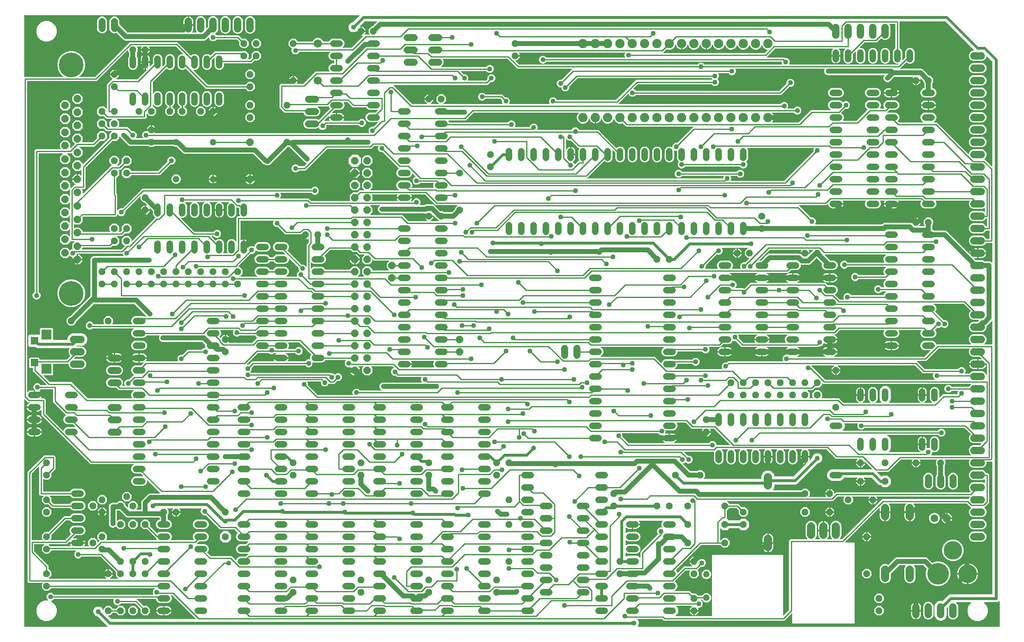
<source format=gtl>
G04 EAGLE Gerber RS-274X export*
G75*
%MOMM*%
%FSLAX34Y34*%
%LPD*%
%INTop Copper*%
%IPPOS*%
%AMOC8*
5,1,8,0,0,1.08239X$1,22.5*%
G01*
%ADD10C,1.676400*%
%ADD11P,1.732040X8X22.500000*%
%ADD12C,1.600200*%
%ADD13P,1.429621X8X22.500000*%
%ADD14C,1.524000*%
%ADD15C,1.905000*%
%ADD16C,1.320800*%
%ADD17R,1.524000X1.524000*%
%ADD18R,2.095500X2.095500*%
%ADD19P,1.539592X8X292.500000*%
%ADD20P,1.429621X8X112.500000*%
%ADD21P,1.429621X8X202.500000*%
%ADD22C,4.445000*%
%ADD23C,3.810000*%
%ADD24P,1.649562X8X112.500000*%
%ADD25C,5.080000*%
%ADD26C,1.320800*%
%ADD27P,1.649562X8X22.500000*%
%ADD28C,1.422400*%
%ADD29P,1.539592X8X22.500000*%
%ADD30P,1.429621X8X292.500000*%
%ADD31P,1.539592X8X112.500000*%
%ADD32C,1.700000*%
%ADD33P,1.649562X8X292.500000*%
%ADD34C,1.016000*%
%ADD35C,1.016000*%
%ADD36C,0.254000*%
%ADD37C,0.609600*%

G36*
X72384Y408777D02*
X72384Y408777D01*
X72462Y408779D01*
X72505Y408795D01*
X72550Y408802D01*
X72620Y408837D01*
X72693Y408864D01*
X72729Y408893D01*
X72770Y408913D01*
X72824Y408969D01*
X72885Y409018D01*
X72910Y409056D01*
X72942Y409089D01*
X73008Y409209D01*
X73018Y409225D01*
X73019Y409229D01*
X73023Y409236D01*
X74113Y411868D01*
X76828Y414583D01*
X80376Y416053D01*
X96702Y416053D01*
X96773Y416064D01*
X96844Y416066D01*
X96893Y416084D01*
X96945Y416092D01*
X97008Y416126D01*
X97075Y416151D01*
X97116Y416183D01*
X97162Y416208D01*
X97211Y416260D01*
X97267Y416304D01*
X97296Y416348D01*
X97331Y416386D01*
X97362Y416451D01*
X97400Y416511D01*
X97413Y416562D01*
X97435Y416609D01*
X97443Y416680D01*
X97460Y416750D01*
X97456Y416802D01*
X97462Y416853D01*
X97447Y416924D01*
X97441Y416995D01*
X97421Y417043D01*
X97410Y417094D01*
X97373Y417155D01*
X97345Y417221D01*
X97300Y417277D01*
X97284Y417305D01*
X97266Y417320D01*
X97240Y417352D01*
X92668Y421924D01*
X92594Y421977D01*
X92525Y422037D01*
X92495Y422049D01*
X92468Y422068D01*
X92381Y422095D01*
X92297Y422129D01*
X92256Y422133D01*
X92233Y422140D01*
X92201Y422139D01*
X92130Y422147D01*
X80376Y422147D01*
X76828Y423617D01*
X74113Y426332D01*
X72643Y429880D01*
X72643Y433720D01*
X74113Y437268D01*
X76828Y439983D01*
X77603Y440304D01*
X77686Y440356D01*
X77772Y440401D01*
X77790Y440420D01*
X77812Y440434D01*
X77874Y440509D01*
X77941Y440579D01*
X77952Y440603D01*
X77969Y440623D01*
X78004Y440714D01*
X78045Y440803D01*
X78048Y440828D01*
X78057Y440853D01*
X78061Y440950D01*
X78072Y441047D01*
X78067Y441072D01*
X78068Y441099D01*
X78041Y441192D01*
X78020Y441287D01*
X78006Y441310D01*
X77999Y441335D01*
X77944Y441415D01*
X77894Y441498D01*
X77874Y441515D01*
X77859Y441537D01*
X77781Y441595D01*
X77707Y441658D01*
X77690Y441665D01*
X51244Y468111D01*
X51244Y493395D01*
X51241Y493415D01*
X51243Y493434D01*
X51221Y493536D01*
X51204Y493638D01*
X51195Y493655D01*
X51190Y493675D01*
X51137Y493763D01*
X51089Y493855D01*
X51075Y493869D01*
X51064Y493886D01*
X50986Y493953D01*
X50911Y494025D01*
X50893Y494033D01*
X50877Y494046D01*
X50781Y494085D01*
X50688Y494128D01*
X50668Y494130D01*
X50649Y494138D01*
X50483Y494156D01*
X26542Y494156D01*
X26452Y494142D01*
X26361Y494134D01*
X26332Y494122D01*
X26300Y494117D01*
X26219Y494074D01*
X26135Y494038D01*
X26103Y494012D01*
X26082Y494001D01*
X26060Y493978D01*
X26004Y493933D01*
X23775Y491705D01*
X23720Y491628D01*
X23660Y491556D01*
X23649Y491529D01*
X23632Y491505D01*
X23604Y491415D01*
X23570Y491327D01*
X23568Y491298D01*
X23560Y491270D01*
X23562Y491176D01*
X23557Y491081D01*
X23565Y491053D01*
X23566Y491024D01*
X23598Y490935D01*
X23624Y490845D01*
X23640Y490820D01*
X23650Y490793D01*
X23709Y490719D01*
X23762Y490641D01*
X23791Y490618D01*
X23804Y490601D01*
X23832Y490583D01*
X23891Y490533D01*
X25134Y489703D01*
X26407Y488430D01*
X27408Y486932D01*
X28097Y485267D01*
X28325Y484123D01*
X14223Y484123D01*
X14223Y491491D01*
X14208Y491581D01*
X14201Y491672D01*
X14189Y491702D01*
X14183Y491733D01*
X14141Y491814D01*
X14105Y491898D01*
X14079Y491930D01*
X14068Y491951D01*
X14045Y491973D01*
X14000Y492029D01*
X12159Y493870D01*
X10921Y496858D01*
X10921Y500092D01*
X12159Y503080D01*
X14445Y505366D01*
X17433Y506604D01*
X20667Y506604D01*
X23655Y505366D01*
X26004Y503017D01*
X26078Y502964D01*
X26147Y502904D01*
X26178Y502892D01*
X26204Y502873D01*
X26291Y502846D01*
X26376Y502812D01*
X26417Y502808D01*
X26439Y502801D01*
X26471Y502802D01*
X26542Y502794D01*
X36948Y502794D01*
X37019Y502805D01*
X37091Y502807D01*
X37140Y502825D01*
X37191Y502833D01*
X37254Y502867D01*
X37322Y502892D01*
X37362Y502924D01*
X37408Y502949D01*
X37458Y503001D01*
X37514Y503045D01*
X37542Y503089D01*
X37578Y503127D01*
X37608Y503192D01*
X37647Y503252D01*
X37660Y503303D01*
X37681Y503350D01*
X37689Y503421D01*
X37707Y503491D01*
X37703Y503543D01*
X37709Y503594D01*
X37693Y503665D01*
X37688Y503736D01*
X37667Y503784D01*
X37656Y503835D01*
X37619Y503896D01*
X37591Y503962D01*
X37547Y504018D01*
X37530Y504046D01*
X37512Y504061D01*
X37487Y504093D01*
X12722Y528858D01*
X9969Y531611D01*
X9969Y537591D01*
X9966Y537611D01*
X9968Y537630D01*
X9946Y537732D01*
X9929Y537834D01*
X9920Y537851D01*
X9915Y537871D01*
X9862Y537960D01*
X9814Y538051D01*
X9800Y538065D01*
X9789Y538082D01*
X9711Y538149D01*
X9636Y538221D01*
X9618Y538229D01*
X9602Y538242D01*
X9506Y538281D01*
X9413Y538324D01*
X9393Y538326D01*
X9374Y538334D01*
X9208Y538352D01*
X4071Y538352D01*
X2285Y540138D01*
X2285Y557904D01*
X4071Y559690D01*
X21837Y559690D01*
X23623Y557904D01*
X23623Y555942D01*
X23626Y555923D01*
X23624Y555903D01*
X23646Y555802D01*
X23662Y555700D01*
X23672Y555682D01*
X23676Y555663D01*
X23729Y555574D01*
X23778Y555482D01*
X23792Y555469D01*
X23802Y555452D01*
X23881Y555384D01*
X23956Y555313D01*
X23974Y555305D01*
X23989Y555292D01*
X24085Y555253D01*
X24179Y555209D01*
X24199Y555207D01*
X24217Y555200D01*
X24384Y555181D01*
X78858Y555181D01*
X78948Y555196D01*
X79039Y555203D01*
X79069Y555216D01*
X79101Y555221D01*
X79182Y555264D01*
X79266Y555299D01*
X79298Y555325D01*
X79318Y555336D01*
X79341Y555359D01*
X79397Y555404D01*
X86654Y562662D01*
X86666Y562678D01*
X86681Y562690D01*
X86737Y562777D01*
X86798Y562861D01*
X86803Y562880D01*
X86814Y562897D01*
X86839Y562998D01*
X86870Y563096D01*
X86869Y563116D01*
X86874Y563136D01*
X86866Y563239D01*
X86864Y563342D01*
X86857Y563361D01*
X86855Y563381D01*
X86815Y563476D01*
X86779Y563573D01*
X86767Y563589D01*
X86759Y563607D01*
X86654Y563738D01*
X84935Y565457D01*
X83311Y569378D01*
X83311Y573622D01*
X84935Y577543D01*
X85339Y577947D01*
X85381Y578005D01*
X85430Y578057D01*
X85452Y578104D01*
X85482Y578146D01*
X85503Y578215D01*
X85534Y578280D01*
X85539Y578332D01*
X85555Y578382D01*
X85553Y578453D01*
X85561Y578524D01*
X85550Y578575D01*
X85548Y578627D01*
X85524Y578695D01*
X85509Y578765D01*
X85482Y578810D01*
X85464Y578858D01*
X85419Y578914D01*
X85382Y578976D01*
X85343Y579010D01*
X85310Y579050D01*
X85250Y579089D01*
X85195Y579136D01*
X85147Y579155D01*
X85103Y579183D01*
X85034Y579201D01*
X84967Y579228D01*
X84896Y579236D01*
X84865Y579244D01*
X84842Y579242D01*
X84801Y579246D01*
X19021Y579246D01*
X16033Y580484D01*
X15461Y581055D01*
X15387Y581108D01*
X15318Y581168D01*
X15288Y581180D01*
X15262Y581199D01*
X15175Y581226D01*
X15090Y581260D01*
X15049Y581264D01*
X15027Y581271D01*
X14994Y581270D01*
X14923Y581278D01*
X3229Y581278D01*
X253Y584254D01*
X253Y603704D01*
X3229Y606680D01*
X22678Y606680D01*
X23020Y606338D01*
X23079Y606296D01*
X23130Y606247D01*
X23178Y606225D01*
X23220Y606194D01*
X23288Y606173D01*
X23354Y606143D01*
X23405Y606137D01*
X23455Y606122D01*
X23527Y606124D01*
X23598Y606116D01*
X23649Y606127D01*
X23701Y606128D01*
X23768Y606153D01*
X23838Y606168D01*
X23883Y606195D01*
X23932Y606213D01*
X23988Y606258D01*
X24049Y606294D01*
X24083Y606334D01*
X24124Y606367D01*
X24163Y606427D01*
X24209Y606481D01*
X24229Y606530D01*
X24257Y606574D01*
X24274Y606643D01*
X24301Y606710D01*
X24309Y606781D01*
X24317Y606812D01*
X24315Y606835D01*
X24320Y606876D01*
X24320Y618292D01*
X26106Y620078D01*
X49586Y620078D01*
X51372Y618292D01*
X51372Y596265D01*
X51375Y596245D01*
X51373Y596226D01*
X51395Y596124D01*
X51412Y596022D01*
X51421Y596005D01*
X51426Y595985D01*
X51479Y595896D01*
X51527Y595805D01*
X51541Y595791D01*
X51552Y595774D01*
X51630Y595707D01*
X51705Y595635D01*
X51723Y595627D01*
X51739Y595614D01*
X51835Y595575D01*
X51928Y595532D01*
X51948Y595530D01*
X51967Y595522D01*
X52133Y595504D01*
X80518Y595504D01*
X80538Y595507D01*
X80557Y595505D01*
X80659Y595527D01*
X80761Y595543D01*
X80778Y595553D01*
X80798Y595557D01*
X80887Y595610D01*
X80978Y595659D01*
X80992Y595673D01*
X81009Y595683D01*
X81076Y595762D01*
X81148Y595837D01*
X81156Y595855D01*
X81169Y595870D01*
X81208Y595966D01*
X81251Y596060D01*
X81253Y596080D01*
X81261Y596098D01*
X81279Y596265D01*
X81279Y599426D01*
X83213Y604094D01*
X86786Y607667D01*
X91454Y609601D01*
X111746Y609601D01*
X116414Y607667D01*
X119987Y604094D01*
X121921Y599426D01*
X121921Y594374D01*
X119987Y589706D01*
X116414Y586133D01*
X111746Y584199D01*
X100710Y584199D01*
X100620Y584185D01*
X100529Y584177D01*
X100500Y584165D01*
X100468Y584160D01*
X100387Y584117D01*
X100303Y584081D01*
X100271Y584055D01*
X100250Y584044D01*
X100228Y584021D01*
X100172Y583976D01*
X99664Y583468D01*
X99622Y583410D01*
X99573Y583358D01*
X99551Y583311D01*
X99520Y583269D01*
X99499Y583200D01*
X99469Y583135D01*
X99463Y583083D01*
X99448Y583033D01*
X99450Y582962D01*
X99442Y582891D01*
X99453Y582840D01*
X99454Y582788D01*
X99479Y582720D01*
X99494Y582650D01*
X99521Y582605D01*
X99539Y582557D01*
X99584Y582501D01*
X99621Y582439D01*
X99660Y582405D01*
X99693Y582365D01*
X99753Y582326D01*
X99807Y582279D01*
X99856Y582260D01*
X99900Y582232D01*
X99969Y582214D01*
X100036Y582187D01*
X100107Y582179D01*
X100138Y582171D01*
X100161Y582173D01*
X100202Y582169D01*
X111342Y582169D01*
X115263Y580545D01*
X118265Y577543D01*
X119889Y573622D01*
X119889Y569378D01*
X118265Y565457D01*
X115263Y562455D01*
X111342Y560831D01*
X97354Y560831D01*
X97264Y560817D01*
X97173Y560809D01*
X97143Y560797D01*
X97111Y560792D01*
X97031Y560749D01*
X96947Y560713D01*
X96915Y560687D01*
X96894Y560676D01*
X96872Y560653D01*
X96816Y560608D01*
X94276Y558068D01*
X94234Y558010D01*
X94185Y557958D01*
X94163Y557911D01*
X94132Y557869D01*
X94111Y557800D01*
X94081Y557735D01*
X94075Y557683D01*
X94060Y557633D01*
X94062Y557562D01*
X94054Y557491D01*
X94065Y557440D01*
X94066Y557388D01*
X94091Y557320D01*
X94106Y557250D01*
X94133Y557206D01*
X94151Y557157D01*
X94196Y557101D01*
X94232Y557039D01*
X94272Y557005D01*
X94304Y556965D01*
X94365Y556926D01*
X94419Y556879D01*
X94468Y556860D01*
X94511Y556832D01*
X94581Y556814D01*
X94647Y556787D01*
X94719Y556779D01*
X94750Y556771D01*
X94773Y556773D01*
X94814Y556769D01*
X111342Y556769D01*
X115263Y555145D01*
X118265Y552143D01*
X119889Y548222D01*
X119889Y543978D01*
X118265Y540057D01*
X115263Y537055D01*
X111342Y535431D01*
X91858Y535431D01*
X87937Y537055D01*
X84935Y540057D01*
X83311Y543978D01*
X83311Y545783D01*
X83308Y545802D01*
X83310Y545822D01*
X83288Y545923D01*
X83272Y546025D01*
X83262Y546043D01*
X83258Y546062D01*
X83205Y546151D01*
X83156Y546243D01*
X83142Y546256D01*
X83132Y546273D01*
X83053Y546341D01*
X82978Y546412D01*
X82960Y546420D01*
X82945Y546433D01*
X82849Y546472D01*
X82755Y546516D01*
X82735Y546518D01*
X82717Y546525D01*
X82550Y546544D01*
X52133Y546544D01*
X52114Y546541D01*
X52094Y546543D01*
X51993Y546521D01*
X51891Y546504D01*
X51873Y546495D01*
X51854Y546490D01*
X51765Y546437D01*
X51673Y546389D01*
X51660Y546375D01*
X51643Y546364D01*
X51575Y546286D01*
X51504Y546211D01*
X51496Y546193D01*
X51483Y546177D01*
X51444Y546081D01*
X51400Y545988D01*
X51398Y545968D01*
X51391Y545949D01*
X51372Y545783D01*
X51372Y524708D01*
X49586Y522922D01*
X32711Y522922D01*
X32640Y522910D01*
X32569Y522908D01*
X32520Y522890D01*
X32468Y522882D01*
X32405Y522848D01*
X32338Y522824D01*
X32297Y522791D01*
X32251Y522767D01*
X32202Y522715D01*
X32146Y522670D01*
X32117Y522626D01*
X32082Y522589D01*
X32051Y522524D01*
X32013Y522463D01*
X32000Y522413D01*
X31978Y522366D01*
X31970Y522294D01*
X31953Y522225D01*
X31957Y522173D01*
X31951Y522121D01*
X31966Y522051D01*
X31972Y521980D01*
X31992Y521932D01*
X32003Y521881D01*
X32040Y521819D01*
X32068Y521753D01*
X32113Y521697D01*
X32129Y521670D01*
X32147Y521654D01*
X32173Y521622D01*
X44428Y509367D01*
X44502Y509314D01*
X44572Y509254D01*
X44602Y509242D01*
X44628Y509223D01*
X44715Y509196D01*
X44800Y509162D01*
X44841Y509158D01*
X44863Y509151D01*
X44895Y509152D01*
X44967Y509144D01*
X89101Y509144D01*
X122216Y476029D01*
X122290Y475976D01*
X122359Y475917D01*
X122389Y475904D01*
X122416Y475886D01*
X122503Y475859D01*
X122587Y475825D01*
X122628Y475820D01*
X122651Y475813D01*
X122683Y475814D01*
X122754Y475806D01*
X213301Y475806D01*
X213372Y475818D01*
X213443Y475820D01*
X213492Y475838D01*
X213544Y475846D01*
X213607Y475880D01*
X213674Y475904D01*
X213715Y475937D01*
X213761Y475961D01*
X213810Y476013D01*
X213866Y476058D01*
X213895Y476102D01*
X213930Y476139D01*
X213961Y476204D01*
X213999Y476265D01*
X214012Y476315D01*
X214034Y476362D01*
X214042Y476434D01*
X214059Y476503D01*
X214055Y476555D01*
X214061Y476607D01*
X214046Y476677D01*
X214040Y476749D01*
X214020Y476796D01*
X214009Y476847D01*
X213972Y476909D01*
X213944Y476975D01*
X213899Y477031D01*
X213883Y477058D01*
X213865Y477074D01*
X213839Y477106D01*
X213813Y477132D01*
X212343Y480680D01*
X212343Y484520D01*
X213813Y488068D01*
X216528Y490783D01*
X217303Y491104D01*
X217386Y491156D01*
X217472Y491201D01*
X217490Y491220D01*
X217512Y491234D01*
X217575Y491309D01*
X217641Y491379D01*
X217652Y491403D01*
X217669Y491423D01*
X217704Y491514D01*
X217745Y491603D01*
X217748Y491629D01*
X217757Y491653D01*
X217761Y491750D01*
X217772Y491847D01*
X217767Y491872D01*
X217768Y491899D01*
X217741Y491992D01*
X217720Y492087D01*
X217706Y492110D01*
X217699Y492135D01*
X217644Y492215D01*
X217594Y492298D01*
X217574Y492315D01*
X217559Y492337D01*
X217481Y492395D01*
X217407Y492458D01*
X217382Y492468D01*
X217362Y492484D01*
X217269Y492514D01*
X217179Y492550D01*
X217146Y492554D01*
X217128Y492560D01*
X217095Y492560D01*
X217012Y492569D01*
X187124Y492569D01*
X182076Y497616D01*
X182002Y497669D01*
X181933Y497729D01*
X181903Y497741D01*
X181876Y497760D01*
X181789Y497787D01*
X181705Y497821D01*
X181664Y497825D01*
X181641Y497832D01*
X181609Y497831D01*
X181538Y497839D01*
X168667Y497839D01*
X164932Y499386D01*
X162074Y502244D01*
X160527Y505979D01*
X160527Y510021D01*
X162074Y513756D01*
X164932Y516614D01*
X168667Y518161D01*
X186933Y518161D01*
X190668Y516614D01*
X193526Y513756D01*
X195073Y510021D01*
X195073Y505979D01*
X193532Y502259D01*
X193521Y502214D01*
X193502Y502172D01*
X193493Y502095D01*
X193476Y502019D01*
X193480Y501974D01*
X193475Y501928D01*
X193491Y501852D01*
X193499Y501774D01*
X193517Y501733D01*
X193527Y501688D01*
X193567Y501621D01*
X193599Y501550D01*
X193630Y501516D01*
X193653Y501477D01*
X193712Y501426D01*
X193765Y501369D01*
X193805Y501346D01*
X193840Y501317D01*
X193912Y501288D01*
X193981Y501250D01*
X194026Y501242D01*
X194068Y501225D01*
X194204Y501210D01*
X194223Y501206D01*
X194228Y501207D01*
X194235Y501206D01*
X198594Y501206D01*
X198639Y501214D01*
X198685Y501212D01*
X198760Y501233D01*
X198836Y501246D01*
X198877Y501267D01*
X198921Y501280D01*
X198985Y501325D01*
X199054Y501361D01*
X199085Y501394D01*
X199123Y501420D01*
X199170Y501483D01*
X199223Y501539D01*
X199243Y501581D01*
X199270Y501618D01*
X199294Y501692D01*
X199327Y501762D01*
X199332Y501808D01*
X199346Y501852D01*
X199345Y501930D01*
X199354Y502007D01*
X199344Y502052D01*
X199344Y502098D01*
X199306Y502229D01*
X199302Y502247D01*
X199299Y502252D01*
X199297Y502259D01*
X198246Y504796D01*
X198246Y508029D01*
X199484Y511017D01*
X201770Y513304D01*
X204758Y514541D01*
X208081Y514541D01*
X208171Y514556D01*
X208262Y514563D01*
X208292Y514576D01*
X208324Y514581D01*
X208404Y514624D01*
X208488Y514659D01*
X208520Y514685D01*
X208541Y514696D01*
X208563Y514719D01*
X208619Y514764D01*
X217396Y523541D01*
X217430Y523556D01*
X217449Y523574D01*
X217472Y523586D01*
X217539Y523657D01*
X217611Y523723D01*
X217623Y523745D01*
X217641Y523764D01*
X217682Y523853D01*
X217729Y523938D01*
X217734Y523964D01*
X217745Y523987D01*
X217756Y524084D01*
X217773Y524180D01*
X217769Y524206D01*
X217772Y524232D01*
X217751Y524327D01*
X217737Y524423D01*
X217725Y524447D01*
X217720Y524472D01*
X217670Y524556D01*
X217626Y524643D01*
X217607Y524661D01*
X217594Y524683D01*
X217520Y524747D01*
X217450Y524815D01*
X217422Y524831D01*
X217407Y524843D01*
X217376Y524856D01*
X217303Y524896D01*
X216528Y525217D01*
X213813Y527932D01*
X212343Y531480D01*
X212343Y535320D01*
X213813Y538868D01*
X216528Y541583D01*
X220076Y543053D01*
X231830Y543053D01*
X231920Y543067D01*
X232011Y543075D01*
X232041Y543087D01*
X232073Y543092D01*
X232153Y543135D01*
X232237Y543171D01*
X232269Y543197D01*
X232290Y543208D01*
X232312Y543231D01*
X232368Y543276D01*
X237629Y548537D01*
X237643Y548556D01*
X237661Y548570D01*
X237714Y548655D01*
X237773Y548737D01*
X237780Y548759D01*
X237792Y548778D01*
X237816Y548876D01*
X237845Y548972D01*
X237845Y548995D01*
X237850Y549017D01*
X237842Y549117D01*
X237839Y549218D01*
X237831Y549239D01*
X237829Y549262D01*
X237789Y549354D01*
X237755Y549449D01*
X237740Y549467D01*
X237731Y549488D01*
X237664Y549562D01*
X237601Y549641D01*
X237581Y549653D01*
X237566Y549670D01*
X237478Y549720D01*
X237394Y549774D01*
X237372Y549779D01*
X237351Y549791D01*
X237253Y549809D01*
X237155Y549834D01*
X237132Y549832D01*
X237110Y549836D01*
X236943Y549822D01*
X236105Y549655D01*
X230123Y549655D01*
X230123Y557277D01*
X244225Y557277D01*
X243997Y556133D01*
X243308Y554468D01*
X242454Y553190D01*
X242405Y553082D01*
X242354Y552972D01*
X242354Y552969D01*
X242352Y552967D01*
X242340Y552846D01*
X242327Y552728D01*
X242327Y552725D01*
X242327Y552722D01*
X242353Y552605D01*
X242379Y552488D01*
X242381Y552485D01*
X242381Y552482D01*
X242444Y552379D01*
X242505Y552277D01*
X242508Y552275D01*
X242509Y552272D01*
X242601Y552194D01*
X242692Y552117D01*
X242695Y552115D01*
X242697Y552113D01*
X242808Y552070D01*
X242920Y552025D01*
X242924Y552024D01*
X242926Y552023D01*
X242937Y552023D01*
X243087Y552006D01*
X308131Y552006D01*
X308177Y552014D01*
X308222Y552012D01*
X308297Y552033D01*
X308374Y552046D01*
X308415Y552067D01*
X308459Y552080D01*
X308523Y552125D01*
X308591Y552161D01*
X308623Y552194D01*
X308661Y552221D01*
X308707Y552283D01*
X308761Y552339D01*
X308780Y552381D01*
X308807Y552418D01*
X308832Y552492D01*
X308864Y552562D01*
X308869Y552608D01*
X308884Y552652D01*
X308883Y552730D01*
X308891Y552807D01*
X308882Y552852D01*
X308881Y552898D01*
X308843Y553029D01*
X308839Y553047D01*
X308837Y553052D01*
X308835Y553059D01*
X307784Y555596D01*
X307784Y558829D01*
X309021Y561817D01*
X311308Y564104D01*
X314296Y565341D01*
X317618Y565341D01*
X317708Y565356D01*
X317799Y565363D01*
X317829Y565376D01*
X317861Y565381D01*
X317942Y565424D01*
X318026Y565459D01*
X318058Y565485D01*
X318078Y565496D01*
X318096Y565514D01*
X318098Y565516D01*
X318105Y565523D01*
X318157Y565564D01*
X328411Y575819D01*
X357633Y575819D01*
X357723Y575833D01*
X357814Y575841D01*
X357843Y575853D01*
X357875Y575858D01*
X357956Y575901D01*
X358040Y575937D01*
X358072Y575963D01*
X358093Y575974D01*
X358115Y575997D01*
X358171Y576042D01*
X360520Y578391D01*
X363508Y579629D01*
X364702Y579629D01*
X364747Y579636D01*
X364793Y579634D01*
X364868Y579656D01*
X364945Y579668D01*
X364985Y579690D01*
X365030Y579703D01*
X365094Y579747D01*
X365162Y579784D01*
X365194Y579817D01*
X365232Y579843D01*
X365278Y579905D01*
X365332Y579962D01*
X365351Y580004D01*
X365378Y580040D01*
X365402Y580114D01*
X365435Y580185D01*
X365440Y580231D01*
X365455Y580274D01*
X365454Y580352D01*
X365462Y580429D01*
X365453Y580474D01*
X365452Y580520D01*
X365414Y580652D01*
X365410Y580670D01*
X365408Y580674D01*
X365405Y580681D01*
X364743Y582280D01*
X364743Y585471D01*
X364729Y585561D01*
X364721Y585652D01*
X364709Y585681D01*
X364704Y585713D01*
X364661Y585794D01*
X364625Y585878D01*
X364599Y585910D01*
X364588Y585931D01*
X364565Y585953D01*
X364520Y586009D01*
X358806Y591723D01*
X358732Y591776D01*
X358663Y591836D01*
X358632Y591848D01*
X358606Y591867D01*
X358519Y591894D01*
X358434Y591928D01*
X358393Y591932D01*
X358371Y591939D01*
X358339Y591938D01*
X358268Y591946D01*
X276196Y591946D01*
X273208Y593184D01*
X270921Y595470D01*
X269684Y598458D01*
X269684Y601692D01*
X270735Y604229D01*
X270745Y604273D01*
X270764Y604315D01*
X270773Y604392D01*
X270791Y604468D01*
X270786Y604514D01*
X270791Y604559D01*
X270775Y604636D01*
X270768Y604713D01*
X270749Y604755D01*
X270739Y604800D01*
X270699Y604867D01*
X270668Y604938D01*
X270637Y604972D01*
X270613Y605011D01*
X270554Y605062D01*
X270501Y605119D01*
X270461Y605141D01*
X270426Y605171D01*
X270354Y605200D01*
X270286Y605237D01*
X270241Y605246D01*
X270198Y605263D01*
X270062Y605278D01*
X270044Y605281D01*
X270039Y605280D01*
X270031Y605281D01*
X244372Y605281D01*
X244257Y605262D01*
X244141Y605245D01*
X244135Y605243D01*
X244129Y605242D01*
X244027Y605187D01*
X243922Y605134D01*
X243917Y605129D01*
X243912Y605126D01*
X243832Y605042D01*
X243749Y604958D01*
X243746Y604952D01*
X243742Y604948D01*
X243734Y604931D01*
X243668Y604811D01*
X243387Y604132D01*
X240672Y601417D01*
X237124Y599947D01*
X220076Y599947D01*
X216528Y601417D01*
X213813Y604132D01*
X212343Y607680D01*
X212343Y611520D01*
X213813Y615068D01*
X216528Y617783D01*
X217303Y618104D01*
X217386Y618156D01*
X217472Y618201D01*
X217490Y618220D01*
X217512Y618234D01*
X217574Y618309D01*
X217641Y618379D01*
X217652Y618403D01*
X217669Y618423D01*
X217704Y618514D01*
X217745Y618603D01*
X217748Y618628D01*
X217757Y618653D01*
X217761Y618750D01*
X217772Y618847D01*
X217767Y618872D01*
X217768Y618899D01*
X217741Y618992D01*
X217720Y619087D01*
X217706Y619110D01*
X217699Y619135D01*
X217644Y619215D01*
X217594Y619298D01*
X217574Y619315D01*
X217559Y619337D01*
X217481Y619395D01*
X217407Y619458D01*
X217383Y619468D01*
X217362Y619484D01*
X217269Y619514D01*
X217179Y619550D01*
X217146Y619554D01*
X217128Y619560D01*
X217095Y619560D01*
X217012Y619569D01*
X132905Y619569D01*
X132815Y619554D01*
X132724Y619547D01*
X132694Y619534D01*
X132662Y619529D01*
X132581Y619486D01*
X132498Y619451D01*
X132465Y619425D01*
X132445Y619414D01*
X132423Y619391D01*
X132367Y619346D01*
X131605Y618584D01*
X128617Y617346D01*
X125383Y617346D01*
X122395Y618584D01*
X120109Y620870D01*
X118871Y623858D01*
X118871Y627092D01*
X120109Y630080D01*
X122395Y632366D01*
X125383Y633604D01*
X128617Y633604D01*
X131605Y632366D01*
X133891Y630080D01*
X134472Y628676D01*
X134534Y628576D01*
X134594Y628477D01*
X134599Y628473D01*
X134602Y628467D01*
X134693Y628392D01*
X134781Y628317D01*
X134787Y628314D01*
X134792Y628310D01*
X134900Y628269D01*
X135009Y628225D01*
X135017Y628224D01*
X135021Y628222D01*
X135039Y628221D01*
X135176Y628206D01*
X156405Y628206D01*
X156476Y628218D01*
X156547Y628220D01*
X156596Y628238D01*
X156648Y628246D01*
X156711Y628280D01*
X156778Y628304D01*
X156819Y628337D01*
X156865Y628361D01*
X156914Y628413D01*
X156970Y628458D01*
X156999Y628502D01*
X157034Y628539D01*
X157065Y628604D01*
X157103Y628665D01*
X157116Y628715D01*
X157138Y628762D01*
X157146Y628834D01*
X157163Y628903D01*
X157159Y628955D01*
X157165Y629007D01*
X157150Y629077D01*
X157144Y629148D01*
X157124Y629196D01*
X157113Y629247D01*
X157076Y629309D01*
X157048Y629375D01*
X157003Y629431D01*
X156987Y629458D01*
X156969Y629474D01*
X156943Y629506D01*
X155447Y631002D01*
X155447Y638998D01*
X161102Y644653D01*
X169098Y644653D01*
X174753Y638998D01*
X174753Y631002D01*
X173257Y629506D01*
X173215Y629448D01*
X173166Y629396D01*
X173144Y629348D01*
X173113Y629306D01*
X173092Y629238D01*
X173062Y629172D01*
X173056Y629121D01*
X173041Y629071D01*
X173043Y628999D01*
X173035Y628928D01*
X173046Y628877D01*
X173047Y628825D01*
X173072Y628758D01*
X173087Y628688D01*
X173114Y628643D01*
X173132Y628594D01*
X173177Y628538D01*
X173213Y628477D01*
X173253Y628443D01*
X173285Y628402D01*
X173346Y628363D01*
X173400Y628317D01*
X173449Y628297D01*
X173492Y628269D01*
X173562Y628252D01*
X173628Y628225D01*
X173700Y628217D01*
X173731Y628209D01*
X173754Y628211D01*
X173795Y628206D01*
X213301Y628206D01*
X213372Y628218D01*
X213443Y628220D01*
X213492Y628238D01*
X213544Y628246D01*
X213607Y628280D01*
X213674Y628304D01*
X213715Y628337D01*
X213761Y628361D01*
X213810Y628413D01*
X213866Y628458D01*
X213895Y628502D01*
X213930Y628539D01*
X213961Y628604D01*
X213999Y628665D01*
X214012Y628715D01*
X214034Y628762D01*
X214042Y628834D01*
X214059Y628903D01*
X214055Y628955D01*
X214061Y629007D01*
X214046Y629077D01*
X214040Y629149D01*
X214020Y629196D01*
X214009Y629247D01*
X213972Y629309D01*
X213944Y629375D01*
X213899Y629431D01*
X213883Y629458D01*
X213865Y629474D01*
X213839Y629506D01*
X213813Y629532D01*
X212343Y633080D01*
X212343Y636920D01*
X213813Y640468D01*
X216528Y643183D01*
X220076Y644653D01*
X237124Y644653D01*
X238364Y644139D01*
X238428Y644124D01*
X238488Y644100D01*
X238571Y644091D01*
X238603Y644083D01*
X238623Y644085D01*
X238655Y644081D01*
X242698Y644081D01*
X242768Y644093D01*
X242840Y644095D01*
X242889Y644113D01*
X242940Y644121D01*
X243004Y644155D01*
X243071Y644179D01*
X243112Y644212D01*
X243158Y644236D01*
X243207Y644288D01*
X243263Y644333D01*
X243291Y644377D01*
X243327Y644414D01*
X243357Y644479D01*
X243396Y644540D01*
X243409Y644590D01*
X243431Y644637D01*
X243439Y644709D01*
X243456Y644778D01*
X243452Y644830D01*
X243458Y644882D01*
X243443Y644952D01*
X243437Y645023D01*
X243417Y645071D01*
X243406Y645122D01*
X243369Y645184D01*
X243341Y645250D01*
X243296Y645306D01*
X243279Y645333D01*
X243262Y645349D01*
X243236Y645381D01*
X219106Y669511D01*
X219032Y669564D01*
X218963Y669623D01*
X218932Y669636D01*
X218906Y669654D01*
X218819Y669681D01*
X218734Y669715D01*
X218693Y669720D01*
X218671Y669727D01*
X218639Y669726D01*
X218568Y669734D01*
X136496Y669734D01*
X136000Y669939D01*
X135886Y669966D01*
X135772Y669994D01*
X135766Y669994D01*
X135760Y669995D01*
X135644Y669984D01*
X135527Y669975D01*
X135522Y669973D01*
X135515Y669972D01*
X135408Y669924D01*
X135301Y669879D01*
X135295Y669874D01*
X135291Y669872D01*
X135277Y669860D01*
X135170Y669774D01*
X98776Y633380D01*
X98723Y633306D01*
X98663Y633237D01*
X98651Y633206D01*
X98632Y633180D01*
X98605Y633093D01*
X98571Y633008D01*
X98567Y632967D01*
X98560Y632945D01*
X98561Y632913D01*
X98553Y632842D01*
X98553Y631002D01*
X92898Y625347D01*
X84902Y625347D01*
X79247Y631002D01*
X79247Y638998D01*
X84902Y644653D01*
X86742Y644653D01*
X86832Y644667D01*
X86923Y644675D01*
X86952Y644687D01*
X86984Y644692D01*
X87065Y644735D01*
X87149Y644771D01*
X87181Y644797D01*
X87202Y644808D01*
X87224Y644831D01*
X87280Y644876D01*
X128173Y685769D01*
X128226Y685843D01*
X128286Y685912D01*
X128298Y685943D01*
X128317Y685969D01*
X128344Y686056D01*
X128378Y686141D01*
X128382Y686182D01*
X128389Y686204D01*
X128388Y686236D01*
X128396Y686307D01*
X128396Y762029D01*
X129634Y765017D01*
X131920Y767304D01*
X134908Y768541D01*
X196025Y768541D01*
X196096Y768553D01*
X196168Y768555D01*
X196217Y768573D01*
X196268Y768581D01*
X196331Y768614D01*
X196399Y768639D01*
X196439Y768672D01*
X196485Y768696D01*
X196535Y768748D01*
X196591Y768793D01*
X196619Y768837D01*
X196655Y768874D01*
X196685Y768939D01*
X196724Y769000D01*
X196736Y769050D01*
X196758Y769097D01*
X196766Y769169D01*
X196784Y769238D01*
X196780Y769290D01*
X196785Y769342D01*
X196770Y769412D01*
X196765Y769484D01*
X196744Y769531D01*
X196733Y769582D01*
X196696Y769644D01*
X196668Y769710D01*
X196624Y769766D01*
X196607Y769793D01*
X196589Y769809D01*
X196563Y769841D01*
X196309Y770095D01*
X195070Y773086D01*
X195008Y773186D01*
X194948Y773286D01*
X194944Y773290D01*
X194940Y773295D01*
X194850Y773370D01*
X194762Y773446D01*
X194756Y773448D01*
X194751Y773452D01*
X194642Y773494D01*
X194533Y773538D01*
X194526Y773539D01*
X194521Y773540D01*
X194503Y773541D01*
X194367Y773556D01*
X100908Y773556D01*
X100793Y773537D01*
X100677Y773520D01*
X100672Y773518D01*
X100666Y773517D01*
X100562Y773462D01*
X100458Y773409D01*
X100454Y773404D01*
X100448Y773401D01*
X100368Y773317D01*
X100286Y773233D01*
X100282Y773227D01*
X100279Y773223D01*
X100271Y773206D01*
X100205Y773086D01*
X100047Y772705D01*
X100037Y772662D01*
X100020Y772626D01*
X100020Y772625D01*
X100017Y772619D01*
X100009Y772542D01*
X99991Y772466D01*
X99995Y772420D01*
X99990Y772375D01*
X100007Y772298D01*
X100014Y772221D01*
X100033Y772179D01*
X100043Y772134D01*
X100077Y772077D01*
X100077Y763015D01*
X91439Y763015D01*
X91439Y765810D01*
X91436Y765830D01*
X91438Y765849D01*
X91416Y765951D01*
X91400Y766053D01*
X91390Y766070D01*
X91386Y766090D01*
X91333Y766179D01*
X91284Y766270D01*
X91270Y766284D01*
X91260Y766301D01*
X91181Y766368D01*
X91106Y766440D01*
X91088Y766448D01*
X91073Y766461D01*
X90977Y766500D01*
X90883Y766543D01*
X90863Y766545D01*
X90845Y766553D01*
X90678Y766571D01*
X90458Y766571D01*
X87470Y767809D01*
X86218Y769061D01*
X86202Y769073D01*
X86189Y769089D01*
X86102Y769145D01*
X86018Y769205D01*
X85999Y769211D01*
X85982Y769222D01*
X85882Y769247D01*
X85783Y769277D01*
X85763Y769277D01*
X85744Y769282D01*
X85641Y769274D01*
X85537Y769271D01*
X85518Y769264D01*
X85499Y769263D01*
X85404Y769222D01*
X85306Y769187D01*
X85290Y769174D01*
X85272Y769166D01*
X85141Y769061D01*
X80619Y764539D01*
X71781Y764539D01*
X65531Y770789D01*
X65531Y779627D01*
X71781Y785877D01*
X80619Y785877D01*
X85649Y780847D01*
X85665Y780835D01*
X85678Y780819D01*
X85765Y780763D01*
X85849Y780703D01*
X85868Y780697D01*
X85885Y780686D01*
X85985Y780661D01*
X86084Y780631D01*
X86104Y780631D01*
X86123Y780626D01*
X86226Y780634D01*
X86330Y780637D01*
X86349Y780644D01*
X86369Y780645D01*
X86463Y780686D01*
X86561Y780721D01*
X86577Y780734D01*
X86595Y780742D01*
X86726Y780847D01*
X87470Y781591D01*
X90458Y782829D01*
X91024Y782829D01*
X91094Y782840D01*
X91166Y782842D01*
X91215Y782860D01*
X91266Y782868D01*
X91330Y782902D01*
X91397Y782927D01*
X91438Y782959D01*
X91484Y782984D01*
X91533Y783036D01*
X91589Y783080D01*
X91617Y783124D01*
X91653Y783162D01*
X91683Y783227D01*
X91722Y783287D01*
X91735Y783338D01*
X91757Y783385D01*
X91765Y783456D01*
X91782Y783526D01*
X91778Y783578D01*
X91784Y783629D01*
X91769Y783700D01*
X91763Y783771D01*
X91743Y783819D01*
X91732Y783870D01*
X91695Y783931D01*
X91667Y783997D01*
X91622Y784053D01*
X91605Y784081D01*
X91588Y784096D01*
X91562Y784128D01*
X90931Y784759D01*
X90931Y793597D01*
X94991Y797657D01*
X95033Y797715D01*
X95082Y797767D01*
X95104Y797814D01*
X95134Y797856D01*
X95156Y797925D01*
X95186Y797990D01*
X95191Y798042D01*
X95207Y798092D01*
X95205Y798163D01*
X95213Y798234D01*
X95202Y798285D01*
X95200Y798337D01*
X95176Y798405D01*
X95161Y798475D01*
X95134Y798520D01*
X95116Y798568D01*
X95071Y798624D01*
X95034Y798686D01*
X94995Y798720D01*
X94962Y798760D01*
X94902Y798799D01*
X94847Y798846D01*
X94799Y798865D01*
X94755Y798893D01*
X94686Y798911D01*
X94619Y798938D01*
X94548Y798946D01*
X94517Y798954D01*
X94494Y798952D01*
X94453Y798956D01*
X88699Y798956D01*
X88168Y799487D01*
X88110Y799528D01*
X88058Y799578D01*
X88011Y799600D01*
X87969Y799630D01*
X87900Y799651D01*
X87835Y799681D01*
X87783Y799687D01*
X87733Y799703D01*
X87662Y799701D01*
X87591Y799709D01*
X87540Y799698D01*
X87488Y799696D01*
X87420Y799672D01*
X87350Y799656D01*
X87305Y799630D01*
X87257Y799612D01*
X87201Y799567D01*
X87139Y799530D01*
X87105Y799491D01*
X87065Y799458D01*
X87026Y799398D01*
X86979Y799343D01*
X86960Y799295D01*
X86932Y799251D01*
X86914Y799182D01*
X86887Y799115D01*
X86879Y799044D01*
X86871Y799013D01*
X86873Y798989D01*
X86869Y798948D01*
X86869Y798475D01*
X80619Y792225D01*
X71781Y792225D01*
X65531Y798475D01*
X65531Y807313D01*
X71781Y813563D01*
X80619Y813563D01*
X84869Y809313D01*
X84927Y809271D01*
X84979Y809221D01*
X85027Y809199D01*
X85069Y809169D01*
X85137Y809148D01*
X85203Y809118D01*
X85254Y809112D01*
X85304Y809097D01*
X85376Y809099D01*
X85447Y809091D01*
X85498Y809102D01*
X85550Y809103D01*
X85617Y809128D01*
X85687Y809143D01*
X85732Y809170D01*
X85781Y809188D01*
X85837Y809232D01*
X85898Y809269D01*
X85932Y809309D01*
X85973Y809341D01*
X86012Y809402D01*
X86058Y809456D01*
X86078Y809504D01*
X86106Y809548D01*
X86123Y809618D01*
X86150Y809684D01*
X86158Y809756D01*
X86166Y809787D01*
X86164Y809810D01*
X86169Y809851D01*
X86169Y823623D01*
X86157Y823694D01*
X86155Y823766D01*
X86137Y823815D01*
X86129Y823866D01*
X86095Y823929D01*
X86071Y823997D01*
X86038Y824037D01*
X86014Y824083D01*
X85962Y824133D01*
X85917Y824189D01*
X85873Y824217D01*
X85836Y824253D01*
X85771Y824283D01*
X85710Y824322D01*
X85660Y824334D01*
X85613Y824356D01*
X85541Y824364D01*
X85472Y824382D01*
X85420Y824378D01*
X85368Y824383D01*
X85298Y824368D01*
X85227Y824363D01*
X85179Y824342D01*
X85128Y824331D01*
X85066Y824294D01*
X85000Y824266D01*
X84944Y824221D01*
X84917Y824205D01*
X84901Y824187D01*
X84869Y824161D01*
X80619Y819911D01*
X71781Y819911D01*
X65531Y826161D01*
X65531Y834999D01*
X71781Y841249D01*
X80619Y841249D01*
X84869Y836999D01*
X84927Y836957D01*
X84979Y836907D01*
X85027Y836885D01*
X85069Y836855D01*
X85137Y836834D01*
X85203Y836804D01*
X85254Y836798D01*
X85304Y836783D01*
X85376Y836785D01*
X85447Y836777D01*
X85498Y836788D01*
X85550Y836789D01*
X85617Y836814D01*
X85687Y836829D01*
X85732Y836856D01*
X85781Y836874D01*
X85837Y836918D01*
X85898Y836955D01*
X85932Y836995D01*
X85973Y837027D01*
X86012Y837088D01*
X86058Y837142D01*
X86078Y837190D01*
X86106Y837234D01*
X86123Y837304D01*
X86150Y837370D01*
X86158Y837442D01*
X86166Y837473D01*
X86164Y837496D01*
X86169Y837537D01*
X86169Y851055D01*
X86157Y851126D01*
X86155Y851198D01*
X86137Y851247D01*
X86129Y851298D01*
X86095Y851361D01*
X86071Y851429D01*
X86038Y851469D01*
X86014Y851515D01*
X85962Y851565D01*
X85917Y851621D01*
X85873Y851649D01*
X85836Y851685D01*
X85771Y851715D01*
X85710Y851754D01*
X85660Y851766D01*
X85613Y851788D01*
X85541Y851796D01*
X85472Y851814D01*
X85420Y851810D01*
X85368Y851815D01*
X85298Y851800D01*
X85227Y851795D01*
X85179Y851774D01*
X85128Y851763D01*
X85066Y851726D01*
X85000Y851698D01*
X84944Y851653D01*
X84917Y851637D01*
X84901Y851619D01*
X84869Y851593D01*
X80619Y847343D01*
X71781Y847343D01*
X65531Y853593D01*
X65531Y862431D01*
X71781Y868681D01*
X80619Y868681D01*
X84869Y864431D01*
X84927Y864389D01*
X84979Y864339D01*
X85027Y864317D01*
X85069Y864287D01*
X85137Y864266D01*
X85203Y864236D01*
X85254Y864230D01*
X85304Y864215D01*
X85376Y864217D01*
X85447Y864209D01*
X85498Y864220D01*
X85550Y864221D01*
X85617Y864246D01*
X85687Y864261D01*
X85732Y864288D01*
X85781Y864306D01*
X85837Y864350D01*
X85898Y864387D01*
X85932Y864427D01*
X85973Y864459D01*
X86012Y864520D01*
X86058Y864574D01*
X86078Y864622D01*
X86106Y864666D01*
X86123Y864736D01*
X86150Y864802D01*
X86158Y864874D01*
X86166Y864905D01*
X86164Y864928D01*
X86169Y864969D01*
X86169Y878741D01*
X86157Y878812D01*
X86155Y878884D01*
X86137Y878933D01*
X86129Y878984D01*
X86095Y879047D01*
X86071Y879115D01*
X86038Y879155D01*
X86014Y879201D01*
X85962Y879251D01*
X85917Y879307D01*
X85873Y879335D01*
X85836Y879371D01*
X85771Y879401D01*
X85710Y879440D01*
X85660Y879452D01*
X85613Y879474D01*
X85541Y879482D01*
X85472Y879500D01*
X85420Y879496D01*
X85368Y879501D01*
X85298Y879486D01*
X85227Y879481D01*
X85179Y879460D01*
X85128Y879449D01*
X85066Y879412D01*
X85000Y879384D01*
X84944Y879339D01*
X84917Y879323D01*
X84901Y879305D01*
X84869Y879279D01*
X80619Y875029D01*
X71781Y875029D01*
X65531Y881279D01*
X65531Y890117D01*
X71781Y896367D01*
X80619Y896367D01*
X84869Y892117D01*
X84927Y892075D01*
X84979Y892025D01*
X85027Y892003D01*
X85069Y891973D01*
X85137Y891952D01*
X85203Y891922D01*
X85254Y891916D01*
X85304Y891901D01*
X85376Y891903D01*
X85447Y891895D01*
X85498Y891906D01*
X85550Y891907D01*
X85617Y891932D01*
X85687Y891947D01*
X85732Y891974D01*
X85781Y891992D01*
X85837Y892036D01*
X85898Y892073D01*
X85932Y892113D01*
X85973Y892145D01*
X86012Y892206D01*
X86058Y892260D01*
X86078Y892308D01*
X86106Y892352D01*
X86123Y892422D01*
X86150Y892488D01*
X86158Y892560D01*
X86166Y892591D01*
X86164Y892614D01*
X86169Y892655D01*
X86169Y906427D01*
X86167Y906436D01*
X86168Y906440D01*
X86163Y906461D01*
X86157Y906498D01*
X86155Y906570D01*
X86137Y906619D01*
X86129Y906670D01*
X86095Y906733D01*
X86071Y906801D01*
X86038Y906841D01*
X86014Y906887D01*
X85962Y906937D01*
X85917Y906993D01*
X85873Y907021D01*
X85836Y907057D01*
X85771Y907087D01*
X85710Y907126D01*
X85660Y907138D01*
X85613Y907160D01*
X85541Y907168D01*
X85472Y907186D01*
X85420Y907182D01*
X85368Y907187D01*
X85298Y907172D01*
X85227Y907167D01*
X85179Y907146D01*
X85128Y907135D01*
X85066Y907098D01*
X85000Y907070D01*
X84944Y907025D01*
X84917Y907009D01*
X84901Y906991D01*
X84869Y906965D01*
X80619Y902715D01*
X71781Y902715D01*
X65531Y908965D01*
X65531Y917803D01*
X71781Y924053D01*
X80619Y924053D01*
X86869Y917803D01*
X86869Y909202D01*
X86880Y909131D01*
X86882Y909059D01*
X86900Y909010D01*
X86908Y908959D01*
X86942Y908896D01*
X86967Y908828D01*
X86999Y908788D01*
X87024Y908742D01*
X87076Y908692D01*
X87120Y908636D01*
X87164Y908608D01*
X87202Y908572D01*
X87267Y908542D01*
X87327Y908503D01*
X87378Y908490D01*
X87425Y908469D01*
X87496Y908461D01*
X87566Y908443D01*
X87618Y908447D01*
X87669Y908441D01*
X87740Y908457D01*
X87811Y908462D01*
X87859Y908483D01*
X87910Y908494D01*
X87971Y908530D01*
X88037Y908559D01*
X88093Y908603D01*
X88121Y908620D01*
X88136Y908638D01*
X88168Y908663D01*
X88922Y909417D01*
X95049Y915544D01*
X96949Y915544D01*
X97020Y915555D01*
X97091Y915557D01*
X97140Y915575D01*
X97192Y915583D01*
X97255Y915617D01*
X97322Y915642D01*
X97363Y915674D01*
X97409Y915699D01*
X97459Y915751D01*
X97515Y915795D01*
X97543Y915839D01*
X97579Y915877D01*
X97609Y915942D01*
X97648Y916002D01*
X97660Y916053D01*
X97682Y916100D01*
X97690Y916171D01*
X97708Y916241D01*
X97704Y916293D01*
X97709Y916344D01*
X97694Y916415D01*
X97688Y916486D01*
X97668Y916534D01*
X97657Y916585D01*
X97620Y916646D01*
X97592Y916712D01*
X97547Y916768D01*
X97531Y916796D01*
X97513Y916811D01*
X97487Y916843D01*
X91439Y922891D01*
X91439Y925577D01*
X100838Y925577D01*
X100858Y925580D01*
X100877Y925578D01*
X100979Y925600D01*
X101081Y925617D01*
X101098Y925626D01*
X101118Y925630D01*
X101207Y925683D01*
X101298Y925732D01*
X101312Y925746D01*
X101329Y925756D01*
X101396Y925835D01*
X101467Y925910D01*
X101476Y925928D01*
X101489Y925943D01*
X101527Y926039D01*
X101571Y926133D01*
X101573Y926153D01*
X101581Y926171D01*
X101599Y926338D01*
X101599Y927101D01*
X102362Y927101D01*
X102382Y927104D01*
X102401Y927102D01*
X102503Y927124D01*
X102605Y927141D01*
X102622Y927150D01*
X102642Y927154D01*
X102731Y927207D01*
X102822Y927256D01*
X102836Y927270D01*
X102853Y927280D01*
X102920Y927359D01*
X102991Y927434D01*
X103000Y927452D01*
X103013Y927467D01*
X103052Y927563D01*
X103095Y927657D01*
X103097Y927677D01*
X103105Y927695D01*
X103123Y927862D01*
X103123Y937261D01*
X105809Y937261D01*
X108682Y934388D01*
X108740Y934346D01*
X108792Y934296D01*
X108839Y934275D01*
X108881Y934244D01*
X108950Y934223D01*
X109015Y934193D01*
X109067Y934187D01*
X109117Y934172D01*
X109188Y934174D01*
X109259Y934166D01*
X109310Y934177D01*
X109362Y934178D01*
X109430Y934203D01*
X109500Y934218D01*
X109545Y934245D01*
X109593Y934263D01*
X109649Y934307D01*
X109711Y934344D01*
X109745Y934384D01*
X109785Y934416D01*
X109824Y934477D01*
X109871Y934531D01*
X109890Y934579D01*
X109918Y934623D01*
X109936Y934693D01*
X109963Y934759D01*
X109971Y934831D01*
X109979Y934862D01*
X109977Y934885D01*
X109981Y934926D01*
X109981Y946242D01*
X109970Y946312D01*
X109968Y946384D01*
X109950Y946433D01*
X109942Y946484D01*
X109908Y946548D01*
X109883Y946615D01*
X109851Y946656D01*
X109826Y946702D01*
X109774Y946751D01*
X109730Y946807D01*
X109686Y946835D01*
X109648Y946871D01*
X109583Y946901D01*
X109523Y946940D01*
X109472Y946953D01*
X109425Y946975D01*
X109354Y946983D01*
X109284Y947000D01*
X109232Y946996D01*
X109181Y947002D01*
X109110Y946987D01*
X109039Y946981D01*
X108991Y946961D01*
X108940Y946950D01*
X108879Y946913D01*
X108813Y946885D01*
X108757Y946840D01*
X108729Y946823D01*
X108714Y946806D01*
X108682Y946780D01*
X106019Y944117D01*
X97181Y944117D01*
X90931Y950367D01*
X90931Y959205D01*
X97181Y965455D01*
X106019Y965455D01*
X112269Y959205D01*
X112269Y958414D01*
X112280Y958343D01*
X112282Y958272D01*
X112300Y958223D01*
X112308Y958171D01*
X112342Y958108D01*
X112367Y958041D01*
X112399Y958000D01*
X112424Y957954D01*
X112476Y957905D01*
X112520Y957849D01*
X112564Y957820D01*
X112602Y957785D01*
X112667Y957754D01*
X112727Y957716D01*
X112778Y957703D01*
X112825Y957681D01*
X112896Y957673D01*
X112966Y957656D01*
X113018Y957660D01*
X113069Y957654D01*
X113140Y957669D01*
X113211Y957675D01*
X113259Y957695D01*
X113310Y957706D01*
X113371Y957743D01*
X113437Y957771D01*
X113493Y957816D01*
X113521Y957832D01*
X113536Y957850D01*
X113568Y957876D01*
X167416Y1011724D01*
X167469Y1011798D01*
X167529Y1011867D01*
X167541Y1011897D01*
X167560Y1011924D01*
X167587Y1012011D01*
X167621Y1012095D01*
X167625Y1012136D01*
X167632Y1012159D01*
X167631Y1012191D01*
X167639Y1012262D01*
X167639Y1020209D01*
X172100Y1024669D01*
X172142Y1024727D01*
X172191Y1024779D01*
X172213Y1024827D01*
X172243Y1024869D01*
X172264Y1024937D01*
X172295Y1025003D01*
X172300Y1025054D01*
X172316Y1025104D01*
X172314Y1025176D01*
X172322Y1025247D01*
X172311Y1025298D01*
X172309Y1025350D01*
X172285Y1025417D01*
X172270Y1025487D01*
X172243Y1025532D01*
X172225Y1025581D01*
X172180Y1025637D01*
X172143Y1025698D01*
X172104Y1025732D01*
X172071Y1025773D01*
X172011Y1025812D01*
X171956Y1025858D01*
X171908Y1025878D01*
X171864Y1025906D01*
X171795Y1025923D01*
X171728Y1025950D01*
X171657Y1025958D01*
X171626Y1025966D01*
X171602Y1025964D01*
X171562Y1025969D01*
X161724Y1025969D01*
X156676Y1031016D01*
X156602Y1031069D01*
X156533Y1031129D01*
X156503Y1031141D01*
X156476Y1031160D01*
X156389Y1031187D01*
X156305Y1031221D01*
X156264Y1031225D01*
X156241Y1031232D01*
X156209Y1031231D01*
X156138Y1031239D01*
X148191Y1031239D01*
X142239Y1037191D01*
X142239Y1045609D01*
X148191Y1051561D01*
X156609Y1051561D01*
X162561Y1045609D01*
X162561Y1037662D01*
X162575Y1037572D01*
X162583Y1037481D01*
X162595Y1037451D01*
X162600Y1037419D01*
X162643Y1037339D01*
X162679Y1037255D01*
X162705Y1037223D01*
X162716Y1037202D01*
X162739Y1037180D01*
X162784Y1037124D01*
X165078Y1034829D01*
X165152Y1034776D01*
X165222Y1034717D01*
X165252Y1034704D01*
X165278Y1034686D01*
X165365Y1034659D01*
X165450Y1034625D01*
X165491Y1034620D01*
X165513Y1034613D01*
X165545Y1034614D01*
X165617Y1034606D01*
X168387Y1034606D01*
X168457Y1034618D01*
X168529Y1034620D01*
X168578Y1034638D01*
X168629Y1034646D01*
X168693Y1034680D01*
X168760Y1034704D01*
X168801Y1034737D01*
X168847Y1034761D01*
X168896Y1034813D01*
X168952Y1034858D01*
X168980Y1034902D01*
X169016Y1034939D01*
X169046Y1035004D01*
X169085Y1035065D01*
X169098Y1035115D01*
X169120Y1035162D01*
X169128Y1035234D01*
X169145Y1035303D01*
X169141Y1035355D01*
X169147Y1035407D01*
X169132Y1035477D01*
X169126Y1035548D01*
X169106Y1035596D01*
X169095Y1035647D01*
X169058Y1035709D01*
X169030Y1035775D01*
X168985Y1035831D01*
X168968Y1035858D01*
X168951Y1035874D01*
X168925Y1035906D01*
X167639Y1037191D01*
X167639Y1045609D01*
X172100Y1050069D01*
X172142Y1050127D01*
X172191Y1050179D01*
X172213Y1050227D01*
X172243Y1050269D01*
X172264Y1050337D01*
X172295Y1050403D01*
X172300Y1050454D01*
X172316Y1050504D01*
X172314Y1050576D01*
X172322Y1050647D01*
X172311Y1050698D01*
X172309Y1050750D01*
X172285Y1050817D01*
X172270Y1050887D01*
X172243Y1050932D01*
X172225Y1050981D01*
X172180Y1051037D01*
X172143Y1051098D01*
X172104Y1051132D01*
X172071Y1051173D01*
X172011Y1051212D01*
X171956Y1051258D01*
X171908Y1051278D01*
X171864Y1051306D01*
X171795Y1051323D01*
X171728Y1051350D01*
X171657Y1051358D01*
X171626Y1051366D01*
X171602Y1051364D01*
X171562Y1051369D01*
X161724Y1051369D01*
X158971Y1054121D01*
X158971Y1054122D01*
X156676Y1056416D01*
X156602Y1056469D01*
X156533Y1056529D01*
X156503Y1056541D01*
X156476Y1056560D01*
X156389Y1056587D01*
X156305Y1056621D01*
X156264Y1056625D01*
X156241Y1056632D01*
X156209Y1056631D01*
X156138Y1056639D01*
X148191Y1056639D01*
X142239Y1062591D01*
X142239Y1071009D01*
X148191Y1076961D01*
X156609Y1076961D01*
X161069Y1072500D01*
X161127Y1072458D01*
X161179Y1072409D01*
X161227Y1072387D01*
X161269Y1072357D01*
X161337Y1072336D01*
X161403Y1072305D01*
X161454Y1072300D01*
X161504Y1072284D01*
X161576Y1072286D01*
X161647Y1072278D01*
X161698Y1072289D01*
X161750Y1072291D01*
X161817Y1072315D01*
X161887Y1072330D01*
X161932Y1072357D01*
X161981Y1072375D01*
X162037Y1072420D01*
X162098Y1072457D01*
X162132Y1072496D01*
X162173Y1072529D01*
X162212Y1072589D01*
X162258Y1072644D01*
X162278Y1072692D01*
X162306Y1072736D01*
X162323Y1072805D01*
X162350Y1072872D01*
X162358Y1072943D01*
X162366Y1072974D01*
X162364Y1072998D01*
X162369Y1073038D01*
X162369Y1122564D01*
X172836Y1133031D01*
X172998Y1133031D01*
X173069Y1133043D01*
X173141Y1133045D01*
X173190Y1133063D01*
X173241Y1133071D01*
X173304Y1133105D01*
X173372Y1133129D01*
X173412Y1133162D01*
X173459Y1133186D01*
X173508Y1133238D01*
X173564Y1133283D01*
X173592Y1133327D01*
X173628Y1133364D01*
X173658Y1133429D01*
X173697Y1133490D01*
X173710Y1133540D01*
X173732Y1133587D01*
X173739Y1133659D01*
X173757Y1133728D01*
X173753Y1133780D01*
X173759Y1133832D01*
X173743Y1133902D01*
X173738Y1133973D01*
X173717Y1134021D01*
X173706Y1134072D01*
X173670Y1134134D01*
X173641Y1134200D01*
X173597Y1134256D01*
X173580Y1134283D01*
X173562Y1134299D01*
X173537Y1134331D01*
X168655Y1139212D01*
X168655Y1141477D01*
X177038Y1141477D01*
X177058Y1141480D01*
X177077Y1141478D01*
X177179Y1141500D01*
X177281Y1141517D01*
X177298Y1141526D01*
X177318Y1141530D01*
X177407Y1141583D01*
X177498Y1141632D01*
X177512Y1141646D01*
X177529Y1141656D01*
X177596Y1141735D01*
X177667Y1141810D01*
X177676Y1141828D01*
X177689Y1141843D01*
X177727Y1141939D01*
X177771Y1142033D01*
X177773Y1142053D01*
X177781Y1142071D01*
X177799Y1142238D01*
X177799Y1143001D01*
X177801Y1143001D01*
X177801Y1142238D01*
X177804Y1142218D01*
X177802Y1142199D01*
X177824Y1142097D01*
X177841Y1141995D01*
X177850Y1141978D01*
X177854Y1141958D01*
X177907Y1141869D01*
X177956Y1141778D01*
X177970Y1141764D01*
X177980Y1141747D01*
X178059Y1141680D01*
X178134Y1141609D01*
X178152Y1141600D01*
X178167Y1141587D01*
X178263Y1141548D01*
X178357Y1141505D01*
X178377Y1141503D01*
X178395Y1141495D01*
X178562Y1141477D01*
X186945Y1141477D01*
X186945Y1139212D01*
X182063Y1134331D01*
X182021Y1134273D01*
X181972Y1134221D01*
X181950Y1134173D01*
X181920Y1134131D01*
X181899Y1134063D01*
X181868Y1133997D01*
X181863Y1133946D01*
X181847Y1133896D01*
X181849Y1133824D01*
X181841Y1133753D01*
X181852Y1133702D01*
X181854Y1133650D01*
X181878Y1133583D01*
X181894Y1133513D01*
X181920Y1133468D01*
X181938Y1133419D01*
X181983Y1133363D01*
X182020Y1133302D01*
X182059Y1133268D01*
X182092Y1133227D01*
X182152Y1133188D01*
X182207Y1133142D01*
X182255Y1133122D01*
X182299Y1133094D01*
X182368Y1133077D01*
X182435Y1133050D01*
X182506Y1133042D01*
X182537Y1133034D01*
X182561Y1133036D01*
X182602Y1133031D01*
X224908Y1133031D01*
X224998Y1133046D01*
X225089Y1133053D01*
X225119Y1133066D01*
X225151Y1133071D01*
X225232Y1133114D01*
X225316Y1133149D01*
X225348Y1133175D01*
X225368Y1133186D01*
X225391Y1133209D01*
X225447Y1133254D01*
X243725Y1151533D01*
X243739Y1151552D01*
X243757Y1151566D01*
X243810Y1151651D01*
X243869Y1151733D01*
X243876Y1151755D01*
X243888Y1151774D01*
X243912Y1151872D01*
X243941Y1151968D01*
X243941Y1151991D01*
X243946Y1152013D01*
X243938Y1152113D01*
X243935Y1152214D01*
X243927Y1152235D01*
X243925Y1152258D01*
X243885Y1152350D01*
X243851Y1152445D01*
X243836Y1152463D01*
X243827Y1152484D01*
X243760Y1152558D01*
X243697Y1152637D01*
X243677Y1152649D01*
X243662Y1152666D01*
X243574Y1152716D01*
X243490Y1152770D01*
X243468Y1152775D01*
X243447Y1152787D01*
X243349Y1152805D01*
X243251Y1152830D01*
X243228Y1152828D01*
X243206Y1152832D01*
X243039Y1152818D01*
X242823Y1152775D01*
X242823Y1166877D01*
X250445Y1166877D01*
X250445Y1160895D01*
X250278Y1160057D01*
X250277Y1160034D01*
X250270Y1160012D01*
X250273Y1159912D01*
X250270Y1159812D01*
X250276Y1159789D01*
X250277Y1159766D01*
X250311Y1159672D01*
X250340Y1159576D01*
X250353Y1159557D01*
X250361Y1159535D01*
X250424Y1159457D01*
X250482Y1159375D01*
X250501Y1159361D01*
X250515Y1159343D01*
X250600Y1159289D01*
X250681Y1159230D01*
X250702Y1159223D01*
X250722Y1159210D01*
X250819Y1159186D01*
X250915Y1159156D01*
X250938Y1159156D01*
X250960Y1159150D01*
X251061Y1159158D01*
X251161Y1159160D01*
X251183Y1159168D01*
X251206Y1159169D01*
X251298Y1159209D01*
X251393Y1159242D01*
X251411Y1159257D01*
X251432Y1159266D01*
X251563Y1159371D01*
X256824Y1164632D01*
X256877Y1164706D01*
X256937Y1164775D01*
X256949Y1164805D01*
X256968Y1164832D01*
X256995Y1164919D01*
X257029Y1165003D01*
X257033Y1165044D01*
X257040Y1165067D01*
X257039Y1165099D01*
X257047Y1165170D01*
X257047Y1176924D01*
X258517Y1180472D01*
X261232Y1183187D01*
X264780Y1184657D01*
X268620Y1184657D01*
X272168Y1183187D01*
X274883Y1180472D01*
X276353Y1176924D01*
X276353Y1160598D01*
X276364Y1160527D01*
X276366Y1160456D01*
X276384Y1160407D01*
X276392Y1160355D01*
X276426Y1160292D01*
X276451Y1160225D01*
X276483Y1160184D01*
X276508Y1160138D01*
X276560Y1160089D01*
X276604Y1160033D01*
X276648Y1160004D01*
X276686Y1159969D01*
X276751Y1159938D01*
X276811Y1159900D01*
X276862Y1159887D01*
X276909Y1159865D01*
X276980Y1159857D01*
X277050Y1159840D01*
X277102Y1159844D01*
X277153Y1159838D01*
X277224Y1159853D01*
X277295Y1159859D01*
X277343Y1159879D01*
X277394Y1159890D01*
X277455Y1159927D01*
X277521Y1159955D01*
X277577Y1160000D01*
X277605Y1160016D01*
X277620Y1160034D01*
X277652Y1160060D01*
X282224Y1164632D01*
X282277Y1164706D01*
X282337Y1164775D01*
X282349Y1164805D01*
X282368Y1164832D01*
X282395Y1164919D01*
X282429Y1165003D01*
X282433Y1165044D01*
X282440Y1165067D01*
X282439Y1165099D01*
X282447Y1165170D01*
X282447Y1176924D01*
X283917Y1180472D01*
X286632Y1183187D01*
X290180Y1184657D01*
X294020Y1184657D01*
X297568Y1183187D01*
X300283Y1180472D01*
X301753Y1176924D01*
X301753Y1159876D01*
X300283Y1156328D01*
X297568Y1153613D01*
X294020Y1152143D01*
X290180Y1152143D01*
X286632Y1153613D01*
X285565Y1154680D01*
X285548Y1154692D01*
X285536Y1154708D01*
X285449Y1154764D01*
X285365Y1154824D01*
X285346Y1154830D01*
X285329Y1154841D01*
X285229Y1154866D01*
X285130Y1154896D01*
X285110Y1154896D01*
X285091Y1154901D01*
X284988Y1154893D01*
X284884Y1154890D01*
X284865Y1154883D01*
X284845Y1154882D01*
X284750Y1154841D01*
X284653Y1154806D01*
X284637Y1154793D01*
X284619Y1154785D01*
X284488Y1154680D01*
X256954Y1127147D01*
X256901Y1127073D01*
X256842Y1127003D01*
X256829Y1126973D01*
X256811Y1126947D01*
X256784Y1126860D01*
X256750Y1126775D01*
X256745Y1126734D01*
X256738Y1126712D01*
X256739Y1126680D01*
X256731Y1126608D01*
X256731Y1103788D01*
X256747Y1103692D01*
X256756Y1103595D01*
X256767Y1103571D01*
X256771Y1103545D01*
X256816Y1103459D01*
X256856Y1103370D01*
X256874Y1103351D01*
X256886Y1103328D01*
X256957Y1103261D01*
X257023Y1103189D01*
X257045Y1103177D01*
X257064Y1103159D01*
X257153Y1103118D01*
X257238Y1103071D01*
X257264Y1103066D01*
X257287Y1103055D01*
X257384Y1103044D01*
X257480Y1103027D01*
X257506Y1103031D01*
X257532Y1103028D01*
X257627Y1103049D01*
X257723Y1103063D01*
X257747Y1103075D01*
X257772Y1103080D01*
X257856Y1103130D01*
X257943Y1103174D01*
X257961Y1103193D01*
X257983Y1103206D01*
X258047Y1103280D01*
X258115Y1103350D01*
X258131Y1103378D01*
X258143Y1103393D01*
X258156Y1103424D01*
X258196Y1103497D01*
X258517Y1104272D01*
X261232Y1106987D01*
X264780Y1108457D01*
X268620Y1108457D01*
X272168Y1106987D01*
X274883Y1104272D01*
X276353Y1100724D01*
X276353Y1083676D01*
X274883Y1080128D01*
X272168Y1077413D01*
X268620Y1075943D01*
X264780Y1075943D01*
X261232Y1077413D01*
X258517Y1080128D01*
X258196Y1080903D01*
X258144Y1080986D01*
X258099Y1081072D01*
X258080Y1081090D01*
X258066Y1081112D01*
X257991Y1081174D01*
X257921Y1081241D01*
X257897Y1081252D01*
X257877Y1081269D01*
X257786Y1081304D01*
X257697Y1081345D01*
X257672Y1081348D01*
X257647Y1081357D01*
X257550Y1081361D01*
X257453Y1081372D01*
X257428Y1081367D01*
X257401Y1081368D01*
X257308Y1081341D01*
X257213Y1081320D01*
X257190Y1081306D01*
X257165Y1081299D01*
X257085Y1081244D01*
X257002Y1081194D01*
X256985Y1081174D01*
X256963Y1081159D01*
X256905Y1081081D01*
X256842Y1081007D01*
X256832Y1080983D01*
X256816Y1080962D01*
X256786Y1080869D01*
X256750Y1080779D01*
X256746Y1080746D01*
X256740Y1080728D01*
X256740Y1080695D01*
X256731Y1080612D01*
X256731Y1077214D01*
X256734Y1077194D01*
X256732Y1077175D01*
X256754Y1077073D01*
X256771Y1076971D01*
X256780Y1076954D01*
X256785Y1076934D01*
X256838Y1076845D01*
X256886Y1076754D01*
X256900Y1076740D01*
X256911Y1076723D01*
X256989Y1076656D01*
X257064Y1076584D01*
X257082Y1076576D01*
X257098Y1076563D01*
X257194Y1076524D01*
X257287Y1076481D01*
X257307Y1076479D01*
X257326Y1076471D01*
X257492Y1076453D01*
X257998Y1076453D01*
X263653Y1070798D01*
X263653Y1062802D01*
X257998Y1057147D01*
X250002Y1057147D01*
X245331Y1061818D01*
X245273Y1061860D01*
X245221Y1061909D01*
X245173Y1061931D01*
X245131Y1061962D01*
X245063Y1061983D01*
X244997Y1062013D01*
X244946Y1062019D01*
X244896Y1062034D01*
X244824Y1062032D01*
X244753Y1062040D01*
X244702Y1062029D01*
X244650Y1062028D01*
X244583Y1062003D01*
X244513Y1061988D01*
X244468Y1061961D01*
X244419Y1061943D01*
X244363Y1061898D01*
X244302Y1061862D01*
X244268Y1061822D01*
X244227Y1061790D01*
X244188Y1061729D01*
X244142Y1061675D01*
X244122Y1061626D01*
X244094Y1061583D01*
X244077Y1061513D01*
X244050Y1061447D01*
X244042Y1061375D01*
X244034Y1061344D01*
X244036Y1061321D01*
X244031Y1061280D01*
X244031Y1053899D01*
X241501Y1051369D01*
X184038Y1051369D01*
X183968Y1051357D01*
X183896Y1051355D01*
X183847Y1051337D01*
X183796Y1051329D01*
X183732Y1051295D01*
X183665Y1051271D01*
X183624Y1051238D01*
X183578Y1051214D01*
X183529Y1051162D01*
X183473Y1051117D01*
X183445Y1051073D01*
X183409Y1051036D01*
X183379Y1050971D01*
X183340Y1050910D01*
X183327Y1050860D01*
X183305Y1050813D01*
X183297Y1050741D01*
X183280Y1050672D01*
X183284Y1050620D01*
X183278Y1050568D01*
X183293Y1050498D01*
X183299Y1050427D01*
X183319Y1050379D01*
X183330Y1050328D01*
X183367Y1050266D01*
X183395Y1050200D01*
X183440Y1050144D01*
X183457Y1050117D01*
X183474Y1050101D01*
X183500Y1050069D01*
X187961Y1045609D01*
X187961Y1037191D01*
X186675Y1035906D01*
X186633Y1035848D01*
X186584Y1035796D01*
X186562Y1035748D01*
X186532Y1035706D01*
X186511Y1035638D01*
X186480Y1035572D01*
X186475Y1035521D01*
X186459Y1035471D01*
X186461Y1035399D01*
X186453Y1035328D01*
X186464Y1035277D01*
X186466Y1035225D01*
X186490Y1035158D01*
X186505Y1035088D01*
X186532Y1035043D01*
X186550Y1034994D01*
X186595Y1034938D01*
X186632Y1034877D01*
X186671Y1034843D01*
X186704Y1034802D01*
X186764Y1034763D01*
X186819Y1034717D01*
X186867Y1034697D01*
X186911Y1034669D01*
X186980Y1034652D01*
X187047Y1034625D01*
X187118Y1034617D01*
X187149Y1034609D01*
X187173Y1034611D01*
X187213Y1034606D01*
X204989Y1034606D01*
X213656Y1025939D01*
X213730Y1025886D01*
X213799Y1025827D01*
X213829Y1025814D01*
X213856Y1025796D01*
X213943Y1025769D01*
X214027Y1025735D01*
X214068Y1025730D01*
X214091Y1025723D01*
X214123Y1025724D01*
X214194Y1025716D01*
X217517Y1025716D01*
X220505Y1024479D01*
X222791Y1022192D01*
X224029Y1019204D01*
X224029Y1015971D01*
X222791Y1012983D01*
X222537Y1012728D01*
X222495Y1012670D01*
X222445Y1012618D01*
X222423Y1012571D01*
X222393Y1012529D01*
X222372Y1012460D01*
X222342Y1012395D01*
X222336Y1012343D01*
X222321Y1012293D01*
X222322Y1012222D01*
X222315Y1012151D01*
X222326Y1012100D01*
X222327Y1012048D01*
X222352Y1011980D01*
X222367Y1011910D01*
X222394Y1011865D01*
X222411Y1011817D01*
X222456Y1011761D01*
X222493Y1011699D01*
X222533Y1011665D01*
X222565Y1011625D01*
X222625Y1011586D01*
X222680Y1011539D01*
X222728Y1011520D01*
X222772Y1011492D01*
X222841Y1011474D01*
X222908Y1011447D01*
X222979Y1011439D01*
X223011Y1011431D01*
X223034Y1011433D01*
X223075Y1011429D01*
X235713Y1011429D01*
X235783Y1011440D01*
X235855Y1011442D01*
X235904Y1011460D01*
X235955Y1011468D01*
X236019Y1011502D01*
X236086Y1011527D01*
X236127Y1011559D01*
X236173Y1011584D01*
X236222Y1011635D01*
X236278Y1011680D01*
X236306Y1011724D01*
X236342Y1011762D01*
X236372Y1011827D01*
X236411Y1011887D01*
X236424Y1011938D01*
X236446Y1011985D01*
X236454Y1012056D01*
X236471Y1012126D01*
X236467Y1012178D01*
X236473Y1012229D01*
X236458Y1012300D01*
X236452Y1012371D01*
X236432Y1012419D01*
X236421Y1012470D01*
X236384Y1012531D01*
X236356Y1012597D01*
X236311Y1012653D01*
X236294Y1012681D01*
X236277Y1012696D01*
X236272Y1012702D01*
X236270Y1012705D01*
X236268Y1012707D01*
X236251Y1012728D01*
X235996Y1012983D01*
X234759Y1015971D01*
X234759Y1019204D01*
X235996Y1022192D01*
X238283Y1024479D01*
X241271Y1025716D01*
X244094Y1025716D01*
X244114Y1025719D01*
X244133Y1025717D01*
X244235Y1025739D01*
X244337Y1025756D01*
X244354Y1025765D01*
X244374Y1025770D01*
X244463Y1025823D01*
X244554Y1025871D01*
X244568Y1025885D01*
X244585Y1025896D01*
X244652Y1025974D01*
X244724Y1026049D01*
X244732Y1026067D01*
X244745Y1026083D01*
X244784Y1026179D01*
X244827Y1026272D01*
X244829Y1026292D01*
X244837Y1026311D01*
X244855Y1026477D01*
X244855Y1027177D01*
X253238Y1027177D01*
X253258Y1027180D01*
X253277Y1027178D01*
X253379Y1027200D01*
X253481Y1027217D01*
X253498Y1027226D01*
X253518Y1027230D01*
X253607Y1027283D01*
X253698Y1027332D01*
X253712Y1027346D01*
X253729Y1027356D01*
X253796Y1027435D01*
X253867Y1027510D01*
X253876Y1027528D01*
X253889Y1027543D01*
X253927Y1027639D01*
X253971Y1027733D01*
X253973Y1027753D01*
X253981Y1027771D01*
X253999Y1027938D01*
X253999Y1028701D01*
X254001Y1028701D01*
X254001Y1027938D01*
X254004Y1027918D01*
X254002Y1027899D01*
X254024Y1027797D01*
X254041Y1027695D01*
X254050Y1027678D01*
X254054Y1027658D01*
X254107Y1027569D01*
X254156Y1027478D01*
X254170Y1027464D01*
X254180Y1027447D01*
X254259Y1027380D01*
X254334Y1027309D01*
X254352Y1027300D01*
X254367Y1027287D01*
X254463Y1027248D01*
X254557Y1027205D01*
X254577Y1027203D01*
X254595Y1027195D01*
X254762Y1027177D01*
X263145Y1027177D01*
X263145Y1024912D01*
X261438Y1023206D01*
X261396Y1023148D01*
X261347Y1023096D01*
X261325Y1023048D01*
X261295Y1023006D01*
X261274Y1022938D01*
X261243Y1022872D01*
X261238Y1022821D01*
X261222Y1022771D01*
X261224Y1022699D01*
X261216Y1022628D01*
X261227Y1022577D01*
X261229Y1022525D01*
X261253Y1022458D01*
X261269Y1022388D01*
X261295Y1022343D01*
X261313Y1022294D01*
X261358Y1022238D01*
X261395Y1022177D01*
X261434Y1022143D01*
X261467Y1022102D01*
X261527Y1022063D01*
X261582Y1022017D01*
X261630Y1021997D01*
X261674Y1021969D01*
X261743Y1021952D01*
X261810Y1021925D01*
X261881Y1021917D01*
X261912Y1021909D01*
X261936Y1021911D01*
X261977Y1021906D01*
X701831Y1021906D01*
X701877Y1021914D01*
X701922Y1021912D01*
X701997Y1021933D01*
X702074Y1021946D01*
X702115Y1021967D01*
X702159Y1021980D01*
X702223Y1022025D01*
X702291Y1022061D01*
X702323Y1022094D01*
X702361Y1022121D01*
X702407Y1022183D01*
X702461Y1022239D01*
X702480Y1022281D01*
X702507Y1022318D01*
X702532Y1022392D01*
X702564Y1022462D01*
X702569Y1022508D01*
X702584Y1022552D01*
X702583Y1022630D01*
X702591Y1022707D01*
X702582Y1022752D01*
X702581Y1022798D01*
X702543Y1022929D01*
X702539Y1022947D01*
X702537Y1022952D01*
X702535Y1022959D01*
X701484Y1025496D01*
X701484Y1028729D01*
X702721Y1031717D01*
X705008Y1034004D01*
X707996Y1035241D01*
X711318Y1035241D01*
X711408Y1035256D01*
X711499Y1035263D01*
X711529Y1035276D01*
X711561Y1035281D01*
X711642Y1035324D01*
X711726Y1035359D01*
X711758Y1035385D01*
X711778Y1035396D01*
X711801Y1035419D01*
X711857Y1035464D01*
X719540Y1043148D01*
X719582Y1043206D01*
X719631Y1043258D01*
X719653Y1043305D01*
X719684Y1043347D01*
X719705Y1043416D01*
X719735Y1043481D01*
X719741Y1043533D01*
X719756Y1043583D01*
X719754Y1043654D01*
X719762Y1043725D01*
X719751Y1043776D01*
X719750Y1043828D01*
X719725Y1043896D01*
X719710Y1043966D01*
X719683Y1044010D01*
X719665Y1044059D01*
X719620Y1044115D01*
X719584Y1044177D01*
X719544Y1044211D01*
X719512Y1044251D01*
X719451Y1044290D01*
X719397Y1044337D01*
X719348Y1044356D01*
X719305Y1044384D01*
X719235Y1044402D01*
X719169Y1044429D01*
X719097Y1044437D01*
X719066Y1044445D01*
X719043Y1044443D01*
X719002Y1044447D01*
X702676Y1044447D01*
X699128Y1045917D01*
X696413Y1048632D01*
X694943Y1052180D01*
X694943Y1056020D01*
X696413Y1059568D01*
X699128Y1062283D01*
X702676Y1063753D01*
X714430Y1063753D01*
X714520Y1063767D01*
X714611Y1063775D01*
X714641Y1063787D01*
X714673Y1063792D01*
X714753Y1063835D01*
X714837Y1063871D01*
X714869Y1063897D01*
X714890Y1063908D01*
X714912Y1063931D01*
X714968Y1063976D01*
X719540Y1068548D01*
X719582Y1068606D01*
X719631Y1068658D01*
X719653Y1068705D01*
X719684Y1068747D01*
X719705Y1068816D01*
X719735Y1068881D01*
X719741Y1068933D01*
X719756Y1068983D01*
X719754Y1069054D01*
X719762Y1069125D01*
X719751Y1069176D01*
X719750Y1069228D01*
X719725Y1069296D01*
X719710Y1069366D01*
X719683Y1069410D01*
X719665Y1069459D01*
X719620Y1069515D01*
X719584Y1069577D01*
X719544Y1069611D01*
X719512Y1069651D01*
X719451Y1069690D01*
X719397Y1069737D01*
X719348Y1069756D01*
X719305Y1069784D01*
X719235Y1069802D01*
X719169Y1069829D01*
X719097Y1069837D01*
X719066Y1069845D01*
X719043Y1069843D01*
X719002Y1069847D01*
X702676Y1069847D01*
X699128Y1071317D01*
X696413Y1074032D01*
X696132Y1074711D01*
X696070Y1074811D01*
X696010Y1074911D01*
X696005Y1074915D01*
X696002Y1074920D01*
X695911Y1074995D01*
X695823Y1075071D01*
X695817Y1075073D01*
X695812Y1075077D01*
X695704Y1075119D01*
X695595Y1075163D01*
X695587Y1075164D01*
X695583Y1075165D01*
X695565Y1075166D01*
X695428Y1075181D01*
X668136Y1075181D01*
X657247Y1086071D01*
X657173Y1086124D01*
X657103Y1086183D01*
X657073Y1086196D01*
X657047Y1086214D01*
X656960Y1086241D01*
X656875Y1086275D01*
X656834Y1086280D01*
X656812Y1086287D01*
X656780Y1086286D01*
X656708Y1086294D01*
X650299Y1086294D01*
X650228Y1086282D01*
X650157Y1086280D01*
X650108Y1086262D01*
X650056Y1086254D01*
X649993Y1086220D01*
X649926Y1086196D01*
X649885Y1086163D01*
X649839Y1086139D01*
X649790Y1086087D01*
X649734Y1086042D01*
X649705Y1085998D01*
X649670Y1085961D01*
X649639Y1085896D01*
X649601Y1085835D01*
X649588Y1085785D01*
X649566Y1085738D01*
X649558Y1085666D01*
X649541Y1085597D01*
X649545Y1085545D01*
X649539Y1085493D01*
X649554Y1085423D01*
X649560Y1085351D01*
X649580Y1085304D01*
X649591Y1085253D01*
X649628Y1085191D01*
X649656Y1085125D01*
X649701Y1085069D01*
X649717Y1085042D01*
X649735Y1085026D01*
X649761Y1084994D01*
X649787Y1084968D01*
X651257Y1081420D01*
X651257Y1077580D01*
X649787Y1074032D01*
X647072Y1071317D01*
X643524Y1069847D01*
X631770Y1069847D01*
X631680Y1069833D01*
X631589Y1069825D01*
X631559Y1069813D01*
X631527Y1069808D01*
X631447Y1069765D01*
X631363Y1069729D01*
X631331Y1069703D01*
X631310Y1069692D01*
X631288Y1069669D01*
X631232Y1069624D01*
X625971Y1064363D01*
X625957Y1064344D01*
X625939Y1064330D01*
X625886Y1064245D01*
X625827Y1064163D01*
X625820Y1064141D01*
X625808Y1064122D01*
X625784Y1064024D01*
X625755Y1063928D01*
X625755Y1063905D01*
X625750Y1063883D01*
X625758Y1063783D01*
X625761Y1063682D01*
X625769Y1063661D01*
X625771Y1063638D01*
X625811Y1063546D01*
X625845Y1063451D01*
X625860Y1063433D01*
X625869Y1063412D01*
X625936Y1063338D01*
X625999Y1063259D01*
X626019Y1063247D01*
X626034Y1063230D01*
X626122Y1063180D01*
X626206Y1063126D01*
X626228Y1063121D01*
X626249Y1063109D01*
X626347Y1063091D01*
X626445Y1063066D01*
X626468Y1063068D01*
X626490Y1063064D01*
X626657Y1063078D01*
X627495Y1063245D01*
X633477Y1063245D01*
X633477Y1055623D01*
X619375Y1055623D01*
X619418Y1055839D01*
X619419Y1055862D01*
X619426Y1055884D01*
X619423Y1055984D01*
X619426Y1056084D01*
X619420Y1056107D01*
X619419Y1056130D01*
X619385Y1056224D01*
X619356Y1056320D01*
X619343Y1056339D01*
X619335Y1056361D01*
X619272Y1056439D01*
X619214Y1056521D01*
X619195Y1056535D01*
X619181Y1056553D01*
X619096Y1056607D01*
X619015Y1056666D01*
X618994Y1056673D01*
X618974Y1056686D01*
X618877Y1056710D01*
X618781Y1056740D01*
X618758Y1056740D01*
X618736Y1056746D01*
X618635Y1056738D01*
X618535Y1056736D01*
X618513Y1056728D01*
X618490Y1056727D01*
X618398Y1056687D01*
X618303Y1056654D01*
X618285Y1056639D01*
X618264Y1056630D01*
X618133Y1056525D01*
X610213Y1048606D01*
X610172Y1048548D01*
X610122Y1048496D01*
X610100Y1048448D01*
X610070Y1048406D01*
X610049Y1048338D01*
X610019Y1048272D01*
X610013Y1048221D01*
X609997Y1048171D01*
X609999Y1048099D01*
X609991Y1048028D01*
X610002Y1047977D01*
X610004Y1047925D01*
X610028Y1047858D01*
X610044Y1047788D01*
X610070Y1047743D01*
X610088Y1047694D01*
X610133Y1047638D01*
X610170Y1047577D01*
X610209Y1047543D01*
X610242Y1047502D01*
X610302Y1047463D01*
X610357Y1047417D01*
X610405Y1047397D01*
X610449Y1047369D01*
X610518Y1047352D01*
X610585Y1047325D01*
X610656Y1047317D01*
X610687Y1047309D01*
X610711Y1047311D01*
X610752Y1047306D01*
X620513Y1047306D01*
X620631Y1047325D01*
X620750Y1047344D01*
X620753Y1047345D01*
X620756Y1047346D01*
X620861Y1047402D01*
X620968Y1047457D01*
X620970Y1047460D01*
X620973Y1047461D01*
X621055Y1047547D01*
X621139Y1047634D01*
X621140Y1047637D01*
X621142Y1047639D01*
X621193Y1047747D01*
X621244Y1047857D01*
X621245Y1047860D01*
X621246Y1047862D01*
X621259Y1047980D01*
X621274Y1048101D01*
X621273Y1048104D01*
X621273Y1048107D01*
X621248Y1048223D01*
X621223Y1048342D01*
X621221Y1048345D01*
X621221Y1048347D01*
X621215Y1048357D01*
X621146Y1048490D01*
X620292Y1049768D01*
X619603Y1051433D01*
X619375Y1052577D01*
X634238Y1052577D01*
X634258Y1052580D01*
X634277Y1052578D01*
X634379Y1052600D01*
X634481Y1052617D01*
X634498Y1052626D01*
X634518Y1052630D01*
X634607Y1052683D01*
X634698Y1052732D01*
X634712Y1052746D01*
X634729Y1052756D01*
X634796Y1052835D01*
X634867Y1052910D01*
X634876Y1052928D01*
X634889Y1052943D01*
X634927Y1053039D01*
X634971Y1053133D01*
X634973Y1053153D01*
X634981Y1053171D01*
X634999Y1053338D01*
X634999Y1054101D01*
X635001Y1054101D01*
X635001Y1053338D01*
X635004Y1053318D01*
X635002Y1053299D01*
X635024Y1053197D01*
X635041Y1053095D01*
X635050Y1053078D01*
X635054Y1053058D01*
X635107Y1052969D01*
X635156Y1052878D01*
X635170Y1052864D01*
X635180Y1052847D01*
X635259Y1052780D01*
X635334Y1052709D01*
X635352Y1052700D01*
X635367Y1052687D01*
X635463Y1052648D01*
X635557Y1052605D01*
X635577Y1052603D01*
X635595Y1052595D01*
X635762Y1052577D01*
X650625Y1052577D01*
X650397Y1051433D01*
X649708Y1049768D01*
X648854Y1048490D01*
X648805Y1048382D01*
X648754Y1048272D01*
X648754Y1048269D01*
X648752Y1048267D01*
X648740Y1048146D01*
X648727Y1048028D01*
X648727Y1048025D01*
X648727Y1048022D01*
X648753Y1047905D01*
X648779Y1047788D01*
X648781Y1047785D01*
X648781Y1047782D01*
X648845Y1047677D01*
X648905Y1047577D01*
X648908Y1047575D01*
X648909Y1047572D01*
X649001Y1047494D01*
X649092Y1047417D01*
X649095Y1047415D01*
X649097Y1047413D01*
X649208Y1047370D01*
X649320Y1047325D01*
X649324Y1047324D01*
X649326Y1047323D01*
X649337Y1047323D01*
X649487Y1047306D01*
X679895Y1047306D01*
X679985Y1047321D01*
X680076Y1047328D01*
X680106Y1047341D01*
X680138Y1047346D01*
X680219Y1047389D01*
X680302Y1047424D01*
X680335Y1047450D01*
X680355Y1047461D01*
X680377Y1047484D01*
X680433Y1047529D01*
X682783Y1049879D01*
X685771Y1051116D01*
X689004Y1051116D01*
X691992Y1049879D01*
X694279Y1047592D01*
X695516Y1044604D01*
X695516Y1041371D01*
X694279Y1038383D01*
X691992Y1036096D01*
X689004Y1034859D01*
X685771Y1034859D01*
X682783Y1036096D01*
X680433Y1038446D01*
X680359Y1038499D01*
X680290Y1038558D01*
X680260Y1038571D01*
X680234Y1038589D01*
X680147Y1038616D01*
X680062Y1038650D01*
X680021Y1038655D01*
X679999Y1038662D01*
X679966Y1038661D01*
X679895Y1038669D01*
X615315Y1038669D01*
X615295Y1038666D01*
X615276Y1038668D01*
X615174Y1038646D01*
X615072Y1038629D01*
X615055Y1038620D01*
X615035Y1038615D01*
X614946Y1038562D01*
X614855Y1038514D01*
X614841Y1038500D01*
X614824Y1038489D01*
X614757Y1038411D01*
X614685Y1038336D01*
X614677Y1038318D01*
X614664Y1038302D01*
X614625Y1038206D01*
X614582Y1038113D01*
X614580Y1038093D01*
X614572Y1038074D01*
X614554Y1037908D01*
X614554Y1035021D01*
X613316Y1032033D01*
X611030Y1029746D01*
X608042Y1028509D01*
X604808Y1028509D01*
X601820Y1029746D01*
X599534Y1032033D01*
X599027Y1033257D01*
X599003Y1033296D01*
X598987Y1033339D01*
X598938Y1033400D01*
X598897Y1033466D01*
X598862Y1033495D01*
X598833Y1033531D01*
X598768Y1033573D01*
X598708Y1033623D01*
X598665Y1033639D01*
X598626Y1033664D01*
X598551Y1033683D01*
X598478Y1033711D01*
X598432Y1033713D01*
X598388Y1033724D01*
X598310Y1033718D01*
X598232Y1033721D01*
X598188Y1033708D01*
X598143Y1033705D01*
X598071Y1033674D01*
X597996Y1033653D01*
X597958Y1033627D01*
X597916Y1033609D01*
X597810Y1033523D01*
X597794Y1033513D01*
X597791Y1033508D01*
X597785Y1033504D01*
X597068Y1032786D01*
X593333Y1031239D01*
X575067Y1031239D01*
X571332Y1032786D01*
X568474Y1035644D01*
X566927Y1039379D01*
X566927Y1043421D01*
X568474Y1047156D01*
X571332Y1050014D01*
X575067Y1051561D01*
X593333Y1051561D01*
X597068Y1050014D01*
X597699Y1049383D01*
X597715Y1049371D01*
X597727Y1049356D01*
X597814Y1049300D01*
X597898Y1049239D01*
X597917Y1049233D01*
X597934Y1049223D01*
X598035Y1049197D01*
X598133Y1049167D01*
X598153Y1049167D01*
X598173Y1049163D01*
X598276Y1049171D01*
X598379Y1049173D01*
X598398Y1049180D01*
X598418Y1049182D01*
X598513Y1049222D01*
X598610Y1049258D01*
X598626Y1049270D01*
X598644Y1049278D01*
X598775Y1049383D01*
X621280Y1071888D01*
X621292Y1071904D01*
X621308Y1071917D01*
X621364Y1072004D01*
X621424Y1072088D01*
X621430Y1072107D01*
X621441Y1072124D01*
X621466Y1072224D01*
X621496Y1072323D01*
X621496Y1072343D01*
X621501Y1072362D01*
X621493Y1072465D01*
X621490Y1072569D01*
X621483Y1072588D01*
X621482Y1072607D01*
X621441Y1072702D01*
X621406Y1072800D01*
X621393Y1072815D01*
X621385Y1072834D01*
X621280Y1072965D01*
X620213Y1074032D01*
X619123Y1076664D01*
X619098Y1076703D01*
X619083Y1076746D01*
X619034Y1076807D01*
X618993Y1076873D01*
X618958Y1076902D01*
X618929Y1076938D01*
X618863Y1076980D01*
X618804Y1077030D01*
X618761Y1077046D01*
X618722Y1077071D01*
X618647Y1077090D01*
X618574Y1077118D01*
X618528Y1077120D01*
X618484Y1077131D01*
X618406Y1077125D01*
X618328Y1077128D01*
X618284Y1077116D01*
X618238Y1077112D01*
X618167Y1077082D01*
X618092Y1077060D01*
X618054Y1077034D01*
X618012Y1077016D01*
X617905Y1076930D01*
X617890Y1076920D01*
X617887Y1076916D01*
X617881Y1076911D01*
X617739Y1076769D01*
X597550Y1076769D01*
X597480Y1076757D01*
X597408Y1076755D01*
X597359Y1076737D01*
X597308Y1076729D01*
X597244Y1076695D01*
X597177Y1076671D01*
X597136Y1076638D01*
X597090Y1076614D01*
X597041Y1076562D01*
X596985Y1076517D01*
X596957Y1076473D01*
X596921Y1076436D01*
X596891Y1076371D01*
X596852Y1076310D01*
X596839Y1076260D01*
X596817Y1076213D01*
X596809Y1076141D01*
X596792Y1076072D01*
X596796Y1076020D01*
X596790Y1075968D01*
X596806Y1075898D01*
X596811Y1075827D01*
X596831Y1075779D01*
X596843Y1075728D01*
X596879Y1075666D01*
X596907Y1075600D01*
X596952Y1075544D01*
X596969Y1075517D01*
X596986Y1075501D01*
X597012Y1075469D01*
X599926Y1072556D01*
X601473Y1068821D01*
X601473Y1064779D01*
X599926Y1061044D01*
X597068Y1058186D01*
X593333Y1056639D01*
X575067Y1056639D01*
X571332Y1058186D01*
X568474Y1061044D01*
X567416Y1063599D01*
X567355Y1063698D01*
X567295Y1063798D01*
X567290Y1063803D01*
X567286Y1063808D01*
X567197Y1063882D01*
X567108Y1063958D01*
X567102Y1063961D01*
X567097Y1063965D01*
X566989Y1064006D01*
X566879Y1064050D01*
X566872Y1064051D01*
X566867Y1064053D01*
X566849Y1064054D01*
X566713Y1064069D01*
X528436Y1064069D01*
X517969Y1074536D01*
X517969Y1120976D01*
X520499Y1123506D01*
X538123Y1123506D01*
X538194Y1123518D01*
X538266Y1123520D01*
X538315Y1123538D01*
X538366Y1123546D01*
X538429Y1123580D01*
X538497Y1123604D01*
X538537Y1123637D01*
X538584Y1123661D01*
X538633Y1123713D01*
X538689Y1123758D01*
X538717Y1123802D01*
X538753Y1123839D01*
X538783Y1123904D01*
X538822Y1123965D01*
X538835Y1124015D01*
X538857Y1124062D01*
X538864Y1124134D01*
X538882Y1124203D01*
X538878Y1124255D01*
X538884Y1124307D01*
X538868Y1124377D01*
X538863Y1124448D01*
X538842Y1124496D01*
X538831Y1124547D01*
X538795Y1124609D01*
X538766Y1124675D01*
X538722Y1124731D01*
X538705Y1124758D01*
X538687Y1124774D01*
X538662Y1124806D01*
X536955Y1126512D01*
X536955Y1128777D01*
X545338Y1128777D01*
X545358Y1128780D01*
X545377Y1128778D01*
X545479Y1128800D01*
X545581Y1128817D01*
X545598Y1128826D01*
X545618Y1128830D01*
X545707Y1128883D01*
X545798Y1128932D01*
X545812Y1128946D01*
X545829Y1128956D01*
X545896Y1129035D01*
X545967Y1129110D01*
X545976Y1129128D01*
X545989Y1129143D01*
X546027Y1129239D01*
X546071Y1129333D01*
X546073Y1129353D01*
X546081Y1129371D01*
X546099Y1129538D01*
X546099Y1130301D01*
X546101Y1130301D01*
X546101Y1129538D01*
X546104Y1129518D01*
X546102Y1129499D01*
X546124Y1129397D01*
X546141Y1129295D01*
X546150Y1129278D01*
X546154Y1129258D01*
X546207Y1129169D01*
X546256Y1129078D01*
X546270Y1129064D01*
X546280Y1129047D01*
X546359Y1128980D01*
X546434Y1128909D01*
X546452Y1128900D01*
X546467Y1128887D01*
X546563Y1128848D01*
X546657Y1128805D01*
X546677Y1128803D01*
X546695Y1128795D01*
X546862Y1128777D01*
X555245Y1128777D01*
X555245Y1126512D01*
X553538Y1124806D01*
X553496Y1124748D01*
X553447Y1124696D01*
X553425Y1124648D01*
X553395Y1124606D01*
X553374Y1124538D01*
X553343Y1124472D01*
X553338Y1124421D01*
X553322Y1124371D01*
X553324Y1124299D01*
X553316Y1124228D01*
X553327Y1124177D01*
X553329Y1124125D01*
X553353Y1124058D01*
X553369Y1123988D01*
X553395Y1123943D01*
X553413Y1123894D01*
X553458Y1123838D01*
X553495Y1123777D01*
X553534Y1123743D01*
X553567Y1123702D01*
X553627Y1123663D01*
X553682Y1123617D01*
X553730Y1123597D01*
X553774Y1123569D01*
X553843Y1123552D01*
X553910Y1123525D01*
X553981Y1123517D01*
X554012Y1123509D01*
X554036Y1123511D01*
X554077Y1123506D01*
X566221Y1123506D01*
X566311Y1123521D01*
X566402Y1123528D01*
X566432Y1123541D01*
X566464Y1123546D01*
X566544Y1123589D01*
X566628Y1123624D01*
X566660Y1123650D01*
X566681Y1123661D01*
X566703Y1123684D01*
X566759Y1123729D01*
X589183Y1146153D01*
X589183Y1146154D01*
X591936Y1148906D01*
X619701Y1148906D01*
X619772Y1148918D01*
X619843Y1148920D01*
X619892Y1148938D01*
X619944Y1148946D01*
X620007Y1148980D01*
X620074Y1149004D01*
X620115Y1149037D01*
X620161Y1149061D01*
X620210Y1149113D01*
X620266Y1149158D01*
X620295Y1149202D01*
X620330Y1149239D01*
X620361Y1149304D01*
X620399Y1149365D01*
X620412Y1149415D01*
X620434Y1149462D01*
X620442Y1149534D01*
X620459Y1149603D01*
X620455Y1149655D01*
X620461Y1149707D01*
X620446Y1149777D01*
X620440Y1149849D01*
X620420Y1149896D01*
X620409Y1149947D01*
X620372Y1150009D01*
X620344Y1150075D01*
X620299Y1150131D01*
X620283Y1150158D01*
X620265Y1150174D01*
X620239Y1150206D01*
X620213Y1150232D01*
X618743Y1153780D01*
X618743Y1157620D01*
X620213Y1161168D01*
X622928Y1163883D01*
X626476Y1165353D01*
X629920Y1165353D01*
X629940Y1165356D01*
X629959Y1165354D01*
X630061Y1165376D01*
X630163Y1165392D01*
X630180Y1165402D01*
X630200Y1165406D01*
X630289Y1165459D01*
X630380Y1165508D01*
X630394Y1165522D01*
X630411Y1165532D01*
X630478Y1165611D01*
X630550Y1165686D01*
X630558Y1165704D01*
X630571Y1165719D01*
X630610Y1165815D01*
X630653Y1165909D01*
X630655Y1165929D01*
X630663Y1165947D01*
X630681Y1166114D01*
X630681Y1170686D01*
X630678Y1170706D01*
X630680Y1170725D01*
X630658Y1170827D01*
X630642Y1170929D01*
X630632Y1170946D01*
X630628Y1170966D01*
X630575Y1171055D01*
X630526Y1171146D01*
X630512Y1171160D01*
X630502Y1171177D01*
X630423Y1171244D01*
X630348Y1171316D01*
X630330Y1171324D01*
X630315Y1171337D01*
X630219Y1171376D01*
X630125Y1171419D01*
X630105Y1171421D01*
X630087Y1171429D01*
X629920Y1171447D01*
X626476Y1171447D01*
X622928Y1172917D01*
X620213Y1175632D01*
X618743Y1179180D01*
X618743Y1183020D01*
X620213Y1186568D01*
X621827Y1188182D01*
X621869Y1188240D01*
X621918Y1188292D01*
X621940Y1188339D01*
X621970Y1188381D01*
X621991Y1188450D01*
X622022Y1188515D01*
X622027Y1188567D01*
X622043Y1188617D01*
X622041Y1188688D01*
X622049Y1188759D01*
X622038Y1188810D01*
X622036Y1188862D01*
X622012Y1188930D01*
X621996Y1189000D01*
X621970Y1189045D01*
X621952Y1189093D01*
X621907Y1189149D01*
X621870Y1189211D01*
X621831Y1189245D01*
X621798Y1189285D01*
X621738Y1189324D01*
X621683Y1189371D01*
X621635Y1189390D01*
X621591Y1189418D01*
X621522Y1189436D01*
X621455Y1189463D01*
X621384Y1189471D01*
X621353Y1189479D01*
X621329Y1189477D01*
X621288Y1189481D01*
X559038Y1189481D01*
X558924Y1189462D01*
X558807Y1189445D01*
X558802Y1189443D01*
X558796Y1189442D01*
X558693Y1189387D01*
X558588Y1189334D01*
X558584Y1189329D01*
X558578Y1189326D01*
X558498Y1189242D01*
X558416Y1189158D01*
X558412Y1189152D01*
X558409Y1189148D01*
X558401Y1189131D01*
X558335Y1189011D01*
X557754Y1187608D01*
X555467Y1185321D01*
X552479Y1184084D01*
X549246Y1184084D01*
X546258Y1185321D01*
X543971Y1187608D01*
X542734Y1190596D01*
X542734Y1193829D01*
X543548Y1195795D01*
X543558Y1195839D01*
X543578Y1195881D01*
X543586Y1195958D01*
X543604Y1196034D01*
X543600Y1196080D01*
X543605Y1196125D01*
X543588Y1196202D01*
X543581Y1196279D01*
X543562Y1196321D01*
X543552Y1196366D01*
X543513Y1196433D01*
X543481Y1196504D01*
X543450Y1196538D01*
X543426Y1196577D01*
X543367Y1196628D01*
X543314Y1196685D01*
X543274Y1196707D01*
X543239Y1196737D01*
X543167Y1196766D01*
X543099Y1196803D01*
X543054Y1196812D01*
X543011Y1196829D01*
X542875Y1196844D01*
X542857Y1196847D01*
X542852Y1196846D01*
X542845Y1196847D01*
X542102Y1196847D01*
X536447Y1202502D01*
X536447Y1210498D01*
X542102Y1216153D01*
X550098Y1216153D01*
X555209Y1211042D01*
X555283Y1210989D01*
X555353Y1210929D01*
X555383Y1210917D01*
X555409Y1210898D01*
X555496Y1210871D01*
X555581Y1210837D01*
X555622Y1210833D01*
X555644Y1210826D01*
X555676Y1210827D01*
X555748Y1210819D01*
X585680Y1210819D01*
X585795Y1210838D01*
X585911Y1210855D01*
X585917Y1210857D01*
X585923Y1210858D01*
X586025Y1210913D01*
X586130Y1210966D01*
X586135Y1210971D01*
X586140Y1210974D01*
X586220Y1211058D01*
X586302Y1211142D01*
X586306Y1211148D01*
X586309Y1211152D01*
X586317Y1211169D01*
X586383Y1211289D01*
X587109Y1213042D01*
X590358Y1216291D01*
X594603Y1218049D01*
X599197Y1218049D01*
X603442Y1216291D01*
X606691Y1213042D01*
X607417Y1211289D01*
X607478Y1211189D01*
X607538Y1211089D01*
X607543Y1211085D01*
X607546Y1211080D01*
X607636Y1211005D01*
X607725Y1210929D01*
X607731Y1210927D01*
X607736Y1210923D01*
X607844Y1210881D01*
X607953Y1210837D01*
X607961Y1210836D01*
X607965Y1210835D01*
X607984Y1210834D01*
X608120Y1210819D01*
X619228Y1210819D01*
X619343Y1210838D01*
X619459Y1210855D01*
X619465Y1210857D01*
X619471Y1210858D01*
X619573Y1210913D01*
X619678Y1210966D01*
X619683Y1210971D01*
X619688Y1210974D01*
X619768Y1211058D01*
X619851Y1211142D01*
X619854Y1211148D01*
X619858Y1211152D01*
X619866Y1211169D01*
X619932Y1211289D01*
X620213Y1211968D01*
X622928Y1214683D01*
X626476Y1216153D01*
X643524Y1216153D01*
X647072Y1214683D01*
X649787Y1211968D01*
X651257Y1208420D01*
X651257Y1204580D01*
X649787Y1201032D01*
X648173Y1199418D01*
X648131Y1199360D01*
X648082Y1199308D01*
X648060Y1199261D01*
X648030Y1199219D01*
X648009Y1199150D01*
X647978Y1199085D01*
X647973Y1199033D01*
X647957Y1198983D01*
X647959Y1198912D01*
X647951Y1198841D01*
X647962Y1198790D01*
X647964Y1198738D01*
X647988Y1198670D01*
X648004Y1198600D01*
X648030Y1198555D01*
X648048Y1198507D01*
X648093Y1198451D01*
X648130Y1198389D01*
X648169Y1198355D01*
X648202Y1198315D01*
X648262Y1198276D01*
X648317Y1198229D01*
X648365Y1198210D01*
X648409Y1198182D01*
X648478Y1198164D01*
X648545Y1198137D01*
X648616Y1198129D01*
X648647Y1198121D01*
X648671Y1198123D01*
X648712Y1198119D01*
X666233Y1198119D01*
X666323Y1198133D01*
X666414Y1198141D01*
X666444Y1198153D01*
X666476Y1198158D01*
X666557Y1198201D01*
X666641Y1198237D01*
X666673Y1198263D01*
X666693Y1198274D01*
X666716Y1198297D01*
X666772Y1198342D01*
X689886Y1221456D01*
X689927Y1221514D01*
X689977Y1221566D01*
X689999Y1221613D01*
X690029Y1221655D01*
X690050Y1221724D01*
X690080Y1221789D01*
X690086Y1221841D01*
X690102Y1221891D01*
X690100Y1221962D01*
X690108Y1222033D01*
X690097Y1222084D01*
X690095Y1222136D01*
X690071Y1222204D01*
X690055Y1222274D01*
X690029Y1222319D01*
X690011Y1222367D01*
X689966Y1222423D01*
X689929Y1222485D01*
X689890Y1222519D01*
X689857Y1222559D01*
X689797Y1222598D01*
X689742Y1222645D01*
X689694Y1222664D01*
X689650Y1222692D01*
X689581Y1222710D01*
X689514Y1222737D01*
X689443Y1222745D01*
X689412Y1222753D01*
X689388Y1222751D01*
X689347Y1222755D01*
X687323Y1222755D01*
X687323Y1230377D01*
X694945Y1230377D01*
X694945Y1228112D01*
X693238Y1226406D01*
X693196Y1226348D01*
X693147Y1226296D01*
X693125Y1226248D01*
X693095Y1226206D01*
X693074Y1226138D01*
X693043Y1226072D01*
X693038Y1226021D01*
X693022Y1225971D01*
X693024Y1225899D01*
X693016Y1225828D01*
X693027Y1225777D01*
X693029Y1225725D01*
X693053Y1225658D01*
X693069Y1225588D01*
X693095Y1225543D01*
X693113Y1225494D01*
X693158Y1225438D01*
X693195Y1225377D01*
X693234Y1225343D01*
X693267Y1225302D01*
X693327Y1225263D01*
X693382Y1225217D01*
X693430Y1225197D01*
X693474Y1225169D01*
X693543Y1225152D01*
X693610Y1225125D01*
X693681Y1225117D01*
X693712Y1225109D01*
X693736Y1225111D01*
X693777Y1225106D01*
X702505Y1225106D01*
X702576Y1225118D01*
X702647Y1225120D01*
X702696Y1225138D01*
X702748Y1225146D01*
X702811Y1225180D01*
X702878Y1225204D01*
X702919Y1225237D01*
X702965Y1225261D01*
X703014Y1225313D01*
X703070Y1225358D01*
X703099Y1225402D01*
X703134Y1225439D01*
X703165Y1225504D01*
X703203Y1225565D01*
X703216Y1225615D01*
X703238Y1225662D01*
X703246Y1225734D01*
X703263Y1225803D01*
X703259Y1225855D01*
X703265Y1225907D01*
X703250Y1225977D01*
X703244Y1226048D01*
X703224Y1226096D01*
X703213Y1226147D01*
X703176Y1226209D01*
X703148Y1226275D01*
X703103Y1226331D01*
X703087Y1226358D01*
X703069Y1226374D01*
X703043Y1226406D01*
X701547Y1227902D01*
X701547Y1235898D01*
X707202Y1241553D01*
X709042Y1241553D01*
X709132Y1241567D01*
X709223Y1241575D01*
X709252Y1241587D01*
X709284Y1241592D01*
X709365Y1241635D01*
X709449Y1241671D01*
X709481Y1241697D01*
X709502Y1241708D01*
X709524Y1241731D01*
X709580Y1241776D01*
X718489Y1250685D01*
X718851Y1251047D01*
X718893Y1251105D01*
X718942Y1251157D01*
X718964Y1251204D01*
X718995Y1251246D01*
X719016Y1251315D01*
X719046Y1251380D01*
X719052Y1251432D01*
X719067Y1251482D01*
X719065Y1251553D01*
X719073Y1251624D01*
X719062Y1251675D01*
X719061Y1251727D01*
X719036Y1251795D01*
X719021Y1251865D01*
X718994Y1251910D01*
X718976Y1251958D01*
X718931Y1252014D01*
X718894Y1252076D01*
X718855Y1252110D01*
X718822Y1252150D01*
X718762Y1252189D01*
X718708Y1252236D01*
X718659Y1252255D01*
X718615Y1252283D01*
X718546Y1252301D01*
X718479Y1252328D01*
X718408Y1252336D01*
X718377Y1252344D01*
X718354Y1252342D01*
X718313Y1252346D01*
X694245Y1252346D01*
X694155Y1252332D01*
X694064Y1252324D01*
X694034Y1252312D01*
X694002Y1252307D01*
X693921Y1252264D01*
X693838Y1252228D01*
X693805Y1252202D01*
X693785Y1252191D01*
X693763Y1252168D01*
X693707Y1252123D01*
X683928Y1242344D01*
X683886Y1242286D01*
X683836Y1242234D01*
X683814Y1242187D01*
X683784Y1242145D01*
X683763Y1242076D01*
X683733Y1242011D01*
X683727Y1241959D01*
X683712Y1241909D01*
X683713Y1241838D01*
X683706Y1241767D01*
X683717Y1241716D01*
X683718Y1241664D01*
X683743Y1241596D01*
X683758Y1241526D01*
X683785Y1241481D01*
X683802Y1241433D01*
X683847Y1241377D01*
X683884Y1241315D01*
X683924Y1241281D01*
X683956Y1241241D01*
X684016Y1241202D01*
X684071Y1241155D01*
X684119Y1241136D01*
X684163Y1241108D01*
X684233Y1241090D01*
X684277Y1241072D01*
X684277Y1232662D01*
X684280Y1232642D01*
X684278Y1232623D01*
X684300Y1232521D01*
X684317Y1232419D01*
X684326Y1232402D01*
X684330Y1232382D01*
X684383Y1232293D01*
X684432Y1232202D01*
X684446Y1232188D01*
X684456Y1232171D01*
X684535Y1232104D01*
X684610Y1232033D01*
X684628Y1232024D01*
X684643Y1232011D01*
X684739Y1231973D01*
X684833Y1231929D01*
X684853Y1231927D01*
X684871Y1231919D01*
X685038Y1231901D01*
X685801Y1231901D01*
X685801Y1231899D01*
X685038Y1231899D01*
X685018Y1231896D01*
X684999Y1231898D01*
X684897Y1231876D01*
X684795Y1231859D01*
X684778Y1231850D01*
X684758Y1231846D01*
X684669Y1231793D01*
X684578Y1231744D01*
X684564Y1231730D01*
X684547Y1231720D01*
X684480Y1231641D01*
X684409Y1231566D01*
X684400Y1231548D01*
X684387Y1231533D01*
X684348Y1231437D01*
X684305Y1231343D01*
X684303Y1231323D01*
X684295Y1231305D01*
X684277Y1231138D01*
X684277Y1222755D01*
X682012Y1222755D01*
X676655Y1228112D01*
X676655Y1230488D01*
X676648Y1230533D01*
X676650Y1230579D01*
X676628Y1230654D01*
X676616Y1230731D01*
X676594Y1230771D01*
X676581Y1230816D01*
X676537Y1230880D01*
X676500Y1230948D01*
X676467Y1230980D01*
X676441Y1231018D01*
X676379Y1231064D01*
X676322Y1231118D01*
X676280Y1231137D01*
X676244Y1231164D01*
X676170Y1231188D01*
X676099Y1231221D01*
X676053Y1231226D01*
X676010Y1231241D01*
X675932Y1231240D01*
X675855Y1231248D01*
X675810Y1231239D01*
X675764Y1231238D01*
X675632Y1231200D01*
X675614Y1231196D01*
X675610Y1231194D01*
X675603Y1231191D01*
X671946Y1229677D01*
X667904Y1229677D01*
X664169Y1231224D01*
X661311Y1234082D01*
X659764Y1237816D01*
X659764Y1241859D01*
X661311Y1245593D01*
X664169Y1248451D01*
X667904Y1249998D01*
X668275Y1249998D01*
X668365Y1250013D01*
X668456Y1250020D01*
X668485Y1250033D01*
X668517Y1250038D01*
X668598Y1250081D01*
X668682Y1250116D01*
X668714Y1250142D01*
X668735Y1250153D01*
X668757Y1250176D01*
X668813Y1250221D01*
X682211Y1263620D01*
X682253Y1263678D01*
X682303Y1263730D01*
X682325Y1263777D01*
X682355Y1263819D01*
X682376Y1263888D01*
X682406Y1263953D01*
X682412Y1264005D01*
X682427Y1264055D01*
X682426Y1264126D01*
X682433Y1264197D01*
X682422Y1264248D01*
X682421Y1264300D01*
X682396Y1264368D01*
X682381Y1264438D01*
X682354Y1264482D01*
X682337Y1264531D01*
X682292Y1264587D01*
X682255Y1264649D01*
X682215Y1264683D01*
X682183Y1264723D01*
X682123Y1264762D01*
X682068Y1264809D01*
X682020Y1264828D01*
X681976Y1264856D01*
X681906Y1264874D01*
X681840Y1264901D01*
X681769Y1264909D01*
X681737Y1264917D01*
X681714Y1264915D01*
X681673Y1264919D01*
X-6858Y1264919D01*
X-6878Y1264916D01*
X-6897Y1264918D01*
X-6999Y1264896D01*
X-7101Y1264880D01*
X-7118Y1264870D01*
X-7138Y1264866D01*
X-7227Y1264813D01*
X-7318Y1264764D01*
X-7332Y1264750D01*
X-7349Y1264740D01*
X-7416Y1264661D01*
X-7488Y1264586D01*
X-7496Y1264568D01*
X-7509Y1264553D01*
X-7548Y1264457D01*
X-7591Y1264363D01*
X-7593Y1264343D01*
X-7601Y1264325D01*
X-7619Y1264158D01*
X-7619Y1138555D01*
X-7618Y1138546D01*
X-7618Y1138543D01*
X-7616Y1138533D01*
X-7618Y1138516D01*
X-7596Y1138414D01*
X-7580Y1138312D01*
X-7570Y1138295D01*
X-7566Y1138275D01*
X-7513Y1138186D01*
X-7464Y1138095D01*
X-7450Y1138081D01*
X-7440Y1138064D01*
X-7361Y1137997D01*
X-7286Y1137925D01*
X-7268Y1137917D01*
X-7253Y1137904D01*
X-7157Y1137865D01*
X-7063Y1137822D01*
X-7043Y1137820D01*
X-7025Y1137812D01*
X-6858Y1137794D01*
X71615Y1137794D01*
X71662Y1137801D01*
X71710Y1137800D01*
X71783Y1137821D01*
X71857Y1137833D01*
X71900Y1137856D01*
X71946Y1137870D01*
X72008Y1137913D01*
X72075Y1137949D01*
X72108Y1137983D01*
X72147Y1138011D01*
X72192Y1138072D01*
X72244Y1138127D01*
X72264Y1138170D01*
X72293Y1138209D01*
X72316Y1138281D01*
X72348Y1138350D01*
X72353Y1138398D01*
X72368Y1138443D01*
X72366Y1138519D01*
X72375Y1138594D01*
X72365Y1138641D01*
X72364Y1138689D01*
X72339Y1138761D01*
X72323Y1138835D01*
X72298Y1138876D01*
X72282Y1138921D01*
X72235Y1138981D01*
X72196Y1139046D01*
X72160Y1139077D01*
X72130Y1139115D01*
X72027Y1139191D01*
X72009Y1139206D01*
X72003Y1139208D01*
X71995Y1139214D01*
X71432Y1139539D01*
X66135Y1144836D01*
X62390Y1151323D01*
X60451Y1158559D01*
X60451Y1166049D01*
X62390Y1173285D01*
X66135Y1179772D01*
X71432Y1185069D01*
X77919Y1188814D01*
X85155Y1190753D01*
X92645Y1190753D01*
X99881Y1188814D01*
X106368Y1185069D01*
X111665Y1179772D01*
X115410Y1173285D01*
X117349Y1166049D01*
X117349Y1158559D01*
X115410Y1151323D01*
X111665Y1144836D01*
X106368Y1139539D01*
X105805Y1139214D01*
X105775Y1139190D01*
X105772Y1139188D01*
X105768Y1139184D01*
X105725Y1139161D01*
X105673Y1139107D01*
X105614Y1139058D01*
X105589Y1139018D01*
X105556Y1138983D01*
X105524Y1138914D01*
X105484Y1138850D01*
X105473Y1138804D01*
X105452Y1138760D01*
X105444Y1138685D01*
X105426Y1138611D01*
X105430Y1138563D01*
X105425Y1138516D01*
X105441Y1138441D01*
X105448Y1138366D01*
X105467Y1138322D01*
X105477Y1138275D01*
X105516Y1138210D01*
X105547Y1138141D01*
X105579Y1138105D01*
X105604Y1138064D01*
X105661Y1138015D01*
X105712Y1137959D01*
X105754Y1137935D01*
X105791Y1137904D01*
X105861Y1137876D01*
X105927Y1137839D01*
X105974Y1137830D01*
X106019Y1137812D01*
X106147Y1137798D01*
X106169Y1137794D01*
X106175Y1137795D01*
X106185Y1137794D01*
X137596Y1137794D01*
X137686Y1137808D01*
X137777Y1137816D01*
X137807Y1137828D01*
X137839Y1137833D01*
X137919Y1137876D01*
X138003Y1137912D01*
X138035Y1137938D01*
X138056Y1137949D01*
X138078Y1137972D01*
X138082Y1137975D01*
X138083Y1137976D01*
X138084Y1137976D01*
X138134Y1138017D01*
X209349Y1209231D01*
X308176Y1209231D01*
X335288Y1182120D01*
X335304Y1182108D01*
X335317Y1182092D01*
X335404Y1182036D01*
X335488Y1181976D01*
X335507Y1181970D01*
X335524Y1181959D01*
X335624Y1181934D01*
X335723Y1181904D01*
X335743Y1181904D01*
X335762Y1181899D01*
X335865Y1181907D01*
X335969Y1181910D01*
X335987Y1181917D01*
X336007Y1181918D01*
X336102Y1181959D01*
X336200Y1181994D01*
X336215Y1182007D01*
X336234Y1182015D01*
X336365Y1182120D01*
X337432Y1183187D01*
X340980Y1184657D01*
X344820Y1184657D01*
X348368Y1183187D01*
X351083Y1180472D01*
X352553Y1176924D01*
X352553Y1159876D01*
X351083Y1156328D01*
X348368Y1153613D01*
X344820Y1152143D01*
X341702Y1152143D01*
X341631Y1152132D01*
X341560Y1152130D01*
X341511Y1152112D01*
X341459Y1152104D01*
X341396Y1152070D01*
X341329Y1152045D01*
X341288Y1152013D01*
X341242Y1151988D01*
X341193Y1151937D01*
X341137Y1151892D01*
X341108Y1151848D01*
X341073Y1151810D01*
X341042Y1151745D01*
X341004Y1151685D01*
X340991Y1151634D01*
X340969Y1151587D01*
X340961Y1151516D01*
X340944Y1151446D01*
X340948Y1151394D01*
X340942Y1151343D01*
X340957Y1151272D01*
X340963Y1151201D01*
X340983Y1151153D01*
X340994Y1151102D01*
X341031Y1151041D01*
X341059Y1150975D01*
X341104Y1150919D01*
X341120Y1150891D01*
X341138Y1150876D01*
X341164Y1150844D01*
X369866Y1122142D01*
X369940Y1122089D01*
X370009Y1122029D01*
X370039Y1122017D01*
X370066Y1121998D01*
X370153Y1121971D01*
X370237Y1121937D01*
X370278Y1121933D01*
X370301Y1121926D01*
X370333Y1121927D01*
X370404Y1121919D01*
X447552Y1121919D01*
X447642Y1121933D01*
X447733Y1121941D01*
X447763Y1121953D01*
X447795Y1121958D01*
X447876Y1122001D01*
X447960Y1122037D01*
X447992Y1122063D01*
X448013Y1122074D01*
X448035Y1122097D01*
X448091Y1122142D01*
X453202Y1127253D01*
X461198Y1127253D01*
X466853Y1121598D01*
X466853Y1113602D01*
X461198Y1107947D01*
X453202Y1107947D01*
X448091Y1113058D01*
X448017Y1113111D01*
X447947Y1113171D01*
X447917Y1113183D01*
X447891Y1113202D01*
X447804Y1113229D01*
X447719Y1113263D01*
X447678Y1113267D01*
X447656Y1113274D01*
X447624Y1113273D01*
X447552Y1113281D01*
X366511Y1113281D01*
X363758Y1116034D01*
X325112Y1154680D01*
X325096Y1154692D01*
X325083Y1154708D01*
X324996Y1154764D01*
X324912Y1154824D01*
X324893Y1154830D01*
X324876Y1154841D01*
X324776Y1154866D01*
X324677Y1154896D01*
X324657Y1154896D01*
X324638Y1154901D01*
X324535Y1154893D01*
X324431Y1154890D01*
X324412Y1154883D01*
X324393Y1154882D01*
X324298Y1154841D01*
X324200Y1154806D01*
X324185Y1154793D01*
X324166Y1154785D01*
X324035Y1154680D01*
X322968Y1153613D01*
X319420Y1152143D01*
X315580Y1152143D01*
X312032Y1153613D01*
X309317Y1156328D01*
X307847Y1159876D01*
X307847Y1176924D01*
X309317Y1180472D01*
X312032Y1183187D01*
X315580Y1184657D01*
X318698Y1184657D01*
X318769Y1184668D01*
X318840Y1184670D01*
X318889Y1184688D01*
X318941Y1184696D01*
X319004Y1184730D01*
X319071Y1184755D01*
X319112Y1184787D01*
X319158Y1184812D01*
X319207Y1184864D01*
X319263Y1184908D01*
X319292Y1184952D01*
X319327Y1184990D01*
X319358Y1185055D01*
X319396Y1185115D01*
X319409Y1185166D01*
X319431Y1185213D01*
X319439Y1185284D01*
X319456Y1185354D01*
X319452Y1185406D01*
X319458Y1185457D01*
X319443Y1185528D01*
X319437Y1185599D01*
X319417Y1185647D01*
X319406Y1185698D01*
X319369Y1185759D01*
X319341Y1185825D01*
X319296Y1185881D01*
X319280Y1185909D01*
X319262Y1185924D01*
X319236Y1185956D01*
X304822Y1200371D01*
X304748Y1200424D01*
X304678Y1200483D01*
X304648Y1200496D01*
X304622Y1200514D01*
X304535Y1200541D01*
X304450Y1200575D01*
X304409Y1200580D01*
X304387Y1200587D01*
X304355Y1200586D01*
X304283Y1200594D01*
X249277Y1200594D01*
X249206Y1200582D01*
X249134Y1200580D01*
X249085Y1200562D01*
X249034Y1200554D01*
X248971Y1200520D01*
X248903Y1200496D01*
X248863Y1200463D01*
X248816Y1200439D01*
X248767Y1200387D01*
X248711Y1200342D01*
X248683Y1200298D01*
X248647Y1200261D01*
X248617Y1200196D01*
X248578Y1200135D01*
X248565Y1200085D01*
X248543Y1200038D01*
X248536Y1199966D01*
X248518Y1199897D01*
X248522Y1199845D01*
X248516Y1199793D01*
X248532Y1199723D01*
X248537Y1199652D01*
X248558Y1199604D01*
X248569Y1199553D01*
X248605Y1199491D01*
X248634Y1199425D01*
X248678Y1199369D01*
X248695Y1199342D01*
X248713Y1199326D01*
X248738Y1199294D01*
X250445Y1197588D01*
X250445Y1195323D01*
X242062Y1195323D01*
X242042Y1195320D01*
X242023Y1195322D01*
X241921Y1195300D01*
X241819Y1195283D01*
X241802Y1195274D01*
X241782Y1195270D01*
X241693Y1195217D01*
X241602Y1195168D01*
X241588Y1195154D01*
X241571Y1195144D01*
X241504Y1195065D01*
X241433Y1194990D01*
X241424Y1194972D01*
X241411Y1194957D01*
X241373Y1194861D01*
X241329Y1194767D01*
X241327Y1194747D01*
X241319Y1194729D01*
X241301Y1194562D01*
X241301Y1193799D01*
X241299Y1193799D01*
X241299Y1194562D01*
X241296Y1194582D01*
X241298Y1194601D01*
X241276Y1194703D01*
X241259Y1194805D01*
X241250Y1194822D01*
X241246Y1194842D01*
X241193Y1194931D01*
X241144Y1195022D01*
X241130Y1195036D01*
X241120Y1195053D01*
X241041Y1195120D01*
X240966Y1195191D01*
X240948Y1195200D01*
X240933Y1195213D01*
X240837Y1195252D01*
X240743Y1195295D01*
X240723Y1195297D01*
X240705Y1195305D01*
X240538Y1195323D01*
X232155Y1195323D01*
X232155Y1197588D01*
X233862Y1199294D01*
X233904Y1199352D01*
X233953Y1199404D01*
X233975Y1199452D01*
X234005Y1199494D01*
X234026Y1199562D01*
X234057Y1199628D01*
X234062Y1199679D01*
X234078Y1199729D01*
X234076Y1199801D01*
X234084Y1199872D01*
X234073Y1199923D01*
X234071Y1199975D01*
X234047Y1200042D01*
X234031Y1200112D01*
X234005Y1200157D01*
X233987Y1200206D01*
X233942Y1200262D01*
X233905Y1200323D01*
X233866Y1200357D01*
X233833Y1200398D01*
X233773Y1200437D01*
X233718Y1200483D01*
X233670Y1200503D01*
X233626Y1200531D01*
X233557Y1200548D01*
X233490Y1200575D01*
X233419Y1200583D01*
X233388Y1200591D01*
X233364Y1200589D01*
X233323Y1200594D01*
X224595Y1200594D01*
X224524Y1200582D01*
X224453Y1200580D01*
X224404Y1200562D01*
X224352Y1200554D01*
X224289Y1200520D01*
X224222Y1200496D01*
X224181Y1200463D01*
X224135Y1200439D01*
X224086Y1200387D01*
X224030Y1200342D01*
X224001Y1200298D01*
X223966Y1200261D01*
X223935Y1200196D01*
X223897Y1200135D01*
X223884Y1200085D01*
X223862Y1200038D01*
X223854Y1199966D01*
X223837Y1199897D01*
X223841Y1199845D01*
X223835Y1199793D01*
X223850Y1199723D01*
X223856Y1199652D01*
X223876Y1199604D01*
X223887Y1199553D01*
X223924Y1199491D01*
X223952Y1199425D01*
X223997Y1199369D01*
X224013Y1199342D01*
X224031Y1199326D01*
X224057Y1199294D01*
X225553Y1197798D01*
X225553Y1189802D01*
X224252Y1188501D01*
X224199Y1188427D01*
X224139Y1188357D01*
X224127Y1188327D01*
X224108Y1188301D01*
X224081Y1188214D01*
X224047Y1188129D01*
X224043Y1188088D01*
X224036Y1188066D01*
X224037Y1188034D01*
X224029Y1187962D01*
X224029Y1180755D01*
X224039Y1180690D01*
X224040Y1180624D01*
X224063Y1180544D01*
X224068Y1180512D01*
X224078Y1180495D01*
X224087Y1180463D01*
X225553Y1176924D01*
X225553Y1159876D01*
X224083Y1156328D01*
X221368Y1153613D01*
X217820Y1152143D01*
X213980Y1152143D01*
X210432Y1153613D01*
X207717Y1156328D01*
X206247Y1159876D01*
X206247Y1176924D01*
X207713Y1180463D01*
X207728Y1180527D01*
X207753Y1180588D01*
X207762Y1180671D01*
X207769Y1180703D01*
X207768Y1180722D01*
X207771Y1180755D01*
X207771Y1187962D01*
X207757Y1188053D01*
X207749Y1188143D01*
X207737Y1188173D01*
X207732Y1188205D01*
X207689Y1188286D01*
X207653Y1188370D01*
X207627Y1188402D01*
X207616Y1188423D01*
X207593Y1188445D01*
X207548Y1188501D01*
X206247Y1189802D01*
X206247Y1192077D01*
X206236Y1192148D01*
X206234Y1192219D01*
X206216Y1192268D01*
X206208Y1192320D01*
X206174Y1192383D01*
X206149Y1192450D01*
X206117Y1192491D01*
X206092Y1192537D01*
X206040Y1192586D01*
X205996Y1192642D01*
X205952Y1192670D01*
X205914Y1192706D01*
X205849Y1192737D01*
X205789Y1192775D01*
X205738Y1192788D01*
X205691Y1192810D01*
X205620Y1192818D01*
X205550Y1192835D01*
X205498Y1192831D01*
X205447Y1192837D01*
X205376Y1192822D01*
X205305Y1192816D01*
X205257Y1192796D01*
X205206Y1192785D01*
X205145Y1192748D01*
X205079Y1192720D01*
X205023Y1192675D01*
X204995Y1192659D01*
X204980Y1192641D01*
X204948Y1192615D01*
X141489Y1129156D01*
X-1270Y1129156D01*
X-1290Y1129153D01*
X-1309Y1129155D01*
X-1411Y1129133D01*
X-1513Y1129117D01*
X-1530Y1129107D01*
X-1550Y1129103D01*
X-1639Y1129050D01*
X-1730Y1129001D01*
X-1744Y1128987D01*
X-1761Y1128977D01*
X-1828Y1128898D01*
X-1900Y1128823D01*
X-1908Y1128805D01*
X-1921Y1128790D01*
X-1960Y1128694D01*
X-2003Y1128600D01*
X-2005Y1128580D01*
X-2013Y1128562D01*
X-2031Y1128395D01*
X-2031Y489243D01*
X-2020Y489172D01*
X-2018Y489101D01*
X-2000Y489052D01*
X-1992Y489000D01*
X-1958Y488937D01*
X-1933Y488870D01*
X-1901Y488829D01*
X-1876Y488783D01*
X-1824Y488734D01*
X-1780Y488678D01*
X-1736Y488650D01*
X-1698Y488614D01*
X-1633Y488583D01*
X-1573Y488545D01*
X-1522Y488532D01*
X-1475Y488510D01*
X-1404Y488502D01*
X-1334Y488485D01*
X-1282Y488489D01*
X-1231Y488483D01*
X-1160Y488498D01*
X-1089Y488504D01*
X-1041Y488524D01*
X-990Y488535D01*
X-929Y488572D01*
X-863Y488600D01*
X-807Y488645D01*
X-779Y488661D01*
X-764Y488679D01*
X-732Y488705D01*
X267Y489703D01*
X1764Y490704D01*
X3429Y491393D01*
X5195Y491745D01*
X11177Y491745D01*
X11177Y483362D01*
X11180Y483342D01*
X11178Y483323D01*
X11200Y483221D01*
X11217Y483119D01*
X11226Y483102D01*
X11230Y483082D01*
X11283Y482993D01*
X11332Y482902D01*
X11346Y482888D01*
X11356Y482871D01*
X11435Y482804D01*
X11510Y482733D01*
X11528Y482724D01*
X11543Y482711D01*
X11639Y482673D01*
X11733Y482629D01*
X11753Y482627D01*
X11771Y482619D01*
X11938Y482601D01*
X12701Y482601D01*
X12701Y481838D01*
X12704Y481818D01*
X12702Y481799D01*
X12724Y481697D01*
X12741Y481595D01*
X12750Y481578D01*
X12754Y481558D01*
X12807Y481469D01*
X12856Y481378D01*
X12870Y481364D01*
X12880Y481347D01*
X12959Y481280D01*
X13034Y481209D01*
X13052Y481200D01*
X13067Y481187D01*
X13163Y481148D01*
X13257Y481105D01*
X13277Y481103D01*
X13295Y481095D01*
X13462Y481077D01*
X28325Y481077D01*
X28097Y479933D01*
X27408Y478268D01*
X26554Y476990D01*
X26505Y476882D01*
X26454Y476772D01*
X26454Y476769D01*
X26452Y476767D01*
X26440Y476646D01*
X26427Y476528D01*
X26427Y476525D01*
X26427Y476522D01*
X26454Y476405D01*
X26479Y476288D01*
X26481Y476285D01*
X26481Y476282D01*
X26544Y476179D01*
X26605Y476077D01*
X26608Y476075D01*
X26609Y476072D01*
X26701Y475994D01*
X26792Y475917D01*
X26795Y475915D01*
X26797Y475913D01*
X26908Y475870D01*
X27020Y475825D01*
X27024Y475824D01*
X27026Y475823D01*
X27037Y475823D01*
X27187Y475806D01*
X33539Y475806D01*
X36069Y473276D01*
X36069Y445017D01*
X36083Y444927D01*
X36091Y444836D01*
X36103Y444806D01*
X36108Y444774D01*
X36151Y444693D01*
X36187Y444609D01*
X36213Y444577D01*
X36224Y444557D01*
X36247Y444534D01*
X36292Y444478D01*
X71781Y408989D01*
X71818Y408962D01*
X71849Y408928D01*
X71918Y408891D01*
X71981Y408845D01*
X72025Y408832D01*
X72065Y408810D01*
X72142Y408796D01*
X72216Y408773D01*
X72262Y408774D01*
X72307Y408766D01*
X72384Y408777D01*
G37*
G36*
X2000778Y5084D02*
X2000778Y5084D01*
X2000797Y5082D01*
X2000899Y5104D01*
X2001001Y5120D01*
X2001018Y5130D01*
X2001038Y5134D01*
X2001127Y5187D01*
X2001218Y5236D01*
X2001232Y5250D01*
X2001249Y5260D01*
X2001316Y5339D01*
X2001388Y5414D01*
X2001396Y5432D01*
X2001409Y5447D01*
X2001448Y5543D01*
X2001491Y5637D01*
X2001493Y5657D01*
X2001501Y5675D01*
X2001519Y5842D01*
X2001519Y57786D01*
X2001508Y57856D01*
X2001506Y57928D01*
X2001488Y57977D01*
X2001480Y58028D01*
X2001446Y58092D01*
X2001421Y58159D01*
X2001389Y58200D01*
X2001364Y58246D01*
X2001312Y58295D01*
X2001268Y58351D01*
X2001224Y58379D01*
X2001186Y58415D01*
X2001121Y58445D01*
X2001061Y58484D01*
X2001010Y58497D01*
X2000963Y58519D01*
X2000892Y58527D01*
X2000822Y58544D01*
X2000770Y58540D01*
X2000719Y58546D01*
X2000648Y58531D01*
X2000577Y58525D01*
X2000529Y58505D01*
X2000478Y58494D01*
X2000417Y58457D01*
X2000351Y58429D01*
X2000295Y58384D01*
X2000267Y58367D01*
X2000252Y58350D01*
X2000220Y58324D01*
X1998505Y56609D01*
X1995517Y55371D01*
X1970002Y55371D01*
X1969932Y55360D01*
X1969860Y55358D01*
X1969811Y55340D01*
X1969760Y55332D01*
X1969696Y55298D01*
X1969629Y55273D01*
X1969588Y55241D01*
X1969542Y55216D01*
X1969493Y55164D01*
X1969437Y55120D01*
X1969409Y55076D01*
X1969373Y55038D01*
X1969343Y54973D01*
X1969304Y54913D01*
X1969291Y54862D01*
X1969269Y54815D01*
X1969261Y54744D01*
X1969244Y54674D01*
X1969248Y54622D01*
X1969242Y54571D01*
X1969257Y54500D01*
X1969263Y54429D01*
X1969283Y54381D01*
X1969294Y54330D01*
X1969331Y54269D01*
X1969359Y54203D01*
X1969404Y54147D01*
X1969421Y54119D01*
X1969438Y54104D01*
X1969464Y54072D01*
X1973565Y49971D01*
X1976756Y42268D01*
X1976756Y33932D01*
X1973565Y26229D01*
X1967671Y20335D01*
X1959968Y17144D01*
X1951632Y17144D01*
X1943929Y20335D01*
X1938035Y26229D01*
X1934844Y33932D01*
X1934844Y42268D01*
X1938035Y49971D01*
X1942136Y54072D01*
X1942178Y54130D01*
X1942227Y54182D01*
X1942249Y54229D01*
X1942279Y54271D01*
X1942300Y54340D01*
X1942331Y54405D01*
X1942336Y54457D01*
X1942352Y54507D01*
X1942350Y54578D01*
X1942358Y54649D01*
X1942347Y54700D01*
X1942345Y54752D01*
X1942321Y54820D01*
X1942306Y54890D01*
X1942279Y54935D01*
X1942261Y54983D01*
X1942216Y55039D01*
X1942179Y55101D01*
X1942140Y55135D01*
X1942107Y55175D01*
X1942047Y55214D01*
X1941992Y55261D01*
X1941944Y55280D01*
X1941900Y55308D01*
X1941831Y55326D01*
X1941764Y55353D01*
X1941693Y55361D01*
X1941662Y55369D01*
X1941639Y55367D01*
X1941598Y55371D01*
X1912274Y55371D01*
X1912204Y55360D01*
X1912132Y55358D01*
X1912083Y55340D01*
X1912032Y55332D01*
X1911968Y55298D01*
X1911901Y55273D01*
X1911860Y55241D01*
X1911814Y55216D01*
X1911765Y55164D01*
X1911709Y55120D01*
X1911681Y55076D01*
X1911645Y55038D01*
X1911615Y54973D01*
X1911576Y54913D01*
X1911563Y54862D01*
X1911541Y54815D01*
X1911533Y54744D01*
X1911516Y54674D01*
X1911520Y54622D01*
X1911514Y54571D01*
X1911529Y54500D01*
X1911535Y54429D01*
X1911555Y54381D01*
X1911566Y54330D01*
X1911603Y54269D01*
X1911631Y54203D01*
X1911676Y54147D01*
X1911693Y54119D01*
X1911710Y54104D01*
X1911736Y54072D01*
X1914045Y51763D01*
X1915669Y47842D01*
X1915669Y28358D01*
X1914045Y24437D01*
X1911043Y21435D01*
X1907122Y19811D01*
X1902878Y19811D01*
X1898957Y21435D01*
X1895955Y24437D01*
X1894331Y28358D01*
X1894331Y44260D01*
X1894320Y44331D01*
X1894318Y44403D01*
X1894300Y44452D01*
X1894292Y44503D01*
X1894258Y44566D01*
X1894233Y44634D01*
X1894201Y44674D01*
X1894176Y44720D01*
X1894124Y44770D01*
X1894080Y44826D01*
X1894036Y44854D01*
X1893998Y44890D01*
X1893933Y44920D01*
X1893873Y44959D01*
X1893822Y44971D01*
X1893775Y44993D01*
X1893704Y45001D01*
X1893634Y45019D01*
X1893582Y45015D01*
X1893531Y45020D01*
X1893460Y45005D01*
X1893389Y45000D01*
X1893341Y44979D01*
X1893290Y44968D01*
X1893229Y44931D01*
X1893163Y44903D01*
X1893107Y44858D01*
X1893079Y44842D01*
X1893064Y44824D01*
X1893032Y44798D01*
X1892524Y44290D01*
X1892470Y44216D01*
X1892411Y44147D01*
X1892399Y44117D01*
X1892380Y44091D01*
X1892353Y44004D01*
X1892319Y43919D01*
X1892315Y43878D01*
X1892308Y43856D01*
X1892309Y43823D01*
X1892301Y43752D01*
X1892301Y27954D01*
X1890367Y23286D01*
X1886794Y19713D01*
X1882126Y17779D01*
X1877074Y17779D01*
X1872406Y19713D01*
X1868833Y23286D01*
X1866899Y27954D01*
X1866899Y48246D01*
X1868833Y52914D01*
X1872406Y56487D01*
X1877074Y58421D01*
X1882126Y58421D01*
X1882743Y58165D01*
X1882856Y58139D01*
X1882970Y58110D01*
X1882976Y58111D01*
X1882982Y58109D01*
X1883099Y58120D01*
X1883215Y58129D01*
X1883221Y58132D01*
X1883227Y58132D01*
X1883334Y58180D01*
X1883441Y58226D01*
X1883447Y58230D01*
X1883452Y58232D01*
X1883465Y58245D01*
X1883572Y58330D01*
X1895633Y70391D01*
X1898621Y71629D01*
X1985010Y71629D01*
X1985030Y71632D01*
X1985049Y71630D01*
X1985151Y71652D01*
X1985253Y71668D01*
X1985270Y71678D01*
X1985290Y71682D01*
X1985379Y71735D01*
X1985470Y71784D01*
X1985484Y71798D01*
X1985501Y71808D01*
X1985568Y71887D01*
X1985640Y71962D01*
X1985648Y71980D01*
X1985661Y71995D01*
X1985700Y72091D01*
X1985743Y72185D01*
X1985745Y72205D01*
X1985753Y72223D01*
X1985771Y72390D01*
X1985771Y344288D01*
X1985760Y344359D01*
X1985758Y344431D01*
X1985740Y344480D01*
X1985732Y344531D01*
X1985698Y344594D01*
X1985673Y344662D01*
X1985641Y344703D01*
X1985616Y344748D01*
X1985565Y344798D01*
X1985520Y344854D01*
X1985476Y344882D01*
X1985438Y344918D01*
X1985373Y344948D01*
X1985313Y344987D01*
X1985262Y345000D01*
X1985215Y345021D01*
X1985144Y345029D01*
X1985074Y345047D01*
X1985022Y345043D01*
X1984971Y345049D01*
X1984900Y345033D01*
X1984829Y345028D01*
X1984781Y345007D01*
X1984730Y344996D01*
X1984669Y344960D01*
X1984603Y344931D01*
X1984602Y344931D01*
X1974850Y344931D01*
X1974830Y344928D01*
X1974811Y344930D01*
X1974709Y344908D01*
X1974607Y344892D01*
X1974590Y344882D01*
X1974570Y344878D01*
X1974481Y344825D01*
X1974390Y344776D01*
X1974376Y344762D01*
X1974359Y344752D01*
X1974292Y344673D01*
X1974220Y344598D01*
X1974212Y344580D01*
X1974199Y344565D01*
X1974160Y344469D01*
X1974117Y344375D01*
X1974115Y344355D01*
X1974107Y344337D01*
X1974089Y344170D01*
X1974089Y340778D01*
X1972465Y336857D01*
X1969463Y333855D01*
X1965542Y332231D01*
X1946058Y332231D01*
X1942137Y333855D01*
X1939135Y336857D01*
X1937511Y340778D01*
X1937511Y345022D01*
X1939010Y348641D01*
X1939021Y348686D01*
X1939040Y348728D01*
X1939049Y348805D01*
X1939066Y348881D01*
X1939062Y348926D01*
X1939067Y348972D01*
X1939051Y349048D01*
X1939043Y349126D01*
X1939025Y349167D01*
X1939015Y349212D01*
X1938975Y349279D01*
X1938943Y349350D01*
X1938912Y349384D01*
X1938889Y349423D01*
X1938830Y349474D01*
X1938777Y349531D01*
X1938737Y349554D01*
X1938702Y349583D01*
X1938630Y349612D01*
X1938561Y349650D01*
X1938516Y349658D01*
X1938474Y349675D01*
X1938338Y349690D01*
X1938319Y349694D01*
X1938314Y349693D01*
X1938307Y349694D01*
X1888295Y349694D01*
X1888224Y349682D01*
X1888153Y349680D01*
X1888104Y349662D01*
X1888052Y349654D01*
X1887989Y349620D01*
X1887922Y349596D01*
X1887881Y349563D01*
X1887835Y349539D01*
X1887786Y349487D01*
X1887730Y349442D01*
X1887701Y349398D01*
X1887666Y349361D01*
X1887635Y349296D01*
X1887597Y349235D01*
X1887584Y349185D01*
X1887562Y349138D01*
X1887554Y349066D01*
X1887537Y348997D01*
X1887541Y348945D01*
X1887535Y348893D01*
X1887550Y348823D01*
X1887556Y348752D01*
X1887576Y348704D01*
X1887587Y348653D01*
X1887624Y348591D01*
X1887652Y348525D01*
X1887697Y348469D01*
X1887713Y348442D01*
X1887731Y348426D01*
X1887757Y348394D01*
X1889253Y346898D01*
X1889253Y338902D01*
X1887952Y337601D01*
X1887899Y337527D01*
X1887839Y337457D01*
X1887827Y337427D01*
X1887808Y337401D01*
X1887781Y337314D01*
X1887747Y337229D01*
X1887743Y337188D01*
X1887736Y337166D01*
X1887737Y337134D01*
X1887729Y337062D01*
X1887729Y318468D01*
X1887743Y318378D01*
X1887751Y318287D01*
X1887763Y318257D01*
X1887768Y318225D01*
X1887811Y318145D01*
X1887847Y318061D01*
X1887873Y318029D01*
X1887884Y318008D01*
X1887907Y317986D01*
X1887952Y317930D01*
X1888214Y317668D01*
X1889761Y313933D01*
X1889761Y295667D01*
X1888214Y291932D01*
X1885356Y289074D01*
X1881621Y287527D01*
X1877579Y287527D01*
X1873844Y289074D01*
X1870986Y291932D01*
X1869439Y295667D01*
X1869439Y313933D01*
X1870986Y317668D01*
X1871248Y317930D01*
X1871301Y318004D01*
X1871361Y318073D01*
X1871373Y318103D01*
X1871392Y318130D01*
X1871419Y318216D01*
X1871453Y318301D01*
X1871457Y318342D01*
X1871464Y318365D01*
X1871463Y318397D01*
X1871471Y318468D01*
X1871471Y337062D01*
X1871457Y337153D01*
X1871449Y337243D01*
X1871437Y337273D01*
X1871432Y337305D01*
X1871389Y337386D01*
X1871353Y337470D01*
X1871327Y337502D01*
X1871316Y337523D01*
X1871293Y337545D01*
X1871248Y337601D01*
X1869947Y338902D01*
X1869947Y346898D01*
X1871443Y348394D01*
X1871485Y348452D01*
X1871534Y348504D01*
X1871556Y348552D01*
X1871587Y348594D01*
X1871608Y348662D01*
X1871638Y348728D01*
X1871644Y348779D01*
X1871659Y348829D01*
X1871657Y348901D01*
X1871665Y348972D01*
X1871654Y349023D01*
X1871653Y349075D01*
X1871628Y349142D01*
X1871613Y349212D01*
X1871586Y349257D01*
X1871568Y349306D01*
X1871523Y349362D01*
X1871487Y349423D01*
X1871447Y349457D01*
X1871415Y349498D01*
X1871354Y349537D01*
X1871300Y349583D01*
X1871251Y349603D01*
X1871208Y349631D01*
X1871138Y349648D01*
X1871072Y349675D01*
X1871000Y349683D01*
X1870969Y349691D01*
X1870946Y349689D01*
X1870905Y349694D01*
X1836777Y349694D01*
X1836706Y349682D01*
X1836634Y349680D01*
X1836585Y349662D01*
X1836534Y349654D01*
X1836471Y349620D01*
X1836403Y349596D01*
X1836363Y349563D01*
X1836316Y349539D01*
X1836267Y349487D01*
X1836211Y349442D01*
X1836183Y349398D01*
X1836147Y349361D01*
X1836117Y349296D01*
X1836078Y349235D01*
X1836065Y349185D01*
X1836043Y349138D01*
X1836036Y349066D01*
X1836018Y348997D01*
X1836022Y348945D01*
X1836016Y348893D01*
X1836032Y348823D01*
X1836037Y348752D01*
X1836058Y348704D01*
X1836069Y348653D01*
X1836105Y348591D01*
X1836134Y348525D01*
X1836178Y348469D01*
X1836195Y348442D01*
X1836213Y348426D01*
X1836238Y348394D01*
X1837945Y346688D01*
X1837945Y344423D01*
X1829562Y344423D01*
X1829542Y344420D01*
X1829523Y344422D01*
X1829421Y344400D01*
X1829319Y344383D01*
X1829302Y344374D01*
X1829282Y344370D01*
X1829193Y344317D01*
X1829102Y344268D01*
X1829088Y344254D01*
X1829071Y344244D01*
X1829004Y344165D01*
X1828933Y344090D01*
X1828924Y344072D01*
X1828911Y344057D01*
X1828873Y343961D01*
X1828829Y343867D01*
X1828827Y343847D01*
X1828819Y343829D01*
X1828801Y343662D01*
X1828801Y342899D01*
X1828799Y342899D01*
X1828799Y343662D01*
X1828796Y343682D01*
X1828798Y343701D01*
X1828776Y343803D01*
X1828759Y343905D01*
X1828750Y343922D01*
X1828746Y343942D01*
X1828693Y344031D01*
X1828644Y344122D01*
X1828630Y344136D01*
X1828620Y344153D01*
X1828541Y344220D01*
X1828466Y344291D01*
X1828448Y344300D01*
X1828433Y344313D01*
X1828337Y344352D01*
X1828243Y344395D01*
X1828223Y344397D01*
X1828205Y344405D01*
X1828038Y344423D01*
X1819655Y344423D01*
X1819655Y346688D01*
X1821362Y348394D01*
X1821404Y348452D01*
X1821453Y348504D01*
X1821475Y348552D01*
X1821505Y348594D01*
X1821526Y348662D01*
X1821557Y348728D01*
X1821562Y348779D01*
X1821578Y348829D01*
X1821576Y348901D01*
X1821584Y348972D01*
X1821573Y349023D01*
X1821571Y349075D01*
X1821547Y349142D01*
X1821531Y349212D01*
X1821505Y349257D01*
X1821487Y349306D01*
X1821442Y349362D01*
X1821405Y349423D01*
X1821366Y349457D01*
X1821333Y349498D01*
X1821273Y349537D01*
X1821218Y349583D01*
X1821170Y349603D01*
X1821126Y349631D01*
X1821057Y349648D01*
X1820990Y349675D01*
X1820919Y349683D01*
X1820888Y349691D01*
X1820864Y349689D01*
X1820823Y349694D01*
X1797567Y349694D01*
X1797477Y349679D01*
X1797386Y349672D01*
X1797356Y349659D01*
X1797324Y349654D01*
X1797243Y349611D01*
X1797159Y349576D01*
X1797127Y349550D01*
X1797107Y349539D01*
X1797084Y349516D01*
X1797028Y349471D01*
X1771851Y324294D01*
X1749615Y324294D01*
X1749544Y324282D01*
X1749472Y324280D01*
X1749423Y324262D01*
X1749372Y324254D01*
X1749309Y324220D01*
X1749241Y324196D01*
X1749201Y324163D01*
X1749155Y324139D01*
X1749105Y324087D01*
X1749049Y324042D01*
X1749021Y323998D01*
X1748985Y323961D01*
X1748955Y323896D01*
X1748916Y323835D01*
X1748904Y323785D01*
X1748882Y323738D01*
X1748874Y323666D01*
X1748856Y323597D01*
X1748860Y323545D01*
X1748855Y323493D01*
X1748870Y323423D01*
X1748875Y323352D01*
X1748896Y323304D01*
X1748907Y323253D01*
X1748944Y323191D01*
X1748972Y323125D01*
X1749016Y323069D01*
X1749033Y323042D01*
X1749051Y323026D01*
X1749077Y322994D01*
X1757485Y314586D01*
X1757501Y314574D01*
X1757513Y314559D01*
X1757601Y314503D01*
X1757685Y314442D01*
X1757703Y314437D01*
X1757720Y314426D01*
X1757821Y314401D01*
X1757920Y314370D01*
X1757940Y314371D01*
X1757959Y314366D01*
X1758062Y314374D01*
X1758165Y314376D01*
X1758184Y314383D01*
X1758204Y314385D01*
X1758299Y314425D01*
X1758396Y314461D01*
X1758412Y314473D01*
X1758430Y314481D01*
X1758561Y314586D01*
X1760460Y316485D01*
X1770140Y316485D01*
X1776985Y309640D01*
X1776985Y299960D01*
X1770140Y293115D01*
X1760460Y293115D01*
X1757127Y296448D01*
X1757053Y296501D01*
X1756984Y296561D01*
X1756954Y296573D01*
X1756927Y296592D01*
X1756840Y296619D01*
X1756755Y296653D01*
X1756715Y296657D01*
X1756692Y296664D01*
X1756660Y296663D01*
X1756589Y296671D01*
X1754158Y296671D01*
X1751170Y297909D01*
X1736756Y312323D01*
X1736682Y312376D01*
X1736613Y312436D01*
X1736582Y312448D01*
X1736556Y312467D01*
X1736469Y312494D01*
X1736384Y312528D01*
X1736343Y312532D01*
X1736321Y312539D01*
X1736289Y312538D01*
X1736218Y312546D01*
X1721524Y312546D01*
X1721453Y312535D01*
X1721382Y312533D01*
X1721333Y312515D01*
X1721281Y312507D01*
X1721218Y312473D01*
X1721151Y312448D01*
X1721110Y312416D01*
X1721064Y312391D01*
X1721015Y312339D01*
X1720959Y312295D01*
X1720930Y312251D01*
X1720895Y312213D01*
X1720864Y312148D01*
X1720826Y312088D01*
X1720813Y312037D01*
X1720791Y311990D01*
X1720783Y311919D01*
X1720766Y311849D01*
X1720770Y311797D01*
X1720764Y311746D01*
X1720779Y311675D01*
X1720785Y311604D01*
X1720805Y311556D01*
X1720816Y311505D01*
X1720853Y311444D01*
X1720881Y311378D01*
X1720926Y311322D01*
X1720942Y311294D01*
X1720960Y311279D01*
X1720986Y311247D01*
X1723645Y308588D01*
X1723645Y306323D01*
X1715262Y306323D01*
X1715242Y306320D01*
X1715223Y306322D01*
X1715121Y306300D01*
X1715019Y306283D01*
X1715002Y306274D01*
X1714982Y306270D01*
X1714893Y306217D01*
X1714802Y306168D01*
X1714788Y306154D01*
X1714771Y306144D01*
X1714704Y306065D01*
X1714633Y305990D01*
X1714624Y305972D01*
X1714611Y305957D01*
X1714573Y305861D01*
X1714529Y305767D01*
X1714527Y305747D01*
X1714519Y305729D01*
X1714501Y305562D01*
X1714501Y304799D01*
X1714499Y304799D01*
X1714499Y305562D01*
X1714496Y305582D01*
X1714498Y305601D01*
X1714476Y305703D01*
X1714459Y305805D01*
X1714450Y305822D01*
X1714446Y305842D01*
X1714393Y305931D01*
X1714344Y306022D01*
X1714330Y306036D01*
X1714320Y306053D01*
X1714241Y306120D01*
X1714166Y306191D01*
X1714148Y306200D01*
X1714133Y306213D01*
X1714037Y306252D01*
X1713943Y306295D01*
X1713923Y306297D01*
X1713905Y306305D01*
X1713738Y306323D01*
X1705355Y306323D01*
X1705355Y308588D01*
X1708014Y311247D01*
X1708056Y311305D01*
X1708105Y311357D01*
X1708127Y311404D01*
X1708158Y311446D01*
X1708179Y311515D01*
X1708209Y311580D01*
X1708215Y311632D01*
X1708230Y311682D01*
X1708228Y311753D01*
X1708236Y311824D01*
X1708225Y311875D01*
X1708224Y311927D01*
X1708199Y311995D01*
X1708184Y312065D01*
X1708157Y312110D01*
X1708139Y312158D01*
X1708094Y312214D01*
X1708058Y312276D01*
X1708018Y312310D01*
X1707986Y312350D01*
X1707925Y312389D01*
X1707871Y312436D01*
X1707822Y312455D01*
X1707779Y312483D01*
X1707709Y312501D01*
X1707643Y312528D01*
X1707571Y312536D01*
X1707540Y312544D01*
X1707517Y312542D01*
X1707476Y312546D01*
X1681408Y312546D01*
X1681293Y312527D01*
X1681177Y312510D01*
X1681172Y312508D01*
X1681165Y312507D01*
X1681063Y312452D01*
X1680958Y312399D01*
X1680954Y312394D01*
X1680948Y312391D01*
X1680868Y312307D01*
X1680786Y312223D01*
X1680782Y312217D01*
X1680779Y312213D01*
X1680771Y312196D01*
X1680705Y312076D01*
X1680210Y310881D01*
X1676923Y307594D01*
X1672628Y305815D01*
X1654772Y305815D01*
X1650477Y307594D01*
X1647190Y310881D01*
X1645411Y315176D01*
X1645411Y319824D01*
X1647190Y324119D01*
X1650477Y327406D01*
X1654772Y329185D01*
X1672628Y329185D01*
X1673408Y328862D01*
X1673472Y328847D01*
X1673533Y328822D01*
X1673616Y328813D01*
X1673648Y328806D01*
X1673667Y328807D01*
X1673699Y328804D01*
X1738113Y328804D01*
X1738184Y328815D01*
X1738256Y328817D01*
X1738305Y328835D01*
X1738356Y328843D01*
X1738419Y328877D01*
X1738487Y328902D01*
X1738528Y328934D01*
X1738573Y328959D01*
X1738623Y329010D01*
X1738679Y329055D01*
X1738707Y329099D01*
X1738743Y329137D01*
X1738773Y329202D01*
X1738812Y329262D01*
X1738825Y329313D01*
X1738846Y329360D01*
X1738854Y329431D01*
X1738872Y329501D01*
X1738868Y329553D01*
X1738874Y329604D01*
X1738858Y329675D01*
X1738853Y329746D01*
X1738832Y329794D01*
X1738821Y329845D01*
X1738784Y329906D01*
X1738756Y329972D01*
X1738712Y330028D01*
X1738695Y330056D01*
X1738677Y330071D01*
X1738652Y330103D01*
X1724555Y344200D01*
X1724481Y344253D01*
X1724411Y344313D01*
X1724381Y344325D01*
X1724355Y344344D01*
X1724268Y344371D01*
X1724183Y344405D01*
X1724142Y344409D01*
X1724120Y344416D01*
X1724088Y344415D01*
X1724016Y344423D01*
X1715262Y344423D01*
X1715242Y344420D01*
X1715223Y344422D01*
X1715121Y344400D01*
X1715019Y344383D01*
X1715002Y344374D01*
X1714982Y344370D01*
X1714893Y344317D01*
X1714802Y344268D01*
X1714788Y344254D01*
X1714771Y344244D01*
X1714704Y344165D01*
X1714633Y344090D01*
X1714624Y344072D01*
X1714611Y344057D01*
X1714573Y343961D01*
X1714529Y343867D01*
X1714527Y343847D01*
X1714519Y343829D01*
X1714501Y343662D01*
X1714501Y342899D01*
X1714499Y342899D01*
X1714499Y343662D01*
X1714496Y343682D01*
X1714498Y343701D01*
X1714476Y343803D01*
X1714459Y343905D01*
X1714450Y343922D01*
X1714446Y343942D01*
X1714393Y344031D01*
X1714344Y344122D01*
X1714330Y344136D01*
X1714320Y344153D01*
X1714241Y344220D01*
X1714166Y344291D01*
X1714148Y344300D01*
X1714133Y344313D01*
X1714037Y344352D01*
X1713943Y344395D01*
X1713923Y344397D01*
X1713905Y344405D01*
X1713738Y344423D01*
X1705355Y344423D01*
X1705355Y346688D01*
X1708649Y349982D01*
X1708691Y350040D01*
X1708740Y350092D01*
X1708762Y350139D01*
X1708793Y350181D01*
X1708814Y350250D01*
X1708844Y350315D01*
X1708850Y350367D01*
X1708865Y350417D01*
X1708863Y350488D01*
X1708871Y350559D01*
X1708860Y350610D01*
X1708859Y350662D01*
X1708834Y350730D01*
X1708819Y350800D01*
X1708792Y350845D01*
X1708774Y350893D01*
X1708729Y350949D01*
X1708693Y351011D01*
X1708653Y351045D01*
X1708621Y351085D01*
X1708560Y351124D01*
X1708506Y351171D01*
X1708457Y351190D01*
X1708414Y351218D01*
X1708344Y351236D01*
X1708278Y351263D01*
X1708206Y351271D01*
X1708175Y351279D01*
X1708152Y351277D01*
X1708111Y351281D01*
X1663499Y351281D01*
X1644672Y370108D01*
X1644598Y370161D01*
X1644528Y370221D01*
X1644498Y370233D01*
X1644472Y370252D01*
X1644385Y370279D01*
X1644300Y370313D01*
X1644259Y370317D01*
X1644237Y370324D01*
X1644205Y370323D01*
X1644133Y370331D01*
X1606843Y370331D01*
X1606772Y370320D01*
X1606701Y370318D01*
X1606652Y370300D01*
X1606600Y370292D01*
X1606537Y370258D01*
X1606470Y370233D01*
X1606429Y370201D01*
X1606383Y370176D01*
X1606334Y370124D01*
X1606278Y370080D01*
X1606250Y370036D01*
X1606214Y369998D01*
X1606183Y369933D01*
X1606145Y369873D01*
X1606132Y369822D01*
X1606110Y369775D01*
X1606102Y369704D01*
X1606085Y369634D01*
X1606089Y369582D01*
X1606083Y369531D01*
X1606098Y369460D01*
X1606104Y369389D01*
X1606124Y369341D01*
X1606135Y369290D01*
X1606172Y369229D01*
X1606200Y369163D01*
X1606245Y369107D01*
X1606261Y369079D01*
X1606279Y369064D01*
X1606305Y369032D01*
X1607303Y368034D01*
X1608304Y366536D01*
X1608993Y364871D01*
X1609345Y363105D01*
X1609345Y357123D01*
X1600962Y357123D01*
X1600942Y357120D01*
X1600923Y357122D01*
X1600821Y357100D01*
X1600719Y357083D01*
X1600702Y357074D01*
X1600682Y357070D01*
X1600593Y357017D01*
X1600502Y356968D01*
X1600488Y356954D01*
X1600471Y356944D01*
X1600404Y356865D01*
X1600333Y356790D01*
X1600324Y356772D01*
X1600311Y356757D01*
X1600273Y356661D01*
X1600229Y356567D01*
X1600227Y356547D01*
X1600219Y356529D01*
X1600201Y356362D01*
X1600201Y355599D01*
X1600199Y355599D01*
X1600199Y356362D01*
X1600196Y356382D01*
X1600198Y356401D01*
X1600176Y356503D01*
X1600159Y356605D01*
X1600150Y356622D01*
X1600146Y356642D01*
X1600093Y356731D01*
X1600044Y356822D01*
X1600030Y356836D01*
X1600020Y356853D01*
X1599941Y356920D01*
X1599866Y356991D01*
X1599848Y357000D01*
X1599833Y357013D01*
X1599737Y357052D01*
X1599643Y357095D01*
X1599623Y357097D01*
X1599605Y357105D01*
X1599438Y357123D01*
X1591055Y357123D01*
X1591055Y363105D01*
X1591407Y364871D01*
X1592096Y366536D01*
X1593097Y368034D01*
X1594095Y369032D01*
X1594137Y369090D01*
X1594186Y369142D01*
X1594208Y369189D01*
X1594239Y369231D01*
X1594260Y369300D01*
X1594290Y369365D01*
X1594296Y369417D01*
X1594311Y369467D01*
X1594309Y369538D01*
X1594317Y369609D01*
X1594306Y369660D01*
X1594305Y369712D01*
X1594280Y369780D01*
X1594265Y369850D01*
X1594238Y369895D01*
X1594220Y369943D01*
X1594175Y369999D01*
X1594139Y370061D01*
X1594099Y370095D01*
X1594067Y370135D01*
X1594006Y370174D01*
X1593952Y370221D01*
X1593903Y370240D01*
X1593860Y370268D01*
X1593790Y370286D01*
X1593724Y370313D01*
X1593652Y370321D01*
X1593621Y370329D01*
X1593598Y370327D01*
X1593557Y370331D01*
X1582162Y370331D01*
X1582091Y370320D01*
X1582019Y370318D01*
X1581970Y370300D01*
X1581919Y370292D01*
X1581855Y370258D01*
X1581788Y370233D01*
X1581747Y370201D01*
X1581701Y370176D01*
X1581652Y370124D01*
X1581596Y370080D01*
X1581568Y370036D01*
X1581532Y369998D01*
X1581502Y369933D01*
X1581463Y369873D01*
X1581450Y369822D01*
X1581428Y369775D01*
X1581421Y369704D01*
X1581403Y369634D01*
X1581407Y369582D01*
X1581401Y369531D01*
X1581417Y369460D01*
X1581422Y369389D01*
X1581442Y369341D01*
X1581454Y369290D01*
X1581490Y369229D01*
X1581518Y369163D01*
X1581563Y369107D01*
X1581580Y369079D01*
X1581598Y369064D01*
X1581623Y369032D01*
X1582983Y367672D01*
X1584453Y364124D01*
X1584453Y347076D01*
X1582983Y343528D01*
X1580268Y340813D01*
X1576720Y339343D01*
X1572880Y339343D01*
X1569332Y340813D01*
X1566617Y343528D01*
X1565147Y347076D01*
X1565147Y364124D01*
X1566617Y367672D01*
X1567977Y369032D01*
X1568019Y369090D01*
X1568068Y369142D01*
X1568090Y369189D01*
X1568120Y369231D01*
X1568141Y369300D01*
X1568172Y369365D01*
X1568177Y369417D01*
X1568193Y369467D01*
X1568191Y369538D01*
X1568199Y369609D01*
X1568188Y369660D01*
X1568186Y369712D01*
X1568162Y369780D01*
X1568146Y369850D01*
X1568120Y369895D01*
X1568102Y369943D01*
X1568057Y369999D01*
X1568020Y370061D01*
X1567981Y370095D01*
X1567948Y370135D01*
X1567888Y370174D01*
X1567833Y370221D01*
X1567785Y370240D01*
X1567741Y370268D01*
X1567672Y370286D01*
X1567605Y370313D01*
X1567534Y370321D01*
X1567503Y370329D01*
X1567479Y370327D01*
X1567438Y370331D01*
X1556762Y370331D01*
X1556691Y370320D01*
X1556619Y370318D01*
X1556570Y370300D01*
X1556519Y370292D01*
X1556455Y370258D01*
X1556388Y370233D01*
X1556347Y370201D01*
X1556301Y370176D01*
X1556252Y370124D01*
X1556196Y370080D01*
X1556168Y370036D01*
X1556132Y369998D01*
X1556102Y369933D01*
X1556063Y369873D01*
X1556050Y369822D01*
X1556028Y369775D01*
X1556021Y369704D01*
X1556003Y369634D01*
X1556007Y369582D01*
X1556001Y369531D01*
X1556017Y369460D01*
X1556022Y369389D01*
X1556042Y369341D01*
X1556054Y369290D01*
X1556090Y369229D01*
X1556118Y369163D01*
X1556163Y369107D01*
X1556180Y369079D01*
X1556198Y369064D01*
X1556223Y369032D01*
X1557583Y367672D01*
X1559053Y364124D01*
X1559053Y347076D01*
X1557583Y343528D01*
X1554868Y340813D01*
X1551320Y339343D01*
X1547480Y339343D01*
X1543932Y340813D01*
X1541217Y343528D01*
X1539747Y347076D01*
X1539747Y364124D01*
X1541217Y367672D01*
X1542577Y369032D01*
X1542619Y369090D01*
X1542668Y369142D01*
X1542690Y369189D01*
X1542720Y369231D01*
X1542741Y369300D01*
X1542772Y369365D01*
X1542777Y369417D01*
X1542793Y369467D01*
X1542791Y369538D01*
X1542799Y369609D01*
X1542788Y369660D01*
X1542786Y369712D01*
X1542762Y369780D01*
X1542746Y369850D01*
X1542720Y369895D01*
X1542702Y369943D01*
X1542657Y369999D01*
X1542620Y370061D01*
X1542581Y370095D01*
X1542548Y370135D01*
X1542488Y370174D01*
X1542433Y370221D01*
X1542385Y370240D01*
X1542341Y370268D01*
X1542272Y370286D01*
X1542205Y370313D01*
X1542134Y370321D01*
X1542103Y370329D01*
X1542079Y370327D01*
X1542038Y370331D01*
X1530643Y370331D01*
X1530572Y370320D01*
X1530501Y370318D01*
X1530452Y370300D01*
X1530400Y370292D01*
X1530337Y370258D01*
X1530270Y370233D01*
X1530229Y370201D01*
X1530183Y370176D01*
X1530134Y370124D01*
X1530078Y370080D01*
X1530050Y370036D01*
X1530014Y369998D01*
X1529983Y369933D01*
X1529945Y369873D01*
X1529932Y369822D01*
X1529910Y369775D01*
X1529902Y369704D01*
X1529885Y369634D01*
X1529889Y369582D01*
X1529883Y369531D01*
X1529898Y369460D01*
X1529904Y369389D01*
X1529924Y369341D01*
X1529935Y369290D01*
X1529972Y369229D01*
X1530000Y369163D01*
X1530045Y369107D01*
X1530061Y369079D01*
X1530079Y369064D01*
X1530105Y369032D01*
X1531103Y368034D01*
X1532104Y366536D01*
X1532793Y364871D01*
X1533145Y363105D01*
X1533145Y357123D01*
X1524762Y357123D01*
X1524742Y357120D01*
X1524723Y357122D01*
X1524621Y357100D01*
X1524519Y357083D01*
X1524502Y357074D01*
X1524482Y357070D01*
X1524393Y357017D01*
X1524302Y356968D01*
X1524288Y356954D01*
X1524271Y356944D01*
X1524204Y356865D01*
X1524133Y356790D01*
X1524124Y356772D01*
X1524111Y356757D01*
X1524073Y356661D01*
X1524029Y356567D01*
X1524027Y356547D01*
X1524019Y356529D01*
X1524001Y356362D01*
X1524001Y355599D01*
X1523999Y355599D01*
X1523999Y356362D01*
X1523996Y356382D01*
X1523998Y356401D01*
X1523976Y356503D01*
X1523959Y356605D01*
X1523950Y356622D01*
X1523946Y356642D01*
X1523893Y356731D01*
X1523844Y356822D01*
X1523830Y356836D01*
X1523820Y356853D01*
X1523741Y356920D01*
X1523666Y356991D01*
X1523648Y357000D01*
X1523633Y357013D01*
X1523537Y357052D01*
X1523443Y357095D01*
X1523423Y357097D01*
X1523405Y357105D01*
X1523238Y357123D01*
X1514855Y357123D01*
X1514855Y363105D01*
X1515207Y364871D01*
X1515896Y366536D01*
X1516897Y368034D01*
X1517895Y369032D01*
X1517937Y369090D01*
X1517986Y369142D01*
X1518008Y369189D01*
X1518039Y369231D01*
X1518060Y369300D01*
X1518090Y369365D01*
X1518096Y369417D01*
X1518111Y369467D01*
X1518109Y369538D01*
X1518117Y369609D01*
X1518106Y369660D01*
X1518105Y369712D01*
X1518080Y369780D01*
X1518065Y369850D01*
X1518038Y369895D01*
X1518020Y369943D01*
X1517975Y369999D01*
X1517939Y370061D01*
X1517899Y370095D01*
X1517867Y370135D01*
X1517806Y370174D01*
X1517752Y370221D01*
X1517703Y370240D01*
X1517660Y370268D01*
X1517590Y370286D01*
X1517524Y370313D01*
X1517452Y370321D01*
X1517421Y370329D01*
X1517398Y370327D01*
X1517357Y370331D01*
X1505962Y370331D01*
X1505891Y370320D01*
X1505819Y370318D01*
X1505770Y370300D01*
X1505719Y370292D01*
X1505655Y370258D01*
X1505588Y370233D01*
X1505547Y370201D01*
X1505501Y370176D01*
X1505452Y370124D01*
X1505396Y370080D01*
X1505368Y370036D01*
X1505332Y369998D01*
X1505302Y369933D01*
X1505263Y369873D01*
X1505250Y369822D01*
X1505228Y369775D01*
X1505221Y369704D01*
X1505203Y369634D01*
X1505207Y369582D01*
X1505201Y369531D01*
X1505217Y369460D01*
X1505222Y369389D01*
X1505242Y369341D01*
X1505254Y369290D01*
X1505290Y369229D01*
X1505318Y369163D01*
X1505363Y369107D01*
X1505380Y369079D01*
X1505398Y369064D01*
X1505423Y369032D01*
X1506783Y367672D01*
X1508253Y364124D01*
X1508253Y347076D01*
X1506783Y343528D01*
X1504068Y340813D01*
X1500520Y339343D01*
X1496680Y339343D01*
X1493132Y340813D01*
X1490417Y343528D01*
X1488947Y347076D01*
X1488947Y364124D01*
X1490417Y367672D01*
X1491777Y369032D01*
X1491819Y369090D01*
X1491868Y369142D01*
X1491890Y369189D01*
X1491920Y369231D01*
X1491941Y369300D01*
X1491972Y369365D01*
X1491977Y369417D01*
X1491993Y369467D01*
X1491991Y369538D01*
X1491999Y369609D01*
X1491988Y369660D01*
X1491986Y369712D01*
X1491962Y369780D01*
X1491946Y369850D01*
X1491920Y369895D01*
X1491902Y369943D01*
X1491857Y369999D01*
X1491820Y370061D01*
X1491781Y370095D01*
X1491748Y370135D01*
X1491688Y370174D01*
X1491633Y370221D01*
X1491585Y370240D01*
X1491541Y370268D01*
X1491472Y370286D01*
X1491405Y370313D01*
X1491334Y370321D01*
X1491303Y370329D01*
X1491279Y370327D01*
X1491238Y370331D01*
X1480562Y370331D01*
X1480491Y370320D01*
X1480419Y370318D01*
X1480370Y370300D01*
X1480319Y370292D01*
X1480255Y370258D01*
X1480188Y370233D01*
X1480147Y370201D01*
X1480101Y370176D01*
X1480052Y370124D01*
X1479996Y370080D01*
X1479968Y370036D01*
X1479932Y369998D01*
X1479902Y369933D01*
X1479863Y369873D01*
X1479850Y369822D01*
X1479828Y369775D01*
X1479821Y369704D01*
X1479803Y369634D01*
X1479807Y369582D01*
X1479801Y369531D01*
X1479817Y369460D01*
X1479822Y369389D01*
X1479842Y369341D01*
X1479854Y369290D01*
X1479890Y369229D01*
X1479918Y369163D01*
X1479963Y369107D01*
X1479980Y369079D01*
X1479998Y369064D01*
X1480023Y369032D01*
X1481383Y367672D01*
X1482853Y364124D01*
X1482853Y347076D01*
X1481383Y343528D01*
X1478668Y340813D01*
X1475120Y339343D01*
X1471280Y339343D01*
X1467732Y340813D01*
X1465017Y343528D01*
X1463547Y347076D01*
X1463547Y364124D01*
X1465017Y367672D01*
X1466377Y369032D01*
X1466419Y369090D01*
X1466468Y369142D01*
X1466490Y369189D01*
X1466520Y369231D01*
X1466541Y369300D01*
X1466572Y369365D01*
X1466577Y369417D01*
X1466593Y369467D01*
X1466591Y369538D01*
X1466599Y369609D01*
X1466588Y369660D01*
X1466586Y369712D01*
X1466562Y369780D01*
X1466546Y369850D01*
X1466520Y369895D01*
X1466502Y369943D01*
X1466457Y369999D01*
X1466420Y370061D01*
X1466381Y370095D01*
X1466348Y370135D01*
X1466288Y370174D01*
X1466233Y370221D01*
X1466185Y370240D01*
X1466141Y370268D01*
X1466072Y370286D01*
X1466005Y370313D01*
X1465934Y370321D01*
X1465903Y370329D01*
X1465879Y370327D01*
X1465838Y370331D01*
X1455162Y370331D01*
X1455091Y370320D01*
X1455019Y370318D01*
X1454970Y370300D01*
X1454919Y370292D01*
X1454855Y370258D01*
X1454788Y370233D01*
X1454747Y370201D01*
X1454701Y370176D01*
X1454652Y370124D01*
X1454596Y370080D01*
X1454568Y370036D01*
X1454532Y369998D01*
X1454502Y369933D01*
X1454463Y369873D01*
X1454450Y369822D01*
X1454428Y369775D01*
X1454421Y369704D01*
X1454403Y369634D01*
X1454407Y369582D01*
X1454401Y369531D01*
X1454417Y369460D01*
X1454422Y369389D01*
X1454442Y369341D01*
X1454454Y369290D01*
X1454490Y369229D01*
X1454518Y369163D01*
X1454563Y369107D01*
X1454580Y369079D01*
X1454598Y369064D01*
X1454623Y369032D01*
X1455983Y367672D01*
X1457453Y364124D01*
X1457453Y347076D01*
X1455983Y343528D01*
X1453268Y340813D01*
X1449720Y339343D01*
X1445880Y339343D01*
X1442332Y340813D01*
X1439617Y343528D01*
X1438147Y347076D01*
X1438147Y364124D01*
X1439617Y367672D01*
X1440977Y369032D01*
X1441019Y369090D01*
X1441068Y369142D01*
X1441090Y369189D01*
X1441120Y369231D01*
X1441141Y369300D01*
X1441172Y369365D01*
X1441177Y369417D01*
X1441193Y369467D01*
X1441191Y369538D01*
X1441199Y369609D01*
X1441188Y369660D01*
X1441186Y369712D01*
X1441162Y369780D01*
X1441146Y369850D01*
X1441120Y369895D01*
X1441102Y369943D01*
X1441057Y369999D01*
X1441020Y370061D01*
X1440981Y370095D01*
X1440948Y370135D01*
X1440888Y370174D01*
X1440833Y370221D01*
X1440785Y370240D01*
X1440741Y370268D01*
X1440672Y370286D01*
X1440605Y370313D01*
X1440534Y370321D01*
X1440503Y370329D01*
X1440479Y370327D01*
X1440438Y370331D01*
X1429762Y370331D01*
X1429691Y370320D01*
X1429619Y370318D01*
X1429570Y370300D01*
X1429519Y370292D01*
X1429455Y370258D01*
X1429388Y370233D01*
X1429347Y370201D01*
X1429301Y370176D01*
X1429252Y370124D01*
X1429196Y370080D01*
X1429168Y370036D01*
X1429132Y369998D01*
X1429102Y369933D01*
X1429063Y369873D01*
X1429050Y369822D01*
X1429028Y369775D01*
X1429021Y369704D01*
X1429003Y369634D01*
X1429007Y369582D01*
X1429001Y369531D01*
X1429017Y369460D01*
X1429022Y369389D01*
X1429042Y369341D01*
X1429054Y369290D01*
X1429090Y369229D01*
X1429118Y369163D01*
X1429163Y369107D01*
X1429180Y369079D01*
X1429198Y369064D01*
X1429223Y369032D01*
X1430583Y367672D01*
X1432053Y364124D01*
X1432053Y347076D01*
X1430583Y343528D01*
X1427868Y340813D01*
X1424320Y339343D01*
X1420480Y339343D01*
X1416932Y340813D01*
X1414217Y343528D01*
X1412747Y347076D01*
X1412747Y364124D01*
X1412910Y364516D01*
X1412920Y364561D01*
X1412940Y364603D01*
X1412948Y364680D01*
X1412966Y364756D01*
X1412962Y364801D01*
X1412967Y364847D01*
X1412950Y364923D01*
X1412943Y365001D01*
X1412924Y365042D01*
X1412914Y365087D01*
X1412874Y365154D01*
X1412843Y365225D01*
X1412812Y365259D01*
X1412788Y365298D01*
X1412729Y365349D01*
X1412676Y365406D01*
X1412636Y365428D01*
X1412601Y365458D01*
X1412529Y365488D01*
X1412461Y365525D01*
X1412416Y365533D01*
X1412373Y365550D01*
X1412237Y365565D01*
X1412219Y365569D01*
X1412214Y365568D01*
X1412206Y365569D01*
X1352114Y365569D01*
X1352043Y365557D01*
X1351972Y365555D01*
X1351923Y365537D01*
X1351871Y365529D01*
X1351808Y365496D01*
X1351741Y365471D01*
X1351700Y365438D01*
X1351654Y365414D01*
X1351605Y365362D01*
X1351549Y365317D01*
X1351520Y365273D01*
X1351485Y365236D01*
X1351454Y365171D01*
X1351416Y365110D01*
X1351403Y365060D01*
X1351381Y365013D01*
X1351373Y364941D01*
X1351356Y364872D01*
X1351360Y364820D01*
X1351354Y364768D01*
X1351369Y364698D01*
X1351375Y364627D01*
X1351395Y364579D01*
X1351406Y364528D01*
X1351443Y364466D01*
X1351471Y364400D01*
X1351516Y364344D01*
X1351532Y364317D01*
X1351550Y364301D01*
X1351576Y364269D01*
X1358243Y357602D01*
X1358317Y357549D01*
X1358387Y357489D01*
X1358417Y357477D01*
X1358443Y357458D01*
X1358530Y357431D01*
X1358615Y357397D01*
X1358656Y357393D01*
X1358678Y357386D01*
X1358710Y357387D01*
X1358782Y357379D01*
X1362104Y357379D01*
X1365092Y356141D01*
X1367379Y353855D01*
X1368616Y350867D01*
X1368616Y347633D01*
X1367379Y344645D01*
X1365092Y342359D01*
X1362104Y341121D01*
X1358871Y341121D01*
X1355883Y342359D01*
X1354676Y343566D01*
X1354660Y343578D01*
X1354647Y343593D01*
X1354560Y343649D01*
X1354476Y343709D01*
X1354457Y343715D01*
X1354440Y343726D01*
X1354340Y343751D01*
X1354241Y343782D01*
X1354221Y343781D01*
X1354202Y343786D01*
X1354099Y343778D01*
X1353995Y343775D01*
X1353976Y343769D01*
X1353956Y343767D01*
X1353862Y343727D01*
X1353764Y343691D01*
X1353748Y343679D01*
X1353730Y343671D01*
X1353599Y343566D01*
X1352392Y342359D01*
X1349720Y341252D01*
X1349681Y341228D01*
X1349638Y341212D01*
X1349577Y341163D01*
X1349511Y341122D01*
X1349481Y341087D01*
X1349446Y341058D01*
X1349404Y340993D01*
X1349354Y340933D01*
X1349338Y340890D01*
X1349313Y340851D01*
X1349294Y340776D01*
X1349266Y340703D01*
X1349264Y340657D01*
X1349253Y340613D01*
X1349259Y340535D01*
X1349255Y340457D01*
X1349268Y340413D01*
X1349272Y340368D01*
X1349302Y340296D01*
X1349324Y340221D01*
X1349350Y340184D01*
X1349368Y340141D01*
X1349453Y340035D01*
X1349464Y340019D01*
X1349468Y340016D01*
X1349473Y340010D01*
X1363632Y325852D01*
X1363706Y325799D01*
X1363775Y325739D01*
X1363805Y325727D01*
X1363831Y325708D01*
X1363918Y325681D01*
X1364003Y325647D01*
X1364044Y325643D01*
X1364066Y325636D01*
X1364099Y325637D01*
X1364170Y325629D01*
X1378462Y325629D01*
X1378552Y325643D01*
X1378643Y325651D01*
X1378673Y325663D01*
X1378705Y325668D01*
X1378786Y325711D01*
X1378870Y325747D01*
X1378902Y325773D01*
X1378923Y325784D01*
X1378945Y325807D01*
X1379001Y325852D01*
X1380302Y327153D01*
X1388298Y327153D01*
X1393953Y321498D01*
X1393953Y313502D01*
X1391504Y311053D01*
X1391462Y310995D01*
X1391413Y310943D01*
X1391391Y310896D01*
X1391361Y310854D01*
X1391340Y310785D01*
X1391309Y310720D01*
X1391304Y310668D01*
X1391288Y310618D01*
X1391290Y310547D01*
X1391282Y310476D01*
X1391293Y310425D01*
X1391295Y310373D01*
X1391319Y310305D01*
X1391335Y310235D01*
X1391361Y310190D01*
X1391379Y310142D01*
X1391424Y310086D01*
X1391461Y310024D01*
X1391500Y309990D01*
X1391533Y309950D01*
X1391593Y309911D01*
X1391648Y309864D01*
X1391696Y309845D01*
X1391740Y309817D01*
X1391809Y309799D01*
X1391876Y309772D01*
X1391947Y309764D01*
X1391978Y309756D01*
X1392002Y309758D01*
X1392043Y309754D01*
X1509776Y309754D01*
X1509796Y309757D01*
X1509815Y309755D01*
X1509917Y309777D01*
X1510019Y309793D01*
X1510036Y309803D01*
X1510056Y309807D01*
X1510145Y309860D01*
X1510236Y309909D01*
X1510250Y309923D01*
X1510267Y309933D01*
X1510334Y310012D01*
X1510406Y310087D01*
X1510414Y310105D01*
X1510427Y310120D01*
X1510466Y310216D01*
X1510509Y310310D01*
X1510511Y310330D01*
X1510519Y310348D01*
X1510537Y310515D01*
X1510537Y315860D01*
X1512587Y320808D01*
X1516374Y324595D01*
X1521322Y326645D01*
X1526678Y326645D01*
X1531626Y324595D01*
X1535413Y320808D01*
X1537463Y315860D01*
X1537463Y315277D01*
X1537466Y315258D01*
X1537464Y315238D01*
X1537486Y315137D01*
X1537502Y315035D01*
X1537512Y315017D01*
X1537516Y314998D01*
X1537569Y314909D01*
X1537618Y314817D01*
X1537632Y314804D01*
X1537642Y314787D01*
X1537721Y314719D01*
X1537796Y314648D01*
X1537814Y314640D01*
X1537829Y314627D01*
X1537925Y314588D01*
X1538019Y314544D01*
X1538039Y314542D01*
X1538057Y314535D01*
X1538224Y314516D01*
X1575880Y314516D01*
X1575970Y314531D01*
X1576061Y314538D01*
X1576091Y314551D01*
X1576123Y314556D01*
X1576204Y314599D01*
X1576287Y314634D01*
X1576320Y314660D01*
X1576340Y314671D01*
X1576362Y314694D01*
X1576418Y314739D01*
X1601500Y339821D01*
X1601553Y339895D01*
X1601613Y339964D01*
X1601625Y339995D01*
X1601644Y340021D01*
X1601671Y340108D01*
X1601705Y340193D01*
X1601709Y340234D01*
X1601716Y340256D01*
X1601715Y340288D01*
X1601723Y340359D01*
X1601723Y354077D01*
X1609345Y354077D01*
X1609345Y349503D01*
X1609356Y349433D01*
X1609358Y349361D01*
X1609376Y349312D01*
X1609384Y349261D01*
X1609418Y349197D01*
X1609443Y349130D01*
X1609475Y349089D01*
X1609500Y349043D01*
X1609552Y348994D01*
X1609596Y348938D01*
X1609640Y348910D01*
X1609678Y348874D01*
X1609743Y348844D01*
X1609803Y348805D01*
X1609854Y348792D01*
X1609901Y348770D01*
X1609972Y348762D01*
X1610042Y348745D01*
X1610094Y348749D01*
X1610145Y348743D01*
X1610216Y348758D01*
X1610287Y348764D01*
X1610335Y348784D01*
X1610386Y348795D01*
X1610447Y348832D01*
X1610513Y348860D01*
X1610569Y348905D01*
X1610597Y348922D01*
X1610612Y348939D01*
X1610644Y348965D01*
X1615216Y353537D01*
X1615269Y353611D01*
X1615329Y353680D01*
X1615341Y353711D01*
X1615360Y353737D01*
X1615387Y353824D01*
X1615421Y353909D01*
X1615425Y353950D01*
X1615432Y353972D01*
X1615431Y354004D01*
X1615439Y354075D01*
X1615439Y354446D01*
X1616986Y358181D01*
X1619844Y361039D01*
X1623579Y362586D01*
X1627621Y362586D01*
X1631356Y361039D01*
X1634214Y358181D01*
X1635761Y354446D01*
X1635761Y350404D01*
X1634214Y346669D01*
X1631356Y343811D01*
X1627621Y342264D01*
X1627250Y342264D01*
X1627160Y342250D01*
X1627069Y342242D01*
X1627040Y342230D01*
X1627008Y342225D01*
X1626927Y342182D01*
X1626843Y342146D01*
X1626811Y342120D01*
X1626790Y342109D01*
X1626768Y342086D01*
X1626712Y342041D01*
X1584167Y299496D01*
X1581179Y298259D01*
X1538224Y298259D01*
X1538204Y298256D01*
X1538185Y298258D01*
X1538083Y298236D01*
X1537981Y298219D01*
X1537964Y298210D01*
X1537944Y298205D01*
X1537855Y298152D01*
X1537764Y298104D01*
X1537750Y298090D01*
X1537733Y298079D01*
X1537666Y298001D01*
X1537594Y297926D01*
X1537586Y297908D01*
X1537573Y297892D01*
X1537534Y297796D01*
X1537491Y297703D01*
X1537489Y297683D01*
X1537481Y297664D01*
X1537463Y297498D01*
X1537463Y293740D01*
X1535413Y288792D01*
X1533862Y287241D01*
X1533820Y287183D01*
X1533771Y287131D01*
X1533749Y287083D01*
X1533718Y287041D01*
X1533697Y286973D01*
X1533667Y286907D01*
X1533661Y286856D01*
X1533646Y286806D01*
X1533648Y286734D01*
X1533640Y286663D01*
X1533651Y286612D01*
X1533652Y286560D01*
X1533677Y286493D01*
X1533692Y286423D01*
X1533719Y286378D01*
X1533737Y286329D01*
X1533782Y286273D01*
X1533818Y286212D01*
X1533858Y286178D01*
X1533891Y286137D01*
X1533951Y286098D01*
X1534005Y286052D01*
X1534054Y286032D01*
X1534097Y286004D01*
X1534167Y285987D01*
X1534233Y285960D01*
X1534305Y285952D01*
X1534336Y285944D01*
X1534359Y285946D01*
X1534400Y285941D01*
X1592775Y285941D01*
X1592865Y285956D01*
X1592956Y285963D01*
X1592986Y285976D01*
X1593018Y285981D01*
X1593098Y286024D01*
X1593182Y286059D01*
X1593214Y286085D01*
X1593235Y286096D01*
X1593257Y286119D01*
X1593313Y286164D01*
X1596202Y289053D01*
X1604198Y289053D01*
X1609853Y283398D01*
X1609853Y275402D01*
X1608357Y273906D01*
X1608315Y273848D01*
X1608266Y273796D01*
X1608244Y273748D01*
X1608213Y273706D01*
X1608192Y273638D01*
X1608162Y273572D01*
X1608156Y273521D01*
X1608141Y273471D01*
X1608143Y273399D01*
X1608135Y273328D01*
X1608146Y273277D01*
X1608147Y273225D01*
X1608172Y273158D01*
X1608187Y273088D01*
X1608214Y273043D01*
X1608232Y272994D01*
X1608277Y272938D01*
X1608313Y272877D01*
X1608353Y272843D01*
X1608385Y272802D01*
X1608446Y272763D01*
X1608500Y272717D01*
X1608549Y272697D01*
X1608592Y272669D01*
X1608662Y272652D01*
X1608728Y272625D01*
X1608800Y272617D01*
X1608831Y272609D01*
X1608854Y272611D01*
X1608895Y272606D01*
X1643023Y272606D01*
X1643094Y272618D01*
X1643166Y272620D01*
X1643215Y272638D01*
X1643266Y272646D01*
X1643329Y272680D01*
X1643397Y272704D01*
X1643437Y272737D01*
X1643484Y272761D01*
X1643533Y272813D01*
X1643589Y272858D01*
X1643617Y272902D01*
X1643653Y272939D01*
X1643683Y273004D01*
X1643722Y273065D01*
X1643735Y273115D01*
X1643757Y273162D01*
X1643764Y273234D01*
X1643782Y273303D01*
X1643778Y273355D01*
X1643784Y273407D01*
X1643768Y273477D01*
X1643763Y273548D01*
X1643742Y273596D01*
X1643731Y273647D01*
X1643695Y273709D01*
X1643666Y273775D01*
X1643622Y273831D01*
X1643605Y273858D01*
X1643587Y273874D01*
X1643562Y273906D01*
X1641855Y275612D01*
X1641855Y277877D01*
X1650238Y277877D01*
X1650258Y277880D01*
X1650277Y277878D01*
X1650379Y277900D01*
X1650481Y277917D01*
X1650498Y277926D01*
X1650518Y277930D01*
X1650607Y277983D01*
X1650698Y278032D01*
X1650712Y278046D01*
X1650729Y278056D01*
X1650796Y278135D01*
X1650867Y278210D01*
X1650876Y278228D01*
X1650889Y278243D01*
X1650927Y278339D01*
X1650971Y278433D01*
X1650973Y278453D01*
X1650981Y278471D01*
X1650999Y278638D01*
X1650999Y279401D01*
X1651762Y279401D01*
X1651782Y279404D01*
X1651801Y279402D01*
X1651903Y279424D01*
X1652005Y279441D01*
X1652022Y279450D01*
X1652042Y279454D01*
X1652131Y279507D01*
X1652222Y279556D01*
X1652236Y279570D01*
X1652253Y279580D01*
X1652320Y279659D01*
X1652391Y279734D01*
X1652400Y279752D01*
X1652413Y279767D01*
X1652452Y279863D01*
X1652495Y279957D01*
X1652497Y279977D01*
X1652505Y279995D01*
X1652523Y280162D01*
X1652523Y288545D01*
X1654788Y288545D01*
X1660145Y283188D01*
X1660145Y280615D01*
X1660156Y280544D01*
X1660158Y280473D01*
X1660176Y280424D01*
X1660184Y280372D01*
X1660218Y280309D01*
X1660243Y280242D01*
X1660275Y280201D01*
X1660300Y280155D01*
X1660352Y280106D01*
X1660396Y280050D01*
X1660440Y280021D01*
X1660478Y279986D01*
X1660543Y279955D01*
X1660603Y279917D01*
X1660654Y279904D01*
X1660701Y279882D01*
X1660772Y279874D01*
X1660842Y279857D01*
X1660894Y279861D01*
X1660945Y279855D01*
X1661016Y279870D01*
X1661087Y279876D01*
X1661135Y279896D01*
X1661186Y279907D01*
X1661247Y279944D01*
X1661313Y279972D01*
X1661369Y280017D01*
X1661397Y280033D01*
X1661412Y280051D01*
X1661444Y280077D01*
X1663499Y282131D01*
X1939408Y282131D01*
X1939498Y282146D01*
X1939589Y282153D01*
X1939619Y282166D01*
X1939651Y282171D01*
X1939731Y282214D01*
X1939816Y282249D01*
X1939848Y282275D01*
X1939868Y282286D01*
X1939891Y282309D01*
X1939947Y282354D01*
X1940854Y283262D01*
X1940866Y283278D01*
X1940881Y283290D01*
X1940937Y283377D01*
X1940998Y283461D01*
X1941003Y283480D01*
X1941014Y283497D01*
X1941039Y283598D01*
X1941070Y283696D01*
X1941069Y283716D01*
X1941074Y283736D01*
X1941066Y283839D01*
X1941064Y283942D01*
X1941057Y283961D01*
X1941055Y283981D01*
X1941015Y284076D01*
X1940979Y284173D01*
X1940967Y284189D01*
X1940959Y284207D01*
X1940854Y284338D01*
X1939135Y286057D01*
X1937511Y289978D01*
X1937511Y294222D01*
X1939135Y298143D01*
X1942137Y301145D01*
X1946058Y302769D01*
X1965542Y302769D01*
X1969479Y301138D01*
X1969523Y301128D01*
X1969565Y301108D01*
X1969642Y301100D01*
X1969718Y301082D01*
X1969764Y301086D01*
X1969809Y301081D01*
X1969886Y301098D01*
X1969963Y301105D01*
X1970005Y301124D01*
X1970050Y301134D01*
X1970117Y301173D01*
X1970188Y301205D01*
X1970222Y301236D01*
X1970261Y301260D01*
X1970312Y301319D01*
X1970369Y301372D01*
X1970391Y301412D01*
X1970421Y301447D01*
X1970450Y301519D01*
X1970487Y301587D01*
X1970496Y301632D01*
X1970513Y301675D01*
X1970528Y301811D01*
X1970531Y301829D01*
X1970530Y301834D01*
X1970531Y301841D01*
X1970531Y307759D01*
X1970524Y307804D01*
X1970526Y307850D01*
X1970504Y307925D01*
X1970492Y308001D01*
X1970470Y308042D01*
X1970457Y308086D01*
X1970413Y308150D01*
X1970376Y308219D01*
X1970343Y308250D01*
X1970317Y308288D01*
X1970254Y308334D01*
X1970198Y308388D01*
X1970156Y308407D01*
X1970120Y308435D01*
X1970046Y308459D01*
X1969975Y308492D01*
X1969929Y308497D01*
X1969886Y308511D01*
X1969808Y308510D01*
X1969731Y308519D01*
X1969686Y308509D01*
X1969640Y308509D01*
X1969508Y308470D01*
X1969490Y308466D01*
X1969486Y308464D01*
X1969479Y308462D01*
X1965542Y306831D01*
X1946058Y306831D01*
X1942137Y308455D01*
X1939135Y311457D01*
X1937511Y315378D01*
X1937511Y319622D01*
X1939135Y323543D01*
X1942137Y326545D01*
X1946058Y328169D01*
X1965542Y328169D01*
X1969463Y326545D01*
X1972465Y323543D01*
X1972984Y322289D01*
X1973046Y322189D01*
X1973106Y322089D01*
X1973111Y322085D01*
X1973114Y322080D01*
X1973203Y322005D01*
X1973293Y321929D01*
X1973299Y321927D01*
X1973303Y321923D01*
X1973411Y321881D01*
X1973521Y321837D01*
X1973528Y321836D01*
X1973533Y321835D01*
X1973551Y321834D01*
X1973688Y321819D01*
X1976639Y321819D01*
X1979169Y319289D01*
X1979169Y260149D01*
X1970277Y251256D01*
X1970234Y251255D01*
X1970186Y251237D01*
X1970134Y251229D01*
X1970071Y251195D01*
X1970003Y251171D01*
X1969963Y251138D01*
X1969917Y251114D01*
X1969867Y251062D01*
X1969811Y251017D01*
X1969783Y250973D01*
X1969747Y250936D01*
X1969717Y250871D01*
X1969678Y250810D01*
X1969666Y250760D01*
X1969644Y250713D01*
X1969636Y250641D01*
X1969618Y250572D01*
X1969622Y250520D01*
X1969617Y250468D01*
X1969632Y250398D01*
X1969638Y250327D01*
X1969658Y250279D01*
X1969669Y250228D01*
X1969706Y250166D01*
X1969734Y250100D01*
X1969779Y250044D01*
X1969795Y250017D01*
X1969813Y250001D01*
X1969839Y249969D01*
X1972465Y247343D01*
X1974089Y243422D01*
X1974089Y239178D01*
X1972465Y235257D01*
X1969463Y232255D01*
X1965542Y230631D01*
X1946058Y230631D01*
X1942137Y232255D01*
X1939135Y235257D01*
X1937511Y239178D01*
X1937511Y243422D01*
X1939135Y247343D01*
X1941761Y249969D01*
X1941803Y250027D01*
X1941853Y250079D01*
X1941875Y250127D01*
X1941905Y250169D01*
X1941926Y250237D01*
X1941956Y250303D01*
X1941962Y250354D01*
X1941977Y250404D01*
X1941975Y250476D01*
X1941983Y250547D01*
X1941972Y250598D01*
X1941971Y250650D01*
X1941946Y250717D01*
X1941931Y250787D01*
X1941904Y250832D01*
X1941886Y250881D01*
X1941842Y250937D01*
X1941805Y250998D01*
X1941765Y251032D01*
X1941733Y251073D01*
X1941672Y251112D01*
X1941618Y251158D01*
X1941570Y251178D01*
X1941526Y251206D01*
X1941456Y251223D01*
X1941390Y251250D01*
X1941322Y251258D01*
X1933597Y258983D01*
X1933523Y259036D01*
X1933453Y259096D01*
X1933423Y259108D01*
X1933397Y259127D01*
X1933310Y259154D01*
X1933225Y259188D01*
X1933184Y259192D01*
X1933162Y259199D01*
X1933130Y259198D01*
X1933058Y259206D01*
X1823861Y259206D01*
X1823790Y259195D01*
X1823718Y259193D01*
X1823669Y259175D01*
X1823618Y259167D01*
X1823555Y259133D01*
X1823487Y259108D01*
X1823447Y259076D01*
X1823400Y259051D01*
X1823351Y258999D01*
X1823295Y258955D01*
X1823267Y258911D01*
X1823231Y258873D01*
X1823201Y258808D01*
X1823162Y258748D01*
X1823149Y258697D01*
X1823127Y258650D01*
X1823120Y258579D01*
X1823102Y258509D01*
X1823106Y258457D01*
X1823100Y258406D01*
X1823116Y258335D01*
X1823121Y258264D01*
X1823142Y258216D01*
X1823153Y258165D01*
X1823189Y258104D01*
X1823218Y258038D01*
X1823262Y257982D01*
X1823279Y257954D01*
X1823297Y257939D01*
X1823322Y257907D01*
X1824431Y256798D01*
X1825442Y255407D01*
X1826222Y253875D01*
X1826754Y252240D01*
X1827023Y250542D01*
X1827023Y242823D01*
X1816862Y242823D01*
X1816842Y242820D01*
X1816823Y242822D01*
X1816721Y242800D01*
X1816619Y242783D01*
X1816602Y242774D01*
X1816582Y242770D01*
X1816493Y242717D01*
X1816402Y242668D01*
X1816388Y242654D01*
X1816371Y242644D01*
X1816304Y242565D01*
X1816233Y242490D01*
X1816224Y242472D01*
X1816211Y242457D01*
X1816173Y242361D01*
X1816129Y242267D01*
X1816127Y242247D01*
X1816119Y242229D01*
X1816101Y242062D01*
X1816101Y241299D01*
X1816099Y241299D01*
X1816099Y242062D01*
X1816096Y242082D01*
X1816098Y242101D01*
X1816076Y242203D01*
X1816059Y242305D01*
X1816050Y242322D01*
X1816046Y242342D01*
X1815993Y242431D01*
X1815944Y242522D01*
X1815930Y242536D01*
X1815920Y242553D01*
X1815841Y242620D01*
X1815766Y242691D01*
X1815748Y242700D01*
X1815733Y242713D01*
X1815637Y242752D01*
X1815543Y242795D01*
X1815523Y242797D01*
X1815505Y242805D01*
X1815338Y242823D01*
X1805177Y242823D01*
X1805177Y250542D01*
X1805446Y252240D01*
X1805978Y253875D01*
X1806758Y255407D01*
X1807769Y256798D01*
X1808878Y257907D01*
X1808920Y257965D01*
X1808969Y258017D01*
X1808991Y258064D01*
X1809021Y258106D01*
X1809042Y258175D01*
X1809073Y258240D01*
X1809078Y258292D01*
X1809094Y258342D01*
X1809092Y258413D01*
X1809100Y258484D01*
X1809089Y258535D01*
X1809087Y258587D01*
X1809063Y258655D01*
X1809047Y258725D01*
X1809021Y258770D01*
X1809003Y258818D01*
X1808958Y258874D01*
X1808921Y258936D01*
X1808882Y258970D01*
X1808849Y259010D01*
X1808789Y259049D01*
X1808734Y259096D01*
X1808686Y259115D01*
X1808642Y259143D01*
X1808573Y259161D01*
X1808506Y259188D01*
X1808435Y259196D01*
X1808404Y259204D01*
X1808380Y259202D01*
X1808339Y259206D01*
X1773061Y259206D01*
X1772990Y259195D01*
X1772918Y259193D01*
X1772869Y259175D01*
X1772818Y259167D01*
X1772755Y259133D01*
X1772687Y259108D01*
X1772647Y259076D01*
X1772600Y259051D01*
X1772551Y258999D01*
X1772495Y258955D01*
X1772467Y258911D01*
X1772431Y258873D01*
X1772401Y258808D01*
X1772362Y258748D01*
X1772349Y258697D01*
X1772327Y258650D01*
X1772320Y258579D01*
X1772302Y258509D01*
X1772306Y258457D01*
X1772300Y258406D01*
X1772316Y258335D01*
X1772321Y258264D01*
X1772342Y258216D01*
X1772353Y258165D01*
X1772389Y258104D01*
X1772418Y258038D01*
X1772462Y257982D01*
X1772479Y257954D01*
X1772497Y257939D01*
X1772522Y257907D01*
X1773631Y256798D01*
X1774642Y255407D01*
X1775422Y253875D01*
X1775954Y252240D01*
X1776223Y250542D01*
X1776223Y242823D01*
X1766062Y242823D01*
X1766042Y242820D01*
X1766023Y242822D01*
X1765921Y242800D01*
X1765819Y242783D01*
X1765802Y242774D01*
X1765782Y242770D01*
X1765693Y242717D01*
X1765602Y242668D01*
X1765588Y242654D01*
X1765571Y242644D01*
X1765504Y242565D01*
X1765433Y242490D01*
X1765424Y242472D01*
X1765411Y242457D01*
X1765373Y242361D01*
X1765329Y242267D01*
X1765327Y242247D01*
X1765319Y242229D01*
X1765301Y242062D01*
X1765301Y241299D01*
X1765299Y241299D01*
X1765299Y242062D01*
X1765296Y242082D01*
X1765298Y242101D01*
X1765276Y242203D01*
X1765259Y242305D01*
X1765250Y242322D01*
X1765246Y242342D01*
X1765193Y242431D01*
X1765144Y242522D01*
X1765130Y242536D01*
X1765120Y242553D01*
X1765041Y242620D01*
X1764966Y242691D01*
X1764948Y242700D01*
X1764933Y242713D01*
X1764837Y242752D01*
X1764743Y242795D01*
X1764723Y242797D01*
X1764705Y242805D01*
X1764538Y242823D01*
X1754377Y242823D01*
X1754377Y249419D01*
X1754366Y249490D01*
X1754364Y249562D01*
X1754346Y249611D01*
X1754338Y249662D01*
X1754304Y249725D01*
X1754279Y249793D01*
X1754247Y249834D01*
X1754222Y249879D01*
X1754171Y249929D01*
X1754126Y249985D01*
X1754082Y250013D01*
X1754044Y250049D01*
X1753979Y250079D01*
X1753919Y250118D01*
X1753868Y250131D01*
X1753821Y250152D01*
X1753750Y250160D01*
X1753680Y250178D01*
X1753628Y250174D01*
X1753577Y250180D01*
X1753506Y250164D01*
X1753435Y250159D01*
X1753387Y250138D01*
X1753336Y250127D01*
X1753275Y250090D01*
X1753209Y250062D01*
X1753153Y250018D01*
X1753125Y250001D01*
X1753110Y249983D01*
X1753078Y249958D01*
X1682982Y179862D01*
X1682941Y179804D01*
X1682891Y179752D01*
X1682869Y179705D01*
X1682839Y179663D01*
X1682818Y179594D01*
X1682788Y179529D01*
X1682782Y179477D01*
X1682766Y179427D01*
X1682768Y179356D01*
X1682760Y179285D01*
X1682771Y179234D01*
X1682773Y179182D01*
X1682797Y179114D01*
X1682813Y179044D01*
X1682839Y179000D01*
X1682857Y178951D01*
X1682902Y178895D01*
X1682939Y178833D01*
X1682978Y178799D01*
X1683011Y178759D01*
X1683071Y178720D01*
X1683126Y178673D01*
X1683174Y178654D01*
X1683218Y178626D01*
X1683287Y178608D01*
X1683354Y178581D01*
X1683425Y178573D01*
X1683456Y178565D01*
X1683480Y178567D01*
X1683521Y178563D01*
X1702116Y178563D01*
X1702563Y178116D01*
X1702563Y12384D01*
X1702116Y11937D01*
X1574484Y11937D01*
X1574037Y12384D01*
X1574037Y32567D01*
X1574026Y32638D01*
X1574024Y32709D01*
X1574006Y32758D01*
X1573998Y32810D01*
X1573964Y32873D01*
X1573939Y32940D01*
X1573907Y32981D01*
X1573882Y33027D01*
X1573830Y33076D01*
X1573786Y33132D01*
X1573742Y33161D01*
X1573704Y33196D01*
X1573639Y33227D01*
X1573579Y33265D01*
X1573528Y33278D01*
X1573481Y33300D01*
X1573410Y33308D01*
X1573340Y33325D01*
X1573288Y33321D01*
X1573237Y33327D01*
X1573166Y33312D01*
X1573095Y33306D01*
X1573047Y33286D01*
X1572996Y33275D01*
X1572935Y33238D01*
X1572869Y33210D01*
X1572813Y33165D01*
X1572785Y33149D01*
X1572770Y33131D01*
X1572738Y33105D01*
X1557539Y17906D01*
X1309486Y17906D01*
X1306534Y20858D01*
X1306460Y20911D01*
X1306391Y20971D01*
X1306361Y20983D01*
X1306334Y21002D01*
X1306247Y21029D01*
X1306163Y21063D01*
X1306122Y21067D01*
X1306099Y21074D01*
X1306067Y21073D01*
X1305996Y21081D01*
X1255601Y21081D01*
X1255530Y21070D01*
X1255459Y21068D01*
X1255410Y21050D01*
X1255358Y21042D01*
X1255295Y21008D01*
X1255228Y20983D01*
X1255187Y20951D01*
X1255141Y20926D01*
X1255092Y20874D01*
X1255036Y20830D01*
X1255007Y20786D01*
X1254971Y20748D01*
X1254941Y20683D01*
X1254903Y20623D01*
X1254890Y20572D01*
X1254868Y20525D01*
X1254860Y20454D01*
X1254842Y20384D01*
X1254847Y20332D01*
X1254841Y20281D01*
X1254856Y20210D01*
X1254862Y20139D01*
X1254882Y20091D01*
X1254893Y20040D01*
X1254930Y19979D01*
X1254958Y19913D01*
X1255003Y19857D01*
X1255019Y19829D01*
X1255031Y19819D01*
X1255034Y19815D01*
X1255042Y19807D01*
X1255063Y19782D01*
X1256389Y18456D01*
X1257936Y14721D01*
X1257936Y10679D01*
X1256389Y6944D01*
X1255825Y6380D01*
X1255783Y6322D01*
X1255733Y6270D01*
X1255712Y6223D01*
X1255681Y6181D01*
X1255660Y6112D01*
X1255630Y6047D01*
X1255624Y5995D01*
X1255609Y5945D01*
X1255611Y5874D01*
X1255603Y5803D01*
X1255614Y5752D01*
X1255615Y5700D01*
X1255640Y5632D01*
X1255655Y5562D01*
X1255682Y5517D01*
X1255700Y5469D01*
X1255744Y5413D01*
X1255781Y5351D01*
X1255821Y5317D01*
X1255853Y5277D01*
X1255914Y5238D01*
X1255968Y5191D01*
X1256016Y5172D01*
X1256060Y5144D01*
X1256130Y5126D01*
X1256196Y5099D01*
X1256268Y5091D01*
X1256299Y5083D01*
X1256322Y5085D01*
X1256363Y5081D01*
X2000758Y5081D01*
X2000778Y5084D01*
G37*
G36*
X1985100Y953537D02*
X1985100Y953537D01*
X1985152Y953539D01*
X1985220Y953563D01*
X1985290Y953579D01*
X1985335Y953605D01*
X1985383Y953623D01*
X1985439Y953668D01*
X1985501Y953705D01*
X1985535Y953744D01*
X1985575Y953777D01*
X1985614Y953837D01*
X1985661Y953892D01*
X1985680Y953940D01*
X1985708Y953984D01*
X1985726Y954053D01*
X1985753Y954120D01*
X1985761Y954191D01*
X1985769Y954222D01*
X1985767Y954246D01*
X1985771Y954287D01*
X1985771Y1169480D01*
X1985757Y1169570D01*
X1985749Y1169661D01*
X1985737Y1169691D01*
X1985732Y1169723D01*
X1985689Y1169804D01*
X1985653Y1169887D01*
X1985627Y1169920D01*
X1985616Y1169940D01*
X1985593Y1169962D01*
X1985548Y1170018D01*
X1975388Y1180178D01*
X1975330Y1180220D01*
X1975278Y1180270D01*
X1975231Y1180292D01*
X1975189Y1180322D01*
X1975120Y1180343D01*
X1975055Y1180373D01*
X1975003Y1180379D01*
X1974953Y1180394D01*
X1974882Y1180393D01*
X1974811Y1180400D01*
X1974760Y1180389D01*
X1974708Y1180388D01*
X1974640Y1180363D01*
X1974570Y1180348D01*
X1974525Y1180321D01*
X1974477Y1180304D01*
X1974421Y1180259D01*
X1974359Y1180222D01*
X1974325Y1180182D01*
X1974285Y1180150D01*
X1974246Y1180090D01*
X1974199Y1180035D01*
X1974180Y1179987D01*
X1974152Y1179943D01*
X1974134Y1179873D01*
X1974107Y1179807D01*
X1974099Y1179736D01*
X1974091Y1179704D01*
X1974093Y1179681D01*
X1974089Y1179640D01*
X1974089Y1178978D01*
X1972465Y1175057D01*
X1969463Y1172055D01*
X1965542Y1170431D01*
X1946058Y1170431D01*
X1942137Y1172055D01*
X1939135Y1175057D01*
X1937511Y1178978D01*
X1937511Y1183222D01*
X1939135Y1187143D01*
X1942137Y1190145D01*
X1946058Y1191769D01*
X1947673Y1191769D01*
X1947743Y1191780D01*
X1947815Y1191782D01*
X1947864Y1191800D01*
X1947915Y1191808D01*
X1947979Y1191842D01*
X1948046Y1191867D01*
X1948087Y1191899D01*
X1948133Y1191924D01*
X1948182Y1191976D01*
X1948238Y1192020D01*
X1948266Y1192064D01*
X1948302Y1192102D01*
X1948332Y1192167D01*
X1948371Y1192227D01*
X1948384Y1192278D01*
X1948406Y1192325D01*
X1948414Y1192396D01*
X1948431Y1192466D01*
X1948427Y1192518D01*
X1948433Y1192569D01*
X1948418Y1192640D01*
X1948412Y1192711D01*
X1948392Y1192759D01*
X1948381Y1192810D01*
X1948344Y1192871D01*
X1948316Y1192937D01*
X1948271Y1192993D01*
X1948254Y1193021D01*
X1948237Y1193036D01*
X1948211Y1193068D01*
X1889156Y1252123D01*
X1889082Y1252176D01*
X1889013Y1252236D01*
X1888982Y1252248D01*
X1888956Y1252267D01*
X1888869Y1252294D01*
X1888784Y1252328D01*
X1888743Y1252332D01*
X1888721Y1252339D01*
X1888689Y1252338D01*
X1888618Y1252346D01*
X1795780Y1252346D01*
X1795760Y1252343D01*
X1795741Y1252345D01*
X1795639Y1252323D01*
X1795537Y1252307D01*
X1795520Y1252297D01*
X1795500Y1252293D01*
X1795411Y1252240D01*
X1795320Y1252191D01*
X1795306Y1252177D01*
X1795289Y1252167D01*
X1795222Y1252088D01*
X1795150Y1252013D01*
X1795142Y1251995D01*
X1795129Y1251980D01*
X1795090Y1251884D01*
X1795047Y1251790D01*
X1795045Y1251770D01*
X1795037Y1251752D01*
X1795019Y1251585D01*
X1795019Y1196872D01*
X1795038Y1196757D01*
X1795055Y1196641D01*
X1795057Y1196635D01*
X1795058Y1196629D01*
X1795113Y1196527D01*
X1795166Y1196422D01*
X1795171Y1196417D01*
X1795174Y1196412D01*
X1795258Y1196332D01*
X1795342Y1196249D01*
X1795348Y1196246D01*
X1795352Y1196242D01*
X1795369Y1196234D01*
X1795489Y1196168D01*
X1796168Y1195887D01*
X1798883Y1193172D01*
X1800353Y1189624D01*
X1800353Y1173298D01*
X1800364Y1173227D01*
X1800366Y1173156D01*
X1800384Y1173107D01*
X1800392Y1173055D01*
X1800426Y1172992D01*
X1800451Y1172925D01*
X1800483Y1172884D01*
X1800508Y1172838D01*
X1800559Y1172789D01*
X1800604Y1172733D01*
X1800648Y1172704D01*
X1800686Y1172669D01*
X1800751Y1172638D01*
X1800811Y1172600D01*
X1800862Y1172587D01*
X1800909Y1172565D01*
X1800980Y1172557D01*
X1801050Y1172540D01*
X1801102Y1172544D01*
X1801153Y1172538D01*
X1801224Y1172553D01*
X1801295Y1172559D01*
X1801343Y1172579D01*
X1801394Y1172590D01*
X1801455Y1172627D01*
X1801521Y1172655D01*
X1801577Y1172700D01*
X1801605Y1172716D01*
X1801620Y1172734D01*
X1801652Y1172760D01*
X1806224Y1177332D01*
X1806277Y1177406D01*
X1806337Y1177475D01*
X1806349Y1177505D01*
X1806368Y1177532D01*
X1806395Y1177619D01*
X1806429Y1177703D01*
X1806433Y1177744D01*
X1806440Y1177767D01*
X1806439Y1177799D01*
X1806447Y1177870D01*
X1806447Y1189624D01*
X1807917Y1193172D01*
X1810632Y1195887D01*
X1814180Y1197357D01*
X1818020Y1197357D01*
X1821568Y1195887D01*
X1824283Y1193172D01*
X1825753Y1189624D01*
X1825753Y1172576D01*
X1824283Y1169028D01*
X1821568Y1166313D01*
X1818020Y1164843D01*
X1814180Y1164843D01*
X1810632Y1166313D01*
X1809565Y1167380D01*
X1809548Y1167392D01*
X1809536Y1167408D01*
X1809449Y1167464D01*
X1809365Y1167524D01*
X1809346Y1167530D01*
X1809329Y1167541D01*
X1809229Y1167566D01*
X1809130Y1167596D01*
X1809110Y1167596D01*
X1809091Y1167601D01*
X1808988Y1167593D01*
X1808884Y1167590D01*
X1808865Y1167583D01*
X1808845Y1167582D01*
X1808750Y1167541D01*
X1808653Y1167506D01*
X1808637Y1167493D01*
X1808619Y1167485D01*
X1808488Y1167380D01*
X1798417Y1157309D01*
X1796711Y1155603D01*
X1796669Y1155545D01*
X1796620Y1155493D01*
X1796598Y1155446D01*
X1796567Y1155404D01*
X1796546Y1155335D01*
X1796516Y1155270D01*
X1796510Y1155218D01*
X1796495Y1155168D01*
X1796497Y1155097D01*
X1796489Y1155026D01*
X1796500Y1154975D01*
X1796501Y1154923D01*
X1796526Y1154855D01*
X1796541Y1154785D01*
X1796568Y1154740D01*
X1796586Y1154692D01*
X1796631Y1154636D01*
X1796667Y1154574D01*
X1796707Y1154540D01*
X1796739Y1154500D01*
X1796800Y1154461D01*
X1796854Y1154414D01*
X1796903Y1154395D01*
X1796946Y1154367D01*
X1797016Y1154349D01*
X1797082Y1154322D01*
X1797154Y1154314D01*
X1797185Y1154306D01*
X1797208Y1154308D01*
X1797249Y1154304D01*
X1839942Y1154304D01*
X1842930Y1153066D01*
X1855820Y1140176D01*
X1855894Y1140123D01*
X1855963Y1140063D01*
X1855994Y1140051D01*
X1856020Y1140032D01*
X1856107Y1140005D01*
X1856192Y1139971D01*
X1856233Y1139967D01*
X1856255Y1139960D01*
X1856287Y1139961D01*
X1856358Y1139953D01*
X1858198Y1139953D01*
X1863853Y1134298D01*
X1863853Y1126302D01*
X1862552Y1125001D01*
X1862499Y1124927D01*
X1862439Y1124857D01*
X1862427Y1124827D01*
X1862408Y1124801D01*
X1862381Y1124714D01*
X1862347Y1124629D01*
X1862343Y1124588D01*
X1862336Y1124566D01*
X1862337Y1124534D01*
X1862329Y1124462D01*
X1862329Y1115225D01*
X1862348Y1115110D01*
X1862365Y1114994D01*
X1862367Y1114989D01*
X1862368Y1114982D01*
X1862423Y1114880D01*
X1862476Y1114775D01*
X1862481Y1114771D01*
X1862484Y1114765D01*
X1862568Y1114685D01*
X1862652Y1114603D01*
X1862658Y1114599D01*
X1862662Y1114596D01*
X1862679Y1114588D01*
X1862799Y1114522D01*
X1866272Y1113083D01*
X1868987Y1110368D01*
X1870457Y1106820D01*
X1870457Y1102980D01*
X1868987Y1099432D01*
X1866272Y1096717D01*
X1862724Y1095247D01*
X1845676Y1095247D01*
X1842128Y1096717D01*
X1839413Y1099432D01*
X1837943Y1102980D01*
X1837943Y1106820D01*
X1839413Y1110368D01*
X1842128Y1113083D01*
X1845601Y1114522D01*
X1845701Y1114583D01*
X1845801Y1114643D01*
X1845805Y1114648D01*
X1845810Y1114651D01*
X1845885Y1114741D01*
X1845961Y1114830D01*
X1845963Y1114836D01*
X1845967Y1114841D01*
X1846009Y1114949D01*
X1846053Y1115058D01*
X1846054Y1115066D01*
X1846055Y1115071D01*
X1846056Y1115088D01*
X1846071Y1115225D01*
X1846071Y1124462D01*
X1846057Y1124552D01*
X1846049Y1124643D01*
X1846037Y1124673D01*
X1846032Y1124705D01*
X1845989Y1124786D01*
X1845953Y1124870D01*
X1845927Y1124902D01*
X1845916Y1124923D01*
X1845893Y1124945D01*
X1845848Y1125001D01*
X1844547Y1126302D01*
X1844547Y1128142D01*
X1844533Y1128232D01*
X1844525Y1128323D01*
X1844513Y1128352D01*
X1844508Y1128384D01*
X1844465Y1128465D01*
X1844429Y1128549D01*
X1844403Y1128581D01*
X1844392Y1128602D01*
X1844369Y1128624D01*
X1844324Y1128680D01*
X1839244Y1133760D01*
X1839186Y1133802D01*
X1839134Y1133851D01*
X1839087Y1133873D01*
X1839045Y1133904D01*
X1838976Y1133925D01*
X1838911Y1133955D01*
X1838859Y1133961D01*
X1838809Y1133976D01*
X1838738Y1133974D01*
X1838667Y1133982D01*
X1838616Y1133971D01*
X1838564Y1133970D01*
X1838496Y1133945D01*
X1838426Y1133930D01*
X1838382Y1133903D01*
X1838333Y1133885D01*
X1838277Y1133840D01*
X1838215Y1133803D01*
X1838181Y1133764D01*
X1838141Y1133731D01*
X1838102Y1133671D01*
X1838055Y1133617D01*
X1838036Y1133568D01*
X1838008Y1133524D01*
X1837990Y1133455D01*
X1837963Y1133388D01*
X1837955Y1133317D01*
X1837947Y1133286D01*
X1837949Y1133263D01*
X1837945Y1133222D01*
X1837945Y1131823D01*
X1829562Y1131823D01*
X1829542Y1131820D01*
X1829523Y1131822D01*
X1829421Y1131800D01*
X1829319Y1131783D01*
X1829302Y1131774D01*
X1829282Y1131770D01*
X1829193Y1131717D01*
X1829102Y1131668D01*
X1829088Y1131654D01*
X1829071Y1131644D01*
X1829004Y1131565D01*
X1828933Y1131490D01*
X1828924Y1131472D01*
X1828911Y1131457D01*
X1828873Y1131361D01*
X1828829Y1131267D01*
X1828827Y1131247D01*
X1828819Y1131229D01*
X1828801Y1131062D01*
X1828801Y1130299D01*
X1828799Y1130299D01*
X1828799Y1131062D01*
X1828796Y1131082D01*
X1828798Y1131101D01*
X1828776Y1131203D01*
X1828759Y1131305D01*
X1828750Y1131322D01*
X1828746Y1131342D01*
X1828693Y1131431D01*
X1828644Y1131522D01*
X1828630Y1131536D01*
X1828620Y1131553D01*
X1828541Y1131620D01*
X1828466Y1131691D01*
X1828448Y1131700D01*
X1828433Y1131713D01*
X1828337Y1131752D01*
X1828243Y1131795D01*
X1828223Y1131797D01*
X1828205Y1131805D01*
X1828038Y1131823D01*
X1819655Y1131823D01*
X1819655Y1134088D01*
X1822314Y1136747D01*
X1822356Y1136805D01*
X1822405Y1136857D01*
X1822427Y1136904D01*
X1822458Y1136946D01*
X1822479Y1137015D01*
X1822509Y1137080D01*
X1822515Y1137132D01*
X1822530Y1137182D01*
X1822528Y1137253D01*
X1822536Y1137324D01*
X1822525Y1137375D01*
X1822524Y1137427D01*
X1822499Y1137495D01*
X1822484Y1137565D01*
X1822457Y1137610D01*
X1822439Y1137658D01*
X1822394Y1137714D01*
X1822358Y1137776D01*
X1822318Y1137810D01*
X1822286Y1137850D01*
X1822225Y1137889D01*
X1822171Y1137936D01*
X1822122Y1137955D01*
X1822079Y1137983D01*
X1822009Y1138001D01*
X1821943Y1138028D01*
X1821871Y1138036D01*
X1821840Y1138044D01*
X1821817Y1138042D01*
X1821776Y1138046D01*
X1784857Y1138046D01*
X1784767Y1138032D01*
X1784676Y1138024D01*
X1784647Y1138012D01*
X1784615Y1138007D01*
X1784534Y1137964D01*
X1784450Y1137928D01*
X1784418Y1137902D01*
X1784397Y1137891D01*
X1784375Y1137868D01*
X1784319Y1137823D01*
X1777061Y1130565D01*
X1774667Y1128171D01*
X1771679Y1126934D01*
X1768446Y1126934D01*
X1765458Y1128171D01*
X1763171Y1130458D01*
X1761934Y1133446D01*
X1761934Y1136679D01*
X1763171Y1139667D01*
X1763426Y1139922D01*
X1763468Y1139980D01*
X1763517Y1140032D01*
X1763539Y1140079D01*
X1763570Y1140121D01*
X1763591Y1140190D01*
X1763621Y1140255D01*
X1763627Y1140307D01*
X1763642Y1140357D01*
X1763640Y1140428D01*
X1763648Y1140499D01*
X1763637Y1140550D01*
X1763636Y1140602D01*
X1763611Y1140670D01*
X1763596Y1140740D01*
X1763569Y1140785D01*
X1763551Y1140833D01*
X1763506Y1140889D01*
X1763469Y1140951D01*
X1763430Y1140985D01*
X1763397Y1141025D01*
X1763337Y1141064D01*
X1763283Y1141111D01*
X1763234Y1141130D01*
X1763190Y1141158D01*
X1763121Y1141176D01*
X1763054Y1141203D01*
X1762983Y1141211D01*
X1762952Y1141219D01*
X1762929Y1141217D01*
X1762888Y1141221D01*
X1646208Y1141221D01*
X1643220Y1142459D01*
X1640934Y1144745D01*
X1639696Y1147733D01*
X1639696Y1150967D01*
X1640747Y1153504D01*
X1640758Y1153548D01*
X1640777Y1153590D01*
X1640785Y1153667D01*
X1640803Y1153743D01*
X1640799Y1153789D01*
X1640804Y1153834D01*
X1640787Y1153911D01*
X1640780Y1153988D01*
X1640761Y1154030D01*
X1640752Y1154075D01*
X1640712Y1154142D01*
X1640680Y1154213D01*
X1640649Y1154247D01*
X1640626Y1154286D01*
X1640566Y1154337D01*
X1640514Y1154394D01*
X1640473Y1154416D01*
X1640439Y1154446D01*
X1640366Y1154475D01*
X1640298Y1154512D01*
X1640253Y1154521D01*
X1640210Y1154538D01*
X1640075Y1154553D01*
X1640056Y1154556D01*
X1640051Y1154555D01*
X1640044Y1154556D01*
X1457169Y1154556D01*
X1457124Y1154549D01*
X1457078Y1154551D01*
X1457003Y1154529D01*
X1456926Y1154517D01*
X1456885Y1154495D01*
X1456841Y1154482D01*
X1456777Y1154438D01*
X1456709Y1154401D01*
X1456677Y1154368D01*
X1456639Y1154342D01*
X1456593Y1154279D01*
X1456539Y1154223D01*
X1456520Y1154181D01*
X1456493Y1154145D01*
X1456468Y1154071D01*
X1456436Y1154000D01*
X1456431Y1153954D01*
X1456416Y1153911D01*
X1456417Y1153833D01*
X1456409Y1153756D01*
X1456418Y1153711D01*
X1456419Y1153665D01*
X1456457Y1153533D01*
X1456461Y1153515D01*
X1456463Y1153511D01*
X1456465Y1153504D01*
X1457516Y1150967D01*
X1457516Y1147733D01*
X1456279Y1144745D01*
X1453992Y1142459D01*
X1451004Y1141221D01*
X1447771Y1141221D01*
X1444783Y1142459D01*
X1442433Y1144808D01*
X1442359Y1144861D01*
X1442290Y1144921D01*
X1442260Y1144933D01*
X1442234Y1144952D01*
X1442147Y1144979D01*
X1442062Y1145013D01*
X1442021Y1145017D01*
X1441999Y1145024D01*
X1441966Y1145023D01*
X1441895Y1145031D01*
X1422244Y1145031D01*
X1422199Y1145024D01*
X1422153Y1145026D01*
X1422078Y1145004D01*
X1422001Y1144992D01*
X1421960Y1144970D01*
X1421916Y1144957D01*
X1421852Y1144913D01*
X1421784Y1144876D01*
X1421752Y1144843D01*
X1421714Y1144817D01*
X1421668Y1144754D01*
X1421614Y1144698D01*
X1421595Y1144656D01*
X1421568Y1144620D01*
X1421543Y1144546D01*
X1421511Y1144475D01*
X1421506Y1144429D01*
X1421491Y1144386D01*
X1421492Y1144308D01*
X1421484Y1144231D01*
X1421493Y1144186D01*
X1421494Y1144140D01*
X1421532Y1144008D01*
X1421536Y1143990D01*
X1421538Y1143986D01*
X1421540Y1143979D01*
X1422591Y1141442D01*
X1422591Y1138208D01*
X1421354Y1135220D01*
X1420147Y1134013D01*
X1420135Y1133997D01*
X1420119Y1133985D01*
X1420063Y1133897D01*
X1420003Y1133814D01*
X1419997Y1133795D01*
X1419986Y1133778D01*
X1419961Y1133677D01*
X1419931Y1133578D01*
X1419931Y1133559D01*
X1419926Y1133539D01*
X1419934Y1133436D01*
X1419937Y1133333D01*
X1419944Y1133314D01*
X1419945Y1133294D01*
X1419986Y1133199D01*
X1420021Y1133102D01*
X1420034Y1133086D01*
X1420042Y1133068D01*
X1420147Y1132937D01*
X1421354Y1131730D01*
X1422591Y1128742D01*
X1422591Y1125508D01*
X1421354Y1122520D01*
X1419067Y1120234D01*
X1416079Y1118996D01*
X1412846Y1118996D01*
X1409858Y1120234D01*
X1407508Y1122583D01*
X1407434Y1122636D01*
X1407365Y1122696D01*
X1407335Y1122708D01*
X1407309Y1122727D01*
X1407222Y1122754D01*
X1407137Y1122788D01*
X1407096Y1122792D01*
X1407074Y1122799D01*
X1407041Y1122798D01*
X1406970Y1122806D01*
X1256229Y1122806D01*
X1256139Y1122792D01*
X1256048Y1122784D01*
X1256018Y1122772D01*
X1255986Y1122767D01*
X1255906Y1122724D01*
X1255822Y1122688D01*
X1255790Y1122662D01*
X1255769Y1122651D01*
X1255747Y1122628D01*
X1255691Y1122583D01*
X1246966Y1113858D01*
X1246939Y1113821D01*
X1246905Y1113790D01*
X1246867Y1113721D01*
X1246822Y1113658D01*
X1246808Y1113614D01*
X1246786Y1113574D01*
X1246772Y1113497D01*
X1246750Y1113423D01*
X1246751Y1113377D01*
X1246743Y1113332D01*
X1246754Y1113255D01*
X1246756Y1113177D01*
X1246772Y1113134D01*
X1246778Y1113089D01*
X1246814Y1113019D01*
X1246840Y1112946D01*
X1246869Y1112910D01*
X1246890Y1112869D01*
X1246946Y1112815D01*
X1246994Y1112754D01*
X1247033Y1112729D01*
X1247066Y1112697D01*
X1247185Y1112631D01*
X1247201Y1112621D01*
X1247206Y1112620D01*
X1247212Y1112616D01*
X1249205Y1111791D01*
X1251554Y1109442D01*
X1251628Y1109389D01*
X1251697Y1109329D01*
X1251728Y1109317D01*
X1251754Y1109298D01*
X1251841Y1109271D01*
X1251926Y1109237D01*
X1251967Y1109233D01*
X1251989Y1109226D01*
X1252021Y1109227D01*
X1252092Y1109219D01*
X1547296Y1109219D01*
X1547386Y1109233D01*
X1547477Y1109241D01*
X1547507Y1109253D01*
X1547539Y1109258D01*
X1547619Y1109301D01*
X1547703Y1109337D01*
X1547735Y1109363D01*
X1547756Y1109374D01*
X1547778Y1109397D01*
X1547834Y1109442D01*
X1561686Y1123293D01*
X1561739Y1123367D01*
X1561798Y1123437D01*
X1561811Y1123467D01*
X1561829Y1123493D01*
X1561856Y1123580D01*
X1561890Y1123665D01*
X1561895Y1123706D01*
X1561902Y1123728D01*
X1561901Y1123760D01*
X1561909Y1123832D01*
X1561909Y1127154D01*
X1563146Y1130142D01*
X1565433Y1132429D01*
X1568421Y1133666D01*
X1571654Y1133666D01*
X1574642Y1132429D01*
X1576929Y1130142D01*
X1578166Y1127154D01*
X1578166Y1123921D01*
X1576929Y1120933D01*
X1574642Y1118646D01*
X1571654Y1117409D01*
X1568332Y1117409D01*
X1568242Y1117394D01*
X1568151Y1117387D01*
X1568121Y1117374D01*
X1568089Y1117369D01*
X1568008Y1117326D01*
X1567924Y1117291D01*
X1567892Y1117265D01*
X1567872Y1117254D01*
X1567849Y1117231D01*
X1567793Y1117186D01*
X1551189Y1100581D01*
X1252092Y1100581D01*
X1252002Y1100567D01*
X1251911Y1100559D01*
X1251882Y1100547D01*
X1251850Y1100542D01*
X1251769Y1100499D01*
X1251685Y1100463D01*
X1251653Y1100437D01*
X1251632Y1100426D01*
X1251610Y1100403D01*
X1251554Y1100358D01*
X1249205Y1098009D01*
X1246217Y1096771D01*
X1242983Y1096771D01*
X1239995Y1098009D01*
X1237709Y1100295D01*
X1236884Y1102288D01*
X1236859Y1102327D01*
X1236844Y1102370D01*
X1236795Y1102430D01*
X1236754Y1102497D01*
X1236719Y1102526D01*
X1236690Y1102562D01*
X1236625Y1102604D01*
X1236565Y1102653D01*
X1236522Y1102670D01*
X1236483Y1102695D01*
X1236408Y1102714D01*
X1236335Y1102742D01*
X1236289Y1102744D01*
X1236245Y1102755D01*
X1236167Y1102749D01*
X1236089Y1102752D01*
X1236045Y1102739D01*
X1235999Y1102736D01*
X1235928Y1102705D01*
X1235853Y1102683D01*
X1235815Y1102657D01*
X1235773Y1102639D01*
X1235666Y1102554D01*
X1235651Y1102543D01*
X1235648Y1102539D01*
X1235642Y1102534D01*
X1216638Y1083531D01*
X1216597Y1083473D01*
X1216547Y1083421D01*
X1216525Y1083373D01*
X1216495Y1083331D01*
X1216474Y1083263D01*
X1216444Y1083197D01*
X1216438Y1083146D01*
X1216422Y1083096D01*
X1216424Y1083024D01*
X1216416Y1082953D01*
X1216427Y1082902D01*
X1216429Y1082850D01*
X1216453Y1082783D01*
X1216469Y1082713D01*
X1216495Y1082668D01*
X1216513Y1082619D01*
X1216558Y1082563D01*
X1216595Y1082502D01*
X1216634Y1082468D01*
X1216667Y1082427D01*
X1216727Y1082388D01*
X1216782Y1082342D01*
X1216830Y1082322D01*
X1216874Y1082294D01*
X1216943Y1082277D01*
X1217010Y1082250D01*
X1217081Y1082242D01*
X1217112Y1082234D01*
X1217136Y1082236D01*
X1217177Y1082231D01*
X1549845Y1082231D01*
X1549935Y1082246D01*
X1550026Y1082253D01*
X1550056Y1082266D01*
X1550088Y1082271D01*
X1550169Y1082314D01*
X1550253Y1082349D01*
X1550285Y1082375D01*
X1550305Y1082386D01*
X1550322Y1082403D01*
X1550324Y1082404D01*
X1550331Y1082412D01*
X1550383Y1082454D01*
X1552733Y1084804D01*
X1555721Y1086041D01*
X1558954Y1086041D01*
X1561942Y1084804D01*
X1564229Y1082517D01*
X1565466Y1079529D01*
X1565466Y1076296D01*
X1564415Y1073759D01*
X1564405Y1073714D01*
X1564386Y1073672D01*
X1564377Y1073595D01*
X1564359Y1073519D01*
X1564364Y1073474D01*
X1564359Y1073428D01*
X1564375Y1073352D01*
X1564382Y1073274D01*
X1564401Y1073233D01*
X1564411Y1073188D01*
X1564451Y1073121D01*
X1564482Y1073050D01*
X1564513Y1073016D01*
X1564537Y1072977D01*
X1564596Y1072926D01*
X1564649Y1072869D01*
X1564689Y1072846D01*
X1564724Y1072817D01*
X1564796Y1072788D01*
X1564864Y1072750D01*
X1564909Y1072742D01*
X1564952Y1072725D01*
X1565088Y1072710D01*
X1565106Y1072706D01*
X1565111Y1072707D01*
X1565119Y1072706D01*
X1576833Y1072706D01*
X1576923Y1072721D01*
X1577014Y1072728D01*
X1577043Y1072741D01*
X1577075Y1072746D01*
X1577156Y1072789D01*
X1577240Y1072824D01*
X1577272Y1072850D01*
X1577293Y1072861D01*
X1577315Y1072884D01*
X1577371Y1072929D01*
X1579720Y1075279D01*
X1582708Y1076516D01*
X1585942Y1076516D01*
X1588930Y1075279D01*
X1591216Y1072992D01*
X1592454Y1070004D01*
X1592454Y1066771D01*
X1591216Y1063783D01*
X1588930Y1061496D01*
X1585942Y1060259D01*
X1582708Y1060259D01*
X1579720Y1061496D01*
X1577371Y1063846D01*
X1577297Y1063899D01*
X1577228Y1063958D01*
X1577197Y1063971D01*
X1577171Y1063989D01*
X1577084Y1064016D01*
X1576999Y1064050D01*
X1576958Y1064055D01*
X1576936Y1064062D01*
X1576904Y1064061D01*
X1576833Y1064069D01*
X1532933Y1064069D01*
X1532862Y1064057D01*
X1532790Y1064055D01*
X1532741Y1064037D01*
X1532690Y1064029D01*
X1532626Y1063995D01*
X1532559Y1063971D01*
X1532518Y1063938D01*
X1532472Y1063914D01*
X1532423Y1063862D01*
X1532367Y1063817D01*
X1532339Y1063773D01*
X1532303Y1063736D01*
X1532273Y1063671D01*
X1532234Y1063610D01*
X1532221Y1063560D01*
X1532199Y1063513D01*
X1532192Y1063441D01*
X1532174Y1063372D01*
X1532178Y1063320D01*
X1532172Y1063268D01*
X1532188Y1063198D01*
X1532193Y1063127D01*
X1532214Y1063079D01*
X1532225Y1063028D01*
X1532261Y1062966D01*
X1532289Y1062900D01*
X1532334Y1062844D01*
X1532351Y1062817D01*
X1532369Y1062801D01*
X1532394Y1062769D01*
X1533203Y1061960D01*
X1534320Y1060424D01*
X1535182Y1058732D01*
X1535769Y1056925D01*
X1535975Y1055623D01*
X1524762Y1055623D01*
X1524742Y1055620D01*
X1524723Y1055622D01*
X1524621Y1055600D01*
X1524519Y1055583D01*
X1524502Y1055574D01*
X1524482Y1055570D01*
X1524393Y1055517D01*
X1524302Y1055468D01*
X1524288Y1055454D01*
X1524271Y1055444D01*
X1524204Y1055365D01*
X1524133Y1055290D01*
X1524124Y1055272D01*
X1524111Y1055257D01*
X1524073Y1055161D01*
X1524029Y1055067D01*
X1524027Y1055047D01*
X1524019Y1055029D01*
X1524001Y1054862D01*
X1524001Y1053338D01*
X1524004Y1053318D01*
X1524002Y1053299D01*
X1524024Y1053197D01*
X1524041Y1053095D01*
X1524050Y1053078D01*
X1524054Y1053058D01*
X1524107Y1052969D01*
X1524156Y1052878D01*
X1524170Y1052864D01*
X1524180Y1052847D01*
X1524259Y1052780D01*
X1524334Y1052709D01*
X1524352Y1052700D01*
X1524367Y1052687D01*
X1524463Y1052648D01*
X1524557Y1052605D01*
X1524577Y1052603D01*
X1524595Y1052595D01*
X1524762Y1052577D01*
X1535975Y1052577D01*
X1535769Y1051275D01*
X1535182Y1049468D01*
X1534320Y1047776D01*
X1533203Y1046240D01*
X1532394Y1045431D01*
X1532352Y1045373D01*
X1532303Y1045321D01*
X1532281Y1045273D01*
X1532251Y1045231D01*
X1532230Y1045163D01*
X1532199Y1045097D01*
X1532194Y1045046D01*
X1532178Y1044996D01*
X1532180Y1044924D01*
X1532172Y1044853D01*
X1532183Y1044802D01*
X1532185Y1044750D01*
X1532209Y1044683D01*
X1532225Y1044613D01*
X1532251Y1044568D01*
X1532269Y1044519D01*
X1532314Y1044463D01*
X1532351Y1044402D01*
X1532390Y1044368D01*
X1532423Y1044327D01*
X1532483Y1044288D01*
X1532538Y1044242D01*
X1532586Y1044222D01*
X1532630Y1044194D01*
X1532699Y1044177D01*
X1532766Y1044150D01*
X1532837Y1044142D01*
X1532868Y1044134D01*
X1532892Y1044136D01*
X1532933Y1044131D01*
X1586983Y1044131D01*
X1587073Y1044146D01*
X1587164Y1044153D01*
X1587194Y1044166D01*
X1587226Y1044171D01*
X1587307Y1044214D01*
X1587391Y1044249D01*
X1587423Y1044275D01*
X1587443Y1044286D01*
X1587466Y1044309D01*
X1587522Y1044354D01*
X1612699Y1069531D01*
X1652112Y1069531D01*
X1652208Y1069547D01*
X1652305Y1069556D01*
X1652329Y1069567D01*
X1652355Y1069571D01*
X1652441Y1069616D01*
X1652530Y1069656D01*
X1652549Y1069674D01*
X1652572Y1069686D01*
X1652639Y1069757D01*
X1652711Y1069823D01*
X1652723Y1069845D01*
X1652741Y1069864D01*
X1652782Y1069953D01*
X1652829Y1070038D01*
X1652834Y1070064D01*
X1652845Y1070087D01*
X1652856Y1070184D01*
X1652873Y1070280D01*
X1652869Y1070306D01*
X1652872Y1070332D01*
X1652851Y1070427D01*
X1652837Y1070523D01*
X1652825Y1070547D01*
X1652820Y1070572D01*
X1652770Y1070656D01*
X1652726Y1070743D01*
X1652707Y1070761D01*
X1652694Y1070783D01*
X1652620Y1070847D01*
X1652550Y1070915D01*
X1652522Y1070931D01*
X1652507Y1070943D01*
X1652476Y1070956D01*
X1652403Y1070996D01*
X1651628Y1071317D01*
X1648913Y1074032D01*
X1647443Y1077580D01*
X1647443Y1081420D01*
X1648913Y1084968D01*
X1651628Y1087683D01*
X1655176Y1089153D01*
X1672224Y1089153D01*
X1675772Y1087683D01*
X1677860Y1085595D01*
X1677876Y1085583D01*
X1677889Y1085568D01*
X1677976Y1085512D01*
X1678060Y1085451D01*
X1678079Y1085446D01*
X1678096Y1085435D01*
X1678196Y1085409D01*
X1678295Y1085379D01*
X1678315Y1085380D01*
X1678334Y1085375D01*
X1678437Y1085383D01*
X1678541Y1085385D01*
X1678560Y1085392D01*
X1678579Y1085394D01*
X1678674Y1085434D01*
X1678772Y1085470D01*
X1678787Y1085482D01*
X1678806Y1085490D01*
X1678937Y1085595D01*
X1679733Y1086391D01*
X1682721Y1087629D01*
X1685954Y1087629D01*
X1688942Y1086391D01*
X1691229Y1084105D01*
X1692466Y1081117D01*
X1692466Y1077883D01*
X1691229Y1074895D01*
X1688942Y1072609D01*
X1685954Y1071371D01*
X1682632Y1071371D01*
X1682542Y1071357D01*
X1682451Y1071349D01*
X1682421Y1071337D01*
X1682389Y1071332D01*
X1682308Y1071289D01*
X1682224Y1071253D01*
X1682192Y1071227D01*
X1682172Y1071216D01*
X1682149Y1071193D01*
X1682093Y1071148D01*
X1674779Y1063834D01*
X1674752Y1063796D01*
X1674718Y1063765D01*
X1674681Y1063697D01*
X1674635Y1063634D01*
X1674622Y1063590D01*
X1674600Y1063550D01*
X1674586Y1063473D01*
X1674563Y1063399D01*
X1674564Y1063353D01*
X1674556Y1063308D01*
X1674567Y1063231D01*
X1674569Y1063153D01*
X1674585Y1063110D01*
X1674592Y1063065D01*
X1674627Y1062995D01*
X1674654Y1062922D01*
X1674682Y1062886D01*
X1674703Y1062845D01*
X1674759Y1062791D01*
X1674807Y1062730D01*
X1674846Y1062705D01*
X1674879Y1062673D01*
X1674999Y1062607D01*
X1675014Y1062597D01*
X1675019Y1062596D01*
X1675026Y1062592D01*
X1675772Y1062283D01*
X1678487Y1059568D01*
X1679957Y1056020D01*
X1679957Y1052180D01*
X1678487Y1048632D01*
X1678461Y1048606D01*
X1678419Y1048548D01*
X1678370Y1048496D01*
X1678348Y1048448D01*
X1678317Y1048406D01*
X1678296Y1048338D01*
X1678266Y1048272D01*
X1678260Y1048221D01*
X1678245Y1048171D01*
X1678247Y1048099D01*
X1678239Y1048028D01*
X1678250Y1047977D01*
X1678251Y1047925D01*
X1678276Y1047858D01*
X1678291Y1047788D01*
X1678318Y1047743D01*
X1678336Y1047694D01*
X1678381Y1047638D01*
X1678417Y1047577D01*
X1678457Y1047543D01*
X1678489Y1047502D01*
X1678550Y1047463D01*
X1678604Y1047417D01*
X1678652Y1047397D01*
X1678696Y1047369D01*
X1678766Y1047352D01*
X1678832Y1047325D01*
X1678904Y1047317D01*
X1678935Y1047309D01*
X1678958Y1047311D01*
X1678999Y1047306D01*
X1706046Y1047306D01*
X1706136Y1047321D01*
X1706227Y1047328D01*
X1706257Y1047341D01*
X1706289Y1047346D01*
X1706369Y1047389D01*
X1706453Y1047424D01*
X1706485Y1047450D01*
X1706506Y1047461D01*
X1706528Y1047484D01*
X1706584Y1047529D01*
X1728821Y1069766D01*
X1728848Y1069804D01*
X1728882Y1069835D01*
X1728919Y1069903D01*
X1728965Y1069966D01*
X1728978Y1070010D01*
X1729000Y1070050D01*
X1729014Y1070127D01*
X1729037Y1070201D01*
X1729036Y1070247D01*
X1729044Y1070292D01*
X1729033Y1070369D01*
X1729031Y1070447D01*
X1729015Y1070490D01*
X1729008Y1070535D01*
X1728973Y1070605D01*
X1728946Y1070678D01*
X1728918Y1070714D01*
X1728897Y1070755D01*
X1728841Y1070809D01*
X1728793Y1070870D01*
X1728754Y1070895D01*
X1728721Y1070927D01*
X1728601Y1070993D01*
X1728586Y1071003D01*
X1728581Y1071004D01*
X1728574Y1071008D01*
X1727828Y1071317D01*
X1725113Y1074032D01*
X1723643Y1077580D01*
X1723643Y1081420D01*
X1725113Y1084968D01*
X1727828Y1087683D01*
X1731376Y1089153D01*
X1748424Y1089153D01*
X1751972Y1087683D01*
X1754687Y1084968D01*
X1756157Y1081420D01*
X1756157Y1077580D01*
X1754687Y1074032D01*
X1754661Y1074006D01*
X1754619Y1073948D01*
X1754570Y1073896D01*
X1754548Y1073848D01*
X1754517Y1073806D01*
X1754496Y1073738D01*
X1754466Y1073672D01*
X1754460Y1073621D01*
X1754445Y1073571D01*
X1754447Y1073499D01*
X1754439Y1073428D01*
X1754450Y1073377D01*
X1754451Y1073325D01*
X1754476Y1073258D01*
X1754491Y1073188D01*
X1754518Y1073143D01*
X1754536Y1073094D01*
X1754581Y1073038D01*
X1754617Y1072977D01*
X1754657Y1072943D01*
X1754689Y1072902D01*
X1754750Y1072863D01*
X1754804Y1072817D01*
X1754852Y1072797D01*
X1754896Y1072769D01*
X1754966Y1072752D01*
X1755032Y1072725D01*
X1755104Y1072717D01*
X1755135Y1072709D01*
X1755158Y1072711D01*
X1755199Y1072706D01*
X1762701Y1072706D01*
X1762772Y1072718D01*
X1762843Y1072720D01*
X1762892Y1072738D01*
X1762944Y1072746D01*
X1763007Y1072780D01*
X1763074Y1072804D01*
X1763115Y1072837D01*
X1763161Y1072861D01*
X1763210Y1072913D01*
X1763266Y1072958D01*
X1763295Y1073002D01*
X1763330Y1073039D01*
X1763361Y1073104D01*
X1763399Y1073165D01*
X1763412Y1073215D01*
X1763434Y1073262D01*
X1763442Y1073334D01*
X1763459Y1073403D01*
X1763455Y1073455D01*
X1763461Y1073507D01*
X1763446Y1073577D01*
X1763440Y1073649D01*
X1763420Y1073696D01*
X1763409Y1073747D01*
X1763372Y1073809D01*
X1763344Y1073875D01*
X1763299Y1073931D01*
X1763283Y1073958D01*
X1763265Y1073974D01*
X1763239Y1074006D01*
X1763213Y1074032D01*
X1761743Y1077580D01*
X1761743Y1081420D01*
X1763213Y1084968D01*
X1765928Y1087683D01*
X1769476Y1089153D01*
X1786524Y1089153D01*
X1790072Y1087683D01*
X1792787Y1084968D01*
X1794257Y1081420D01*
X1794257Y1077580D01*
X1792787Y1074032D01*
X1790072Y1071317D01*
X1786524Y1069847D01*
X1774770Y1069847D01*
X1774680Y1069833D01*
X1774589Y1069825D01*
X1774559Y1069813D01*
X1774527Y1069808D01*
X1774447Y1069765D01*
X1774363Y1069729D01*
X1774331Y1069703D01*
X1774310Y1069692D01*
X1774288Y1069669D01*
X1774232Y1069624D01*
X1769660Y1065052D01*
X1769618Y1064994D01*
X1769569Y1064942D01*
X1769547Y1064895D01*
X1769516Y1064853D01*
X1769495Y1064784D01*
X1769465Y1064719D01*
X1769459Y1064667D01*
X1769444Y1064617D01*
X1769446Y1064546D01*
X1769438Y1064475D01*
X1769449Y1064424D01*
X1769450Y1064372D01*
X1769475Y1064304D01*
X1769490Y1064234D01*
X1769517Y1064189D01*
X1769535Y1064141D01*
X1769580Y1064085D01*
X1769616Y1064023D01*
X1769656Y1063989D01*
X1769688Y1063949D01*
X1769749Y1063910D01*
X1769803Y1063863D01*
X1769852Y1063844D01*
X1769895Y1063816D01*
X1769965Y1063798D01*
X1770031Y1063771D01*
X1770103Y1063763D01*
X1770134Y1063755D01*
X1770157Y1063757D01*
X1770198Y1063753D01*
X1786524Y1063753D01*
X1790072Y1062283D01*
X1792787Y1059568D01*
X1794257Y1056020D01*
X1794257Y1052180D01*
X1792787Y1048632D01*
X1791720Y1047565D01*
X1791708Y1047548D01*
X1791692Y1047536D01*
X1791636Y1047449D01*
X1791576Y1047365D01*
X1791570Y1047346D01*
X1791559Y1047329D01*
X1791534Y1047229D01*
X1791504Y1047130D01*
X1791504Y1047110D01*
X1791499Y1047091D01*
X1791507Y1046988D01*
X1791510Y1046884D01*
X1791517Y1046865D01*
X1791518Y1046845D01*
X1791559Y1046750D01*
X1791594Y1046653D01*
X1791607Y1046637D01*
X1791615Y1046619D01*
X1791720Y1046488D01*
X1793853Y1044354D01*
X1793927Y1044301D01*
X1793997Y1044242D01*
X1794027Y1044230D01*
X1794053Y1044211D01*
X1794140Y1044184D01*
X1794225Y1044150D01*
X1794266Y1044145D01*
X1794288Y1044138D01*
X1794320Y1044139D01*
X1794392Y1044131D01*
X1842612Y1044131D01*
X1842708Y1044147D01*
X1842805Y1044156D01*
X1842829Y1044167D01*
X1842855Y1044171D01*
X1842941Y1044216D01*
X1843030Y1044256D01*
X1843049Y1044274D01*
X1843072Y1044286D01*
X1843139Y1044357D01*
X1843211Y1044423D01*
X1843223Y1044445D01*
X1843241Y1044464D01*
X1843282Y1044553D01*
X1843329Y1044638D01*
X1843334Y1044664D01*
X1843345Y1044687D01*
X1843356Y1044784D01*
X1843373Y1044880D01*
X1843369Y1044906D01*
X1843372Y1044932D01*
X1843351Y1045027D01*
X1843337Y1045123D01*
X1843325Y1045147D01*
X1843320Y1045172D01*
X1843270Y1045256D01*
X1843226Y1045343D01*
X1843207Y1045361D01*
X1843194Y1045383D01*
X1843120Y1045447D01*
X1843050Y1045515D01*
X1843022Y1045531D01*
X1843007Y1045543D01*
X1842976Y1045556D01*
X1842903Y1045596D01*
X1842128Y1045917D01*
X1839413Y1048632D01*
X1837943Y1052180D01*
X1837943Y1056020D01*
X1839413Y1059568D01*
X1842128Y1062283D01*
X1845676Y1063753D01*
X1862724Y1063753D01*
X1866272Y1062283D01*
X1868987Y1059568D01*
X1870457Y1056020D01*
X1870457Y1052180D01*
X1868987Y1048632D01*
X1866272Y1045917D01*
X1865497Y1045596D01*
X1865414Y1045544D01*
X1865328Y1045499D01*
X1865310Y1045480D01*
X1865288Y1045466D01*
X1865225Y1045391D01*
X1865159Y1045321D01*
X1865148Y1045297D01*
X1865131Y1045277D01*
X1865096Y1045186D01*
X1865055Y1045097D01*
X1865052Y1045071D01*
X1865043Y1045047D01*
X1865039Y1044950D01*
X1865028Y1044853D01*
X1865033Y1044828D01*
X1865032Y1044801D01*
X1865059Y1044708D01*
X1865080Y1044613D01*
X1865094Y1044590D01*
X1865101Y1044565D01*
X1865156Y1044485D01*
X1865206Y1044402D01*
X1865226Y1044385D01*
X1865241Y1044363D01*
X1865319Y1044305D01*
X1865393Y1044242D01*
X1865418Y1044232D01*
X1865438Y1044216D01*
X1865531Y1044186D01*
X1865621Y1044150D01*
X1865654Y1044146D01*
X1865672Y1044140D01*
X1865705Y1044140D01*
X1865788Y1044131D01*
X1871864Y1044131D01*
X1936255Y979740D01*
X1936292Y979713D01*
X1936323Y979679D01*
X1936392Y979642D01*
X1936455Y979596D01*
X1936499Y979583D01*
X1936539Y979561D01*
X1936616Y979547D01*
X1936690Y979524D01*
X1936736Y979525D01*
X1936781Y979517D01*
X1936858Y979528D01*
X1936936Y979530D01*
X1936979Y979546D01*
X1937024Y979553D01*
X1937094Y979588D01*
X1937167Y979615D01*
X1937203Y979644D01*
X1937244Y979664D01*
X1937298Y979720D01*
X1937359Y979769D01*
X1937384Y979807D01*
X1937416Y979840D01*
X1937482Y979960D01*
X1937492Y979976D01*
X1937493Y979980D01*
X1937497Y979987D01*
X1939135Y983943D01*
X1942137Y986945D01*
X1946058Y988569D01*
X1965542Y988569D01*
X1969463Y986945D01*
X1972465Y983943D01*
X1974089Y980022D01*
X1974089Y975778D01*
X1972465Y971857D01*
X1969839Y969231D01*
X1969797Y969173D01*
X1969747Y969121D01*
X1969725Y969073D01*
X1969695Y969031D01*
X1969674Y968963D01*
X1969644Y968897D01*
X1969638Y968846D01*
X1969623Y968796D01*
X1969625Y968724D01*
X1969617Y968653D01*
X1969628Y968602D01*
X1969629Y968550D01*
X1969654Y968483D01*
X1969669Y968413D01*
X1969696Y968368D01*
X1969714Y968319D01*
X1969758Y968263D01*
X1969795Y968202D01*
X1969835Y968168D01*
X1969867Y968127D01*
X1969928Y968088D01*
X1969982Y968042D01*
X1970030Y968022D01*
X1970074Y967994D01*
X1970144Y967977D01*
X1970210Y967950D01*
X1970278Y967942D01*
X1984472Y953748D01*
X1984530Y953707D01*
X1984582Y953657D01*
X1984629Y953635D01*
X1984671Y953605D01*
X1984740Y953584D01*
X1984805Y953554D01*
X1984857Y953548D01*
X1984907Y953532D01*
X1984978Y953534D01*
X1985049Y953526D01*
X1985100Y953537D01*
G37*
G36*
X162631Y5092D02*
X162631Y5092D01*
X162703Y5094D01*
X162752Y5112D01*
X162803Y5120D01*
X162867Y5154D01*
X162934Y5179D01*
X162975Y5211D01*
X163021Y5236D01*
X163070Y5288D01*
X163126Y5332D01*
X163154Y5376D01*
X163190Y5414D01*
X163220Y5479D01*
X163259Y5539D01*
X163272Y5590D01*
X163294Y5637D01*
X163302Y5708D01*
X163319Y5778D01*
X163315Y5830D01*
X163321Y5881D01*
X163306Y5952D01*
X163300Y6023D01*
X163280Y6071D01*
X163269Y6122D01*
X163232Y6183D01*
X163204Y6249D01*
X163159Y6305D01*
X163142Y6333D01*
X163125Y6348D01*
X163099Y6380D01*
X161277Y8203D01*
X143350Y26129D01*
X143277Y26182D01*
X143207Y26241D01*
X143177Y26254D01*
X143151Y26272D01*
X143064Y26299D01*
X142979Y26333D01*
X142938Y26338D01*
X142916Y26345D01*
X142883Y26344D01*
X142812Y26352D01*
X142441Y26352D01*
X138707Y27899D01*
X135849Y30757D01*
X134302Y34491D01*
X134302Y38534D01*
X135849Y42268D01*
X138707Y45126D01*
X142441Y46673D01*
X146484Y46673D01*
X150218Y45126D01*
X153076Y42268D01*
X153983Y40080D01*
X154034Y39997D01*
X154080Y39911D01*
X154098Y39893D01*
X154112Y39871D01*
X154188Y39809D01*
X154258Y39742D01*
X154282Y39731D01*
X154302Y39714D01*
X154393Y39679D01*
X154481Y39638D01*
X154507Y39635D01*
X154531Y39626D01*
X154629Y39622D01*
X154725Y39611D01*
X154751Y39617D01*
X154777Y39615D01*
X154871Y39643D01*
X154966Y39663D01*
X154988Y39677D01*
X155013Y39684D01*
X155093Y39739D01*
X155177Y39789D01*
X155194Y39809D01*
X155215Y39824D01*
X155274Y39902D01*
X155337Y39976D01*
X155347Y40001D01*
X155362Y40022D01*
X155392Y40114D01*
X155429Y40204D01*
X155432Y40237D01*
X155438Y40255D01*
X155438Y40288D01*
X155447Y40371D01*
X155447Y42098D01*
X161102Y47753D01*
X169098Y47753D01*
X174209Y42642D01*
X174283Y42589D01*
X174353Y42529D01*
X174383Y42517D01*
X174409Y42498D01*
X174496Y42471D01*
X174581Y42437D01*
X174622Y42433D01*
X174644Y42426D01*
X174676Y42427D01*
X174748Y42419D01*
X180852Y42419D01*
X180942Y42433D01*
X181033Y42441D01*
X181063Y42453D01*
X181095Y42458D01*
X181176Y42501D01*
X181260Y42537D01*
X181292Y42563D01*
X181313Y42574D01*
X181335Y42597D01*
X181391Y42642D01*
X186481Y47732D01*
X186498Y47756D01*
X186531Y47753D01*
X194498Y47753D01*
X200153Y42098D01*
X200153Y34102D01*
X194498Y28447D01*
X186502Y28447D01*
X181391Y33558D01*
X181317Y33611D01*
X181247Y33671D01*
X181217Y33683D01*
X181191Y33702D01*
X181104Y33729D01*
X181019Y33763D01*
X180978Y33767D01*
X180956Y33774D01*
X180924Y33773D01*
X180852Y33781D01*
X174748Y33781D01*
X174657Y33767D01*
X174567Y33759D01*
X174537Y33747D01*
X174505Y33742D01*
X174424Y33699D01*
X174340Y33663D01*
X174308Y33637D01*
X174287Y33626D01*
X174265Y33603D01*
X174209Y33558D01*
X169098Y28447D01*
X165861Y28447D01*
X165791Y28436D01*
X165719Y28434D01*
X165670Y28416D01*
X165619Y28408D01*
X165555Y28374D01*
X165488Y28349D01*
X165447Y28317D01*
X165401Y28292D01*
X165352Y28240D01*
X165296Y28196D01*
X165268Y28152D01*
X165232Y28114D01*
X165202Y28049D01*
X165163Y27989D01*
X165150Y27938D01*
X165128Y27891D01*
X165120Y27820D01*
X165103Y27750D01*
X165107Y27698D01*
X165101Y27647D01*
X165116Y27576D01*
X165122Y27505D01*
X165142Y27457D01*
X165153Y27406D01*
X165190Y27344D01*
X165218Y27279D01*
X165263Y27223D01*
X165280Y27195D01*
X165297Y27180D01*
X165323Y27148D01*
X171419Y21052D01*
X171493Y20999D01*
X171562Y20939D01*
X171593Y20927D01*
X171619Y20908D01*
X171706Y20881D01*
X171791Y20847D01*
X171832Y20843D01*
X171854Y20836D01*
X171886Y20837D01*
X171957Y20829D01*
X344288Y20829D01*
X344359Y20840D01*
X344431Y20842D01*
X344480Y20860D01*
X344531Y20868D01*
X344594Y20902D01*
X344662Y20927D01*
X344702Y20959D01*
X344748Y20984D01*
X344798Y21036D01*
X344854Y21080D01*
X344882Y21124D01*
X344918Y21162D01*
X344948Y21227D01*
X344987Y21287D01*
X345000Y21338D01*
X345021Y21385D01*
X345029Y21456D01*
X345047Y21526D01*
X345043Y21578D01*
X345049Y21629D01*
X345033Y21700D01*
X345028Y21771D01*
X345007Y21819D01*
X344996Y21870D01*
X344959Y21931D01*
X344931Y21997D01*
X344887Y22053D01*
X344870Y22081D01*
X344852Y22096D01*
X344827Y22128D01*
X296884Y70071D01*
X296810Y70124D01*
X296741Y70183D01*
X296711Y70196D01*
X296684Y70214D01*
X296597Y70241D01*
X296513Y70275D01*
X296472Y70280D01*
X296449Y70287D01*
X296417Y70286D01*
X296346Y70294D01*
X294699Y70294D01*
X294628Y70282D01*
X294557Y70280D01*
X294508Y70262D01*
X294456Y70254D01*
X294393Y70220D01*
X294326Y70196D01*
X294285Y70163D01*
X294239Y70139D01*
X294190Y70087D01*
X294134Y70042D01*
X294105Y69998D01*
X294070Y69961D01*
X294039Y69896D01*
X294001Y69835D01*
X293988Y69785D01*
X293966Y69738D01*
X293958Y69666D01*
X293941Y69597D01*
X293945Y69545D01*
X293939Y69493D01*
X293954Y69423D01*
X293960Y69351D01*
X293980Y69304D01*
X293991Y69253D01*
X294028Y69191D01*
X294056Y69125D01*
X294101Y69069D01*
X294117Y69042D01*
X294135Y69026D01*
X294161Y68994D01*
X294187Y68968D01*
X295657Y65420D01*
X295657Y61580D01*
X294187Y58032D01*
X291472Y55317D01*
X287924Y53847D01*
X270876Y53847D01*
X267328Y55317D01*
X264613Y58032D01*
X263143Y61580D01*
X263143Y61595D01*
X263140Y61615D01*
X263142Y61634D01*
X263120Y61736D01*
X263104Y61838D01*
X263094Y61855D01*
X263090Y61875D01*
X263037Y61964D01*
X262988Y62055D01*
X262974Y62069D01*
X262964Y62086D01*
X262885Y62153D01*
X262810Y62225D01*
X262792Y62233D01*
X262777Y62246D01*
X262681Y62285D01*
X262587Y62328D01*
X262567Y62330D01*
X262549Y62338D01*
X262382Y62356D01*
X224989Y62356D01*
X224918Y62345D01*
X224847Y62343D01*
X224798Y62325D01*
X224746Y62317D01*
X224683Y62283D01*
X224616Y62258D01*
X224575Y62226D01*
X224529Y62201D01*
X224480Y62149D01*
X224424Y62105D01*
X224395Y62061D01*
X224360Y62023D01*
X224329Y61958D01*
X224291Y61898D01*
X224278Y61847D01*
X224256Y61800D01*
X224248Y61729D01*
X224231Y61659D01*
X224235Y61607D01*
X224229Y61556D01*
X224244Y61485D01*
X224250Y61414D01*
X224270Y61366D01*
X224281Y61315D01*
X224318Y61254D01*
X224346Y61188D01*
X224391Y61132D01*
X224407Y61104D01*
X224425Y61089D01*
X224451Y61057D01*
X226792Y58716D01*
X237532Y47976D01*
X237606Y47923D01*
X237675Y47863D01*
X237705Y47851D01*
X237732Y47832D01*
X237819Y47805D01*
X237903Y47771D01*
X237944Y47767D01*
X237967Y47760D01*
X237999Y47761D01*
X238070Y47753D01*
X245298Y47753D01*
X250953Y42098D01*
X250953Y34102D01*
X245298Y28447D01*
X237302Y28447D01*
X231647Y34102D01*
X231647Y41330D01*
X231633Y41420D01*
X231625Y41511D01*
X231613Y41541D01*
X231608Y41573D01*
X231565Y41653D01*
X231529Y41737D01*
X231503Y41769D01*
X231492Y41790D01*
X231469Y41812D01*
X231424Y41868D01*
X220684Y52608D01*
X220610Y52661D01*
X220541Y52721D01*
X220511Y52733D01*
X220484Y52752D01*
X220397Y52779D01*
X220313Y52813D01*
X220272Y52817D01*
X220249Y52824D01*
X220217Y52823D01*
X220146Y52831D01*
X191642Y52831D01*
X191552Y52817D01*
X191461Y52809D01*
X191432Y52797D01*
X191400Y52792D01*
X191319Y52749D01*
X191235Y52713D01*
X191203Y52687D01*
X191182Y52676D01*
X191160Y52653D01*
X191104Y52608D01*
X188755Y50259D01*
X186240Y49217D01*
X186157Y49166D01*
X186071Y49120D01*
X186053Y49102D01*
X186031Y49088D01*
X185980Y49026D01*
X185913Y49021D01*
X182533Y49021D01*
X179545Y50259D01*
X177259Y52545D01*
X176021Y55533D01*
X176021Y58767D01*
X177072Y61304D01*
X177083Y61348D01*
X177102Y61390D01*
X177110Y61467D01*
X177128Y61543D01*
X177124Y61589D01*
X177129Y61634D01*
X177112Y61711D01*
X177105Y61788D01*
X177086Y61830D01*
X177077Y61875D01*
X177037Y61942D01*
X177005Y62013D01*
X176974Y62047D01*
X176951Y62086D01*
X176891Y62137D01*
X176839Y62194D01*
X176798Y62216D01*
X176764Y62246D01*
X176691Y62275D01*
X176623Y62312D01*
X176578Y62321D01*
X176535Y62338D01*
X176400Y62353D01*
X176381Y62356D01*
X176376Y62355D01*
X176369Y62356D01*
X53530Y62356D01*
X53440Y62342D01*
X53349Y62334D01*
X53319Y62322D01*
X53287Y62317D01*
X53206Y62274D01*
X53122Y62238D01*
X53090Y62212D01*
X53070Y62201D01*
X53048Y62178D01*
X52992Y62133D01*
X50642Y59784D01*
X47654Y58546D01*
X47325Y58546D01*
X47229Y58531D01*
X47132Y58521D01*
X47108Y58511D01*
X47083Y58507D01*
X46997Y58461D01*
X46908Y58421D01*
X46888Y58404D01*
X46865Y58391D01*
X46798Y58321D01*
X46726Y58255D01*
X46714Y58232D01*
X46696Y58213D01*
X46655Y58125D01*
X46608Y58039D01*
X46603Y58014D01*
X46592Y57990D01*
X46581Y57893D01*
X46564Y57797D01*
X46568Y57771D01*
X46565Y57746D01*
X46586Y57650D01*
X46600Y57554D01*
X46612Y57531D01*
X46617Y57505D01*
X46667Y57422D01*
X46711Y57335D01*
X46730Y57316D01*
X46744Y57294D01*
X46817Y57231D01*
X46887Y57163D01*
X46916Y57147D01*
X46930Y57134D01*
X46961Y57122D01*
X47034Y57082D01*
X49971Y55865D01*
X55865Y49971D01*
X59056Y42268D01*
X59056Y33932D01*
X55865Y26229D01*
X49971Y20335D01*
X42268Y17144D01*
X33932Y17144D01*
X26229Y20335D01*
X20335Y26229D01*
X17144Y33932D01*
X17144Y42268D01*
X20335Y49971D01*
X26229Y55865D01*
X33932Y59056D01*
X40323Y59056D01*
X40394Y59067D01*
X40466Y59069D01*
X40515Y59087D01*
X40566Y59095D01*
X40629Y59129D01*
X40697Y59154D01*
X40737Y59186D01*
X40783Y59211D01*
X40833Y59263D01*
X40889Y59307D01*
X40917Y59351D01*
X40953Y59389D01*
X40983Y59454D01*
X41022Y59514D01*
X41034Y59565D01*
X41056Y59612D01*
X41064Y59683D01*
X41082Y59753D01*
X41078Y59805D01*
X41083Y59856D01*
X41068Y59927D01*
X41063Y59998D01*
X41042Y60046D01*
X41031Y60097D01*
X40994Y60158D01*
X40966Y60224D01*
X40921Y60280D01*
X40905Y60308D01*
X40887Y60323D01*
X40861Y60355D01*
X39146Y62070D01*
X37909Y65058D01*
X37909Y68292D01*
X39146Y71280D01*
X41433Y73566D01*
X44421Y74804D01*
X47654Y74804D01*
X50642Y73566D01*
X52992Y71217D01*
X53066Y71164D01*
X53135Y71104D01*
X53165Y71092D01*
X53191Y71073D01*
X53278Y71046D01*
X53363Y71012D01*
X53404Y71008D01*
X53426Y71001D01*
X53459Y71002D01*
X53530Y70994D01*
X257331Y70994D01*
X257376Y71001D01*
X257422Y70999D01*
X257497Y71021D01*
X257574Y71033D01*
X257615Y71055D01*
X257659Y71068D01*
X257723Y71112D01*
X257791Y71149D01*
X257823Y71182D01*
X257861Y71208D01*
X257907Y71271D01*
X257961Y71327D01*
X257980Y71369D01*
X258007Y71405D01*
X258032Y71479D01*
X258064Y71550D01*
X258069Y71596D01*
X258084Y71639D01*
X258083Y71717D01*
X258091Y71794D01*
X258082Y71839D01*
X258081Y71885D01*
X258043Y72017D01*
X258039Y72035D01*
X258037Y72039D01*
X258035Y72046D01*
X256984Y74583D01*
X256984Y77817D01*
X258221Y80805D01*
X260508Y83091D01*
X260569Y83117D01*
X260652Y83168D01*
X260738Y83214D01*
X260756Y83232D01*
X260779Y83246D01*
X260841Y83321D01*
X260908Y83392D01*
X260919Y83416D01*
X260935Y83436D01*
X260970Y83527D01*
X261011Y83615D01*
X261014Y83641D01*
X261024Y83665D01*
X261028Y83763D01*
X261038Y83859D01*
X261033Y83885D01*
X261034Y83911D01*
X261007Y84005D01*
X260986Y84100D01*
X260973Y84122D01*
X260966Y84147D01*
X260910Y84227D01*
X260860Y84311D01*
X260840Y84328D01*
X260825Y84349D01*
X260747Y84408D01*
X260673Y84471D01*
X260649Y84481D01*
X260628Y84496D01*
X260535Y84526D01*
X260445Y84563D01*
X260412Y84566D01*
X260394Y84572D01*
X260361Y84572D01*
X260278Y84581D01*
X47748Y84581D01*
X47658Y84567D01*
X47567Y84559D01*
X47537Y84547D01*
X47505Y84542D01*
X47424Y84499D01*
X47340Y84463D01*
X47308Y84437D01*
X47287Y84426D01*
X47265Y84403D01*
X47209Y84358D01*
X42098Y79247D01*
X34102Y79247D01*
X28447Y84902D01*
X28447Y92898D01*
X29943Y94394D01*
X29985Y94452D01*
X30034Y94504D01*
X30056Y94552D01*
X30087Y94594D01*
X30108Y94662D01*
X30138Y94728D01*
X30144Y94779D01*
X30159Y94829D01*
X30157Y94901D01*
X30165Y94972D01*
X30154Y95023D01*
X30153Y95075D01*
X30128Y95142D01*
X30113Y95212D01*
X30086Y95257D01*
X30068Y95306D01*
X30023Y95362D01*
X29987Y95423D01*
X29947Y95457D01*
X29915Y95498D01*
X29854Y95537D01*
X29800Y95583D01*
X29751Y95603D01*
X29708Y95631D01*
X29638Y95648D01*
X29572Y95675D01*
X29500Y95683D01*
X29469Y95691D01*
X29446Y95689D01*
X29405Y95694D01*
X1386Y95694D01*
X-1144Y98224D01*
X-1144Y324051D01*
X1609Y326804D01*
X33136Y358331D01*
X54176Y358331D01*
X56706Y355801D01*
X56706Y329999D01*
X47976Y321268D01*
X47923Y321194D01*
X47863Y321125D01*
X47851Y321095D01*
X47832Y321068D01*
X47805Y320981D01*
X47771Y320897D01*
X47767Y320856D01*
X47760Y320833D01*
X47761Y320801D01*
X47753Y320730D01*
X47753Y313502D01*
X42098Y307847D01*
X34102Y307847D01*
X32606Y309343D01*
X32548Y309385D01*
X32496Y309434D01*
X32448Y309456D01*
X32406Y309487D01*
X32338Y309508D01*
X32272Y309538D01*
X32221Y309544D01*
X32171Y309559D01*
X32099Y309557D01*
X32028Y309565D01*
X31977Y309554D01*
X31925Y309553D01*
X31858Y309528D01*
X31788Y309513D01*
X31743Y309486D01*
X31694Y309468D01*
X31638Y309423D01*
X31577Y309387D01*
X31543Y309347D01*
X31502Y309315D01*
X31463Y309254D01*
X31417Y309200D01*
X31397Y309151D01*
X31369Y309108D01*
X31352Y309038D01*
X31325Y308972D01*
X31317Y308900D01*
X31309Y308869D01*
X31311Y308846D01*
X31306Y308805D01*
X31306Y284480D01*
X31309Y284460D01*
X31307Y284441D01*
X31329Y284339D01*
X31346Y284237D01*
X31355Y284220D01*
X31360Y284200D01*
X31413Y284111D01*
X31461Y284020D01*
X31475Y284006D01*
X31486Y283989D01*
X31564Y283922D01*
X31639Y283850D01*
X31657Y283842D01*
X31673Y283829D01*
X31769Y283790D01*
X31862Y283747D01*
X31882Y283745D01*
X31901Y283737D01*
X32067Y283719D01*
X85828Y283719D01*
X85943Y283738D01*
X86059Y283755D01*
X86065Y283757D01*
X86071Y283758D01*
X86173Y283813D01*
X86278Y283866D01*
X86283Y283871D01*
X86288Y283874D01*
X86368Y283958D01*
X86451Y284042D01*
X86454Y284048D01*
X86458Y284052D01*
X86466Y284069D01*
X86532Y284189D01*
X86813Y284868D01*
X89528Y287583D01*
X93076Y289053D01*
X110124Y289053D01*
X113672Y287583D01*
X116387Y284868D01*
X117857Y281320D01*
X117857Y277480D01*
X116387Y273932D01*
X113672Y271217D01*
X110124Y269747D01*
X93076Y269747D01*
X89528Y271217D01*
X86813Y273932D01*
X86532Y274611D01*
X86470Y274711D01*
X86410Y274811D01*
X86405Y274815D01*
X86402Y274820D01*
X86311Y274895D01*
X86223Y274971D01*
X86217Y274973D01*
X86212Y274977D01*
X86104Y275019D01*
X85995Y275063D01*
X85987Y275064D01*
X85983Y275065D01*
X85965Y275066D01*
X85828Y275081D01*
X45208Y275081D01*
X45137Y275070D01*
X45065Y275068D01*
X45016Y275050D01*
X44965Y275042D01*
X44901Y275008D01*
X44834Y274983D01*
X44793Y274951D01*
X44747Y274926D01*
X44698Y274874D01*
X44642Y274830D01*
X44614Y274786D01*
X44578Y274748D01*
X44548Y274683D01*
X44509Y274623D01*
X44496Y274572D01*
X44474Y274525D01*
X44467Y274454D01*
X44449Y274384D01*
X44453Y274332D01*
X44447Y274281D01*
X44463Y274210D01*
X44468Y274139D01*
X44488Y274091D01*
X44500Y274040D01*
X44536Y273979D01*
X44564Y273913D01*
X44609Y273857D01*
X44626Y273829D01*
X44644Y273814D01*
X44669Y273782D01*
X47753Y270698D01*
X47753Y263470D01*
X47767Y263380D01*
X47775Y263289D01*
X47787Y263259D01*
X47792Y263227D01*
X47835Y263147D01*
X47871Y263063D01*
X47897Y263031D01*
X47908Y263010D01*
X47931Y262988D01*
X47976Y262932D01*
X52366Y258542D01*
X52440Y258489D01*
X52509Y258429D01*
X52539Y258417D01*
X52566Y258398D01*
X52653Y258371D01*
X52737Y258337D01*
X52778Y258333D01*
X52801Y258326D01*
X52833Y258327D01*
X52904Y258319D01*
X85828Y258319D01*
X85943Y258338D01*
X86059Y258355D01*
X86065Y258357D01*
X86071Y258358D01*
X86173Y258413D01*
X86278Y258466D01*
X86283Y258471D01*
X86288Y258474D01*
X86368Y258558D01*
X86451Y258642D01*
X86454Y258648D01*
X86458Y258652D01*
X86466Y258669D01*
X86532Y258789D01*
X86813Y259468D01*
X89528Y262183D01*
X93076Y263653D01*
X110124Y263653D01*
X113672Y262183D01*
X116387Y259468D01*
X117857Y255920D01*
X117857Y252080D01*
X116387Y248532D01*
X113672Y245817D01*
X110124Y244347D01*
X93076Y244347D01*
X89528Y245817D01*
X86813Y248532D01*
X86532Y249211D01*
X86470Y249311D01*
X86410Y249411D01*
X86405Y249415D01*
X86402Y249420D01*
X86311Y249495D01*
X86223Y249571D01*
X86217Y249573D01*
X86212Y249577D01*
X86104Y249619D01*
X85995Y249663D01*
X85987Y249664D01*
X85983Y249665D01*
X85965Y249666D01*
X85828Y249681D01*
X49011Y249681D01*
X41868Y256824D01*
X41794Y256877D01*
X41725Y256937D01*
X41695Y256949D01*
X41668Y256968D01*
X41581Y256995D01*
X41497Y257029D01*
X41456Y257033D01*
X41433Y257040D01*
X41401Y257039D01*
X41330Y257047D01*
X34102Y257047D01*
X28447Y262702D01*
X28447Y270698D01*
X31531Y273782D01*
X31573Y273840D01*
X31622Y273892D01*
X31644Y273939D01*
X31674Y273981D01*
X31695Y274050D01*
X31726Y274115D01*
X31731Y274167D01*
X31747Y274217D01*
X31745Y274288D01*
X31753Y274359D01*
X31742Y274410D01*
X31740Y274462D01*
X31716Y274530D01*
X31700Y274600D01*
X31674Y274645D01*
X31656Y274693D01*
X31611Y274749D01*
X31574Y274811D01*
X31535Y274845D01*
X31502Y274885D01*
X31442Y274924D01*
X31387Y274971D01*
X31339Y274990D01*
X31295Y275018D01*
X31226Y275036D01*
X31159Y275063D01*
X31088Y275071D01*
X31057Y275079D01*
X31033Y275077D01*
X30992Y275081D01*
X25199Y275081D01*
X22669Y277611D01*
X22669Y333811D01*
X22657Y333882D01*
X22655Y333953D01*
X22637Y334002D01*
X22629Y334054D01*
X22595Y334117D01*
X22571Y334184D01*
X22538Y334225D01*
X22514Y334271D01*
X22462Y334320D01*
X22417Y334376D01*
X22373Y334405D01*
X22336Y334440D01*
X22271Y334471D01*
X22210Y334509D01*
X22160Y334522D01*
X22113Y334544D01*
X22041Y334552D01*
X21972Y334569D01*
X21920Y334565D01*
X21868Y334571D01*
X21798Y334556D01*
X21727Y334550D01*
X21679Y334530D01*
X21628Y3
... [590651 chars truncated]
</source>
